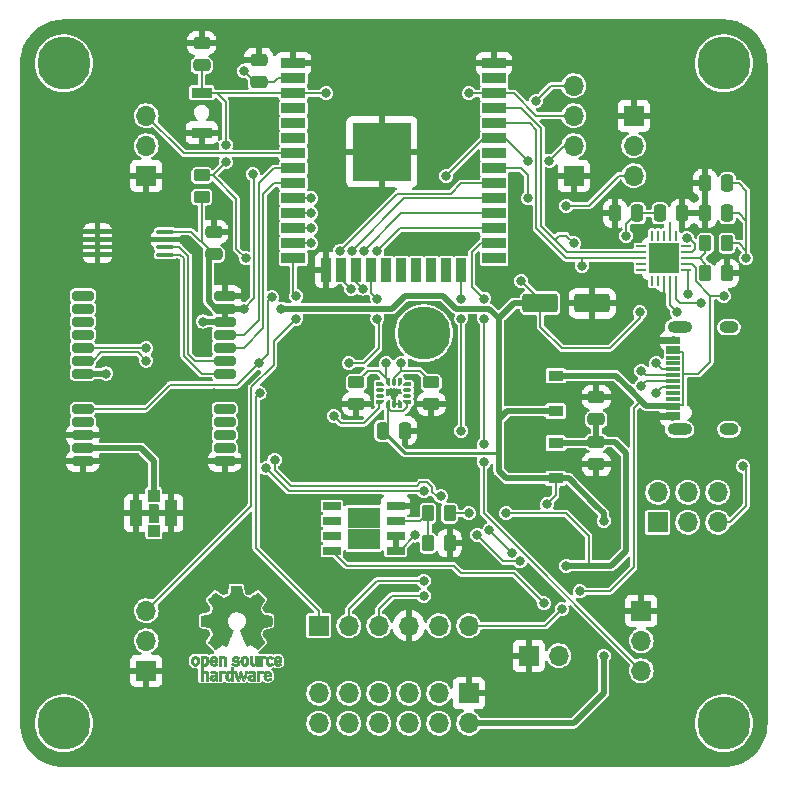
<source format=gbr>
%TF.GenerationSoftware,KiCad,Pcbnew,6.0.4*%
%TF.CreationDate,2022-04-24T20:11:57+02:00*%
%TF.ProjectId,main_pcb,6d61696e-5f70-4636-922e-6b696361645f,rev?*%
%TF.SameCoordinates,Original*%
%TF.FileFunction,Copper,L1,Top*%
%TF.FilePolarity,Positive*%
%FSLAX46Y46*%
G04 Gerber Fmt 4.6, Leading zero omitted, Abs format (unit mm)*
G04 Created by KiCad (PCBNEW 6.0.4) date 2022-04-24 20:11:57*
%MOMM*%
%LPD*%
G01*
G04 APERTURE LIST*
G04 Aperture macros list*
%AMRoundRect*
0 Rectangle with rounded corners*
0 $1 Rounding radius*
0 $2 $3 $4 $5 $6 $7 $8 $9 X,Y pos of 4 corners*
0 Add a 4 corners polygon primitive as box body*
4,1,4,$2,$3,$4,$5,$6,$7,$8,$9,$2,$3,0*
0 Add four circle primitives for the rounded corners*
1,1,$1+$1,$2,$3*
1,1,$1+$1,$4,$5*
1,1,$1+$1,$6,$7*
1,1,$1+$1,$8,$9*
0 Add four rect primitives between the rounded corners*
20,1,$1+$1,$2,$3,$4,$5,0*
20,1,$1+$1,$4,$5,$6,$7,0*
20,1,$1+$1,$6,$7,$8,$9,0*
20,1,$1+$1,$8,$9,$2,$3,0*%
%AMFreePoly0*
4,1,9,3.862500,-0.866500,0.737500,-0.866500,0.737500,-0.450000,-0.737500,-0.450000,-0.737500,0.450000,0.737500,0.450000,0.737500,0.866500,3.862500,0.866500,3.862500,-0.866500,3.862500,-0.866500,$1*%
%AMFreePoly1*
4,1,48,0.036020,0.199191,0.037970,0.199714,0.040958,0.198321,0.057086,0.195477,0.069630,0.184951,0.084467,0.178033,0.290533,-0.028033,0.293203,-0.031847,0.294953,-0.032857,0.296081,-0.035957,0.305473,-0.049370,0.306900,-0.065680,0.312500,-0.081066,0.312500,-0.125000,0.310782,-0.134742,0.311361,-0.138024,0.309695,-0.140910,0.307977,-0.150652,0.295451,-0.165579,0.285709,-0.182453,
0.279350,-0.184767,0.275000,-0.189952,0.255809,-0.193336,0.237500,-0.200000,-0.237500,-0.200000,-0.247242,-0.198282,-0.250524,-0.198861,-0.253410,-0.197195,-0.263152,-0.195477,-0.278079,-0.182951,-0.294953,-0.173209,-0.297267,-0.166850,-0.302452,-0.162500,-0.305836,-0.143309,-0.312500,-0.125000,-0.312500,0.125000,-0.310782,0.134742,-0.311361,0.138024,-0.309695,0.140910,-0.307977,0.150652,
-0.295451,0.165579,-0.285709,0.182453,-0.279350,0.184767,-0.275000,0.189952,-0.255809,0.193336,-0.237500,0.200000,0.031434,0.200000,0.036020,0.199191,0.036020,0.199191,$1*%
%AMFreePoly2*
4,1,48,0.247242,0.198282,0.250524,0.198861,0.253410,0.197195,0.263152,0.195477,0.278079,0.182951,0.294953,0.173209,0.297267,0.166850,0.302452,0.162500,0.305836,0.143309,0.312500,0.125000,0.312500,0.081066,0.311691,0.076480,0.312214,0.074529,0.310820,0.071540,0.307977,0.055414,0.297452,0.042871,0.290533,0.028033,0.084467,-0.178033,0.080653,-0.180703,0.079643,-0.182453,
0.076543,-0.183581,0.063130,-0.192973,0.046819,-0.194400,0.031434,-0.200000,-0.237500,-0.200000,-0.247242,-0.198282,-0.250524,-0.198861,-0.253410,-0.197195,-0.263152,-0.195477,-0.278079,-0.182951,-0.294953,-0.173209,-0.297267,-0.166850,-0.302452,-0.162500,-0.305836,-0.143309,-0.312500,-0.125000,-0.312500,0.125000,-0.310782,0.134742,-0.311361,0.138024,-0.309695,0.140910,-0.307977,0.150652,
-0.295451,0.165579,-0.285709,0.182453,-0.279350,0.184767,-0.275000,0.189952,-0.255809,0.193336,-0.237500,0.200000,0.237500,0.200000,0.247242,0.198282,0.247242,0.198282,$1*%
%AMFreePoly3*
4,1,48,0.134742,0.310782,0.138024,0.311361,0.140910,0.309695,0.150652,0.307977,0.165579,0.295451,0.182453,0.285709,0.184767,0.279350,0.189952,0.275000,0.193336,0.255809,0.200000,0.237500,0.200000,-0.237500,0.198282,-0.247242,0.198861,-0.250524,0.197195,-0.253410,0.195477,-0.263152,0.182951,-0.278079,0.173209,-0.294953,0.166850,-0.297267,0.162500,-0.302452,0.143309,-0.305836,
0.125000,-0.312500,-0.125000,-0.312500,-0.134742,-0.310782,-0.138024,-0.311361,-0.140910,-0.309695,-0.150652,-0.307977,-0.165579,-0.295451,-0.182453,-0.285709,-0.184767,-0.279350,-0.189952,-0.275000,-0.193336,-0.255809,-0.200000,-0.237500,-0.200000,0.031434,-0.199191,0.036020,-0.199714,0.037970,-0.198321,0.040958,-0.195477,0.057086,-0.184951,0.069630,-0.178033,0.084467,0.028033,0.290533,
0.031847,0.293203,0.032857,0.294953,0.035957,0.296081,0.049370,0.305473,0.065680,0.306900,0.081066,0.312500,0.125000,0.312500,0.134742,0.310782,0.134742,0.310782,$1*%
%AMFreePoly4*
4,1,48,-0.076480,0.311691,-0.074530,0.312214,-0.071542,0.310821,-0.055414,0.307977,-0.042870,0.297451,-0.028033,0.290533,0.178033,0.084467,0.180703,0.080653,0.182453,0.079643,0.183581,0.076543,0.192973,0.063130,0.194400,0.046820,0.200000,0.031434,0.200000,-0.237500,0.198282,-0.247242,0.198861,-0.250524,0.197195,-0.253410,0.195477,-0.263152,0.182951,-0.278079,0.173209,-0.294953,
0.166850,-0.297267,0.162500,-0.302452,0.143309,-0.305836,0.125000,-0.312500,-0.125000,-0.312500,-0.134742,-0.310782,-0.138024,-0.311361,-0.140910,-0.309695,-0.150652,-0.307977,-0.165579,-0.295451,-0.182453,-0.285709,-0.184767,-0.279350,-0.189952,-0.275000,-0.193336,-0.255809,-0.200000,-0.237500,-0.200000,0.237500,-0.198282,0.247242,-0.198861,0.250524,-0.197195,0.253410,-0.195477,0.263152,
-0.182951,0.278079,-0.173209,0.294953,-0.166850,0.297267,-0.162500,0.302452,-0.143309,0.305836,-0.125000,0.312500,-0.081066,0.312500,-0.076480,0.311691,-0.076480,0.311691,$1*%
%AMFreePoly5*
4,1,48,0.247242,0.198282,0.250524,0.198861,0.253410,0.197195,0.263152,0.195477,0.278079,0.182951,0.294953,0.173209,0.297267,0.166850,0.302452,0.162500,0.305836,0.143309,0.312500,0.125000,0.312500,-0.125000,0.310782,-0.134742,0.311361,-0.138024,0.309695,-0.140910,0.307977,-0.150652,0.295451,-0.165579,0.285709,-0.182453,0.279350,-0.184767,0.275000,-0.189952,0.255809,-0.193336,
0.237500,-0.200000,-0.031434,-0.200000,-0.036020,-0.199191,-0.037971,-0.199714,-0.040960,-0.198320,-0.057086,-0.195477,-0.069629,-0.184952,-0.084467,-0.178033,-0.290533,0.028033,-0.293203,0.031847,-0.294953,0.032857,-0.296081,0.035957,-0.305473,0.049370,-0.306900,0.065681,-0.312500,0.081066,-0.312500,0.125000,-0.310782,0.134742,-0.311361,0.138024,-0.309695,0.140910,-0.307977,0.150652,
-0.295451,0.165579,-0.285709,0.182453,-0.279350,0.184767,-0.275000,0.189952,-0.255809,0.193336,-0.237500,0.200000,0.237500,0.200000,0.247242,0.198282,0.247242,0.198282,$1*%
%AMFreePoly6*
4,1,48,0.247242,0.198282,0.250524,0.198861,0.253410,0.197195,0.263152,0.195477,0.278079,0.182951,0.294953,0.173209,0.297267,0.166850,0.302452,0.162500,0.305836,0.143309,0.312500,0.125000,0.312500,-0.125000,0.310782,-0.134742,0.311361,-0.138024,0.309695,-0.140910,0.307977,-0.150652,0.295451,-0.165579,0.285709,-0.182453,0.279350,-0.184767,0.275000,-0.189952,0.255809,-0.193336,
0.237500,-0.200000,-0.237500,-0.200000,-0.247242,-0.198282,-0.250524,-0.198861,-0.253410,-0.197195,-0.263152,-0.195477,-0.278079,-0.182951,-0.294953,-0.173209,-0.297267,-0.166850,-0.302452,-0.162500,-0.305836,-0.143309,-0.312500,-0.125000,-0.312500,-0.081066,-0.311691,-0.076480,-0.312214,-0.074530,-0.310821,-0.071542,-0.307977,-0.055414,-0.297451,-0.042870,-0.290533,-0.028033,-0.084467,0.178033,
-0.080653,0.180703,-0.079643,0.182453,-0.076543,0.183581,-0.063130,0.192973,-0.046820,0.194400,-0.031434,0.200000,0.237500,0.200000,0.247242,0.198282,0.247242,0.198282,$1*%
%AMFreePoly7*
4,1,48,0.134742,0.310782,0.138024,0.311361,0.140910,0.309695,0.150652,0.307977,0.165579,0.295451,0.182453,0.285709,0.184767,0.279350,0.189952,0.275000,0.193336,0.255809,0.200000,0.237500,0.200000,-0.031434,0.199191,-0.036020,0.199714,-0.037971,0.198320,-0.040960,0.195477,-0.057086,0.184952,-0.069629,0.178033,-0.084467,-0.028033,-0.290533,-0.031847,-0.293203,-0.032857,-0.294953,
-0.035957,-0.296081,-0.049370,-0.305473,-0.065681,-0.306900,-0.081066,-0.312500,-0.125000,-0.312500,-0.134742,-0.310782,-0.138024,-0.311361,-0.140910,-0.309695,-0.150652,-0.307977,-0.165579,-0.295451,-0.182453,-0.285709,-0.184767,-0.279350,-0.189952,-0.275000,-0.193336,-0.255809,-0.200000,-0.237500,-0.200000,0.237500,-0.198282,0.247242,-0.198861,0.250524,-0.197195,0.253410,-0.195477,0.263152,
-0.182951,0.278079,-0.173209,0.294953,-0.166850,0.297267,-0.162500,0.302452,-0.143309,0.305836,-0.125000,0.312500,0.125000,0.312500,0.134742,0.310782,0.134742,0.310782,$1*%
%AMFreePoly8*
4,1,48,0.134742,0.310782,0.138024,0.311361,0.140910,0.309695,0.150652,0.307977,0.165579,0.295451,0.182453,0.285709,0.184767,0.279350,0.189952,0.275000,0.193336,0.255809,0.200000,0.237500,0.200000,-0.237500,0.198282,-0.247242,0.198861,-0.250524,0.197195,-0.253410,0.195477,-0.263152,0.182951,-0.278079,0.173209,-0.294953,0.166850,-0.297267,0.162500,-0.302452,0.143309,-0.305836,
0.125000,-0.312500,0.081066,-0.312500,0.076480,-0.311691,0.074529,-0.312214,0.071540,-0.310820,0.055414,-0.307977,0.042871,-0.297452,0.028033,-0.290533,-0.178033,-0.084467,-0.180703,-0.080653,-0.182453,-0.079643,-0.183581,-0.076543,-0.192973,-0.063130,-0.194400,-0.046819,-0.200000,-0.031434,-0.200000,0.237500,-0.198282,0.247242,-0.198861,0.250524,-0.197195,0.253410,-0.195477,0.263152,
-0.182951,0.278079,-0.173209,0.294953,-0.166850,0.297267,-0.162500,0.302452,-0.143309,0.305836,-0.125000,0.312500,0.125000,0.312500,0.134742,0.310782,0.134742,0.310782,$1*%
G04 Aperture macros list end*
%TA.AperFunction,EtchedComponent*%
%ADD10C,0.010000*%
%TD*%
%TA.AperFunction,ComponentPad*%
%ADD11R,1.700000X1.700000*%
%TD*%
%TA.AperFunction,ComponentPad*%
%ADD12O,1.700000X1.700000*%
%TD*%
%TA.AperFunction,ComponentPad*%
%ADD13C,4.500000*%
%TD*%
%TA.AperFunction,SMDPad,CuDef*%
%ADD14RoundRect,0.250000X0.250000X0.475000X-0.250000X0.475000X-0.250000X-0.475000X0.250000X-0.475000X0*%
%TD*%
%TA.AperFunction,SMDPad,CuDef*%
%ADD15RoundRect,0.250000X-0.250000X-0.475000X0.250000X-0.475000X0.250000X0.475000X-0.250000X0.475000X0*%
%TD*%
%TA.AperFunction,SMDPad,CuDef*%
%ADD16R,1.500000X0.650000*%
%TD*%
%TA.AperFunction,SMDPad,CuDef*%
%ADD17R,1.350000X1.800000*%
%TD*%
%TA.AperFunction,SMDPad,CuDef*%
%ADD18RoundRect,0.250000X-0.262500X-0.450000X0.262500X-0.450000X0.262500X0.450000X-0.262500X0.450000X0*%
%TD*%
%TA.AperFunction,SMDPad,CuDef*%
%ADD19RoundRect,0.250000X0.262500X0.450000X-0.262500X0.450000X-0.262500X-0.450000X0.262500X-0.450000X0*%
%TD*%
%TA.AperFunction,SMDPad,CuDef*%
%ADD20RoundRect,0.250000X0.475000X-0.250000X0.475000X0.250000X-0.475000X0.250000X-0.475000X-0.250000X0*%
%TD*%
%TA.AperFunction,SMDPad,CuDef*%
%ADD21RoundRect,0.250000X-0.450000X0.262500X-0.450000X-0.262500X0.450000X-0.262500X0.450000X0.262500X0*%
%TD*%
%TA.AperFunction,SMDPad,CuDef*%
%ADD22R,1.300000X0.900000*%
%TD*%
%TA.AperFunction,SMDPad,CuDef*%
%ADD23FreePoly0,180.000000*%
%TD*%
%TA.AperFunction,SMDPad,CuDef*%
%ADD24R,2.000000X0.900000*%
%TD*%
%TA.AperFunction,SMDPad,CuDef*%
%ADD25R,0.900000X2.000000*%
%TD*%
%TA.AperFunction,SMDPad,CuDef*%
%ADD26R,5.000000X5.000000*%
%TD*%
%TA.AperFunction,SMDPad,CuDef*%
%ADD27R,1.700000X0.900000*%
%TD*%
%TA.AperFunction,SMDPad,CuDef*%
%ADD28RoundRect,0.250000X-0.475000X0.250000X-0.475000X-0.250000X0.475000X-0.250000X0.475000X0.250000X0*%
%TD*%
%TA.AperFunction,SMDPad,CuDef*%
%ADD29RoundRect,0.250000X-1.250000X-0.550000X1.250000X-0.550000X1.250000X0.550000X-1.250000X0.550000X0*%
%TD*%
%TA.AperFunction,SMDPad,CuDef*%
%ADD30FreePoly1,0.000000*%
%TD*%
%TA.AperFunction,SMDPad,CuDef*%
%ADD31RoundRect,0.100000X-0.212500X-0.100000X0.212500X-0.100000X0.212500X0.100000X-0.212500X0.100000X0*%
%TD*%
%TA.AperFunction,SMDPad,CuDef*%
%ADD32FreePoly2,0.000000*%
%TD*%
%TA.AperFunction,SMDPad,CuDef*%
%ADD33FreePoly3,0.000000*%
%TD*%
%TA.AperFunction,SMDPad,CuDef*%
%ADD34RoundRect,0.100000X-0.100000X-0.212500X0.100000X-0.212500X0.100000X0.212500X-0.100000X0.212500X0*%
%TD*%
%TA.AperFunction,SMDPad,CuDef*%
%ADD35FreePoly4,0.000000*%
%TD*%
%TA.AperFunction,SMDPad,CuDef*%
%ADD36FreePoly5,0.000000*%
%TD*%
%TA.AperFunction,SMDPad,CuDef*%
%ADD37FreePoly6,0.000000*%
%TD*%
%TA.AperFunction,SMDPad,CuDef*%
%ADD38FreePoly7,0.000000*%
%TD*%
%TA.AperFunction,SMDPad,CuDef*%
%ADD39FreePoly8,0.000000*%
%TD*%
%TA.AperFunction,SMDPad,CuDef*%
%ADD40RoundRect,0.200000X-0.700000X-0.200000X0.700000X-0.200000X0.700000X0.200000X-0.700000X0.200000X0*%
%TD*%
%TA.AperFunction,SMDPad,CuDef*%
%ADD41RoundRect,0.100000X-0.637500X-0.100000X0.637500X-0.100000X0.637500X0.100000X-0.637500X0.100000X0*%
%TD*%
%TA.AperFunction,SMDPad,CuDef*%
%ADD42RoundRect,0.062500X0.062500X-0.362500X0.062500X0.362500X-0.062500X0.362500X-0.062500X-0.362500X0*%
%TD*%
%TA.AperFunction,SMDPad,CuDef*%
%ADD43RoundRect,0.062500X0.362500X-0.062500X0.362500X0.062500X-0.362500X0.062500X-0.362500X-0.062500X0*%
%TD*%
%TA.AperFunction,SMDPad,CuDef*%
%ADD44R,2.600000X2.600000*%
%TD*%
%TA.AperFunction,SMDPad,CuDef*%
%ADD45R,1.150000X0.300000*%
%TD*%
%TA.AperFunction,ComponentPad*%
%ADD46O,1.600000X1.000000*%
%TD*%
%TA.AperFunction,ComponentPad*%
%ADD47O,2.100000X1.000000*%
%TD*%
%TA.AperFunction,SMDPad,CuDef*%
%ADD48R,1.000000X1.000000*%
%TD*%
%TA.AperFunction,SMDPad,CuDef*%
%ADD49R,1.050000X2.200000*%
%TD*%
%TA.AperFunction,ViaPad*%
%ADD50C,0.800000*%
%TD*%
%TA.AperFunction,Conductor*%
%ADD51C,0.200000*%
%TD*%
%TA.AperFunction,Conductor*%
%ADD52C,0.500000*%
%TD*%
%TA.AperFunction,Conductor*%
%ADD53C,0.250000*%
%TD*%
%TA.AperFunction,Conductor*%
%ADD54C,0.400000*%
%TD*%
G04 APERTURE END LIST*
%TO.C,REF\u002A\u002A*%
G36*
X137744881Y-125113486D02*
G01*
X137769888Y-125120982D01*
X137777950Y-125137451D01*
X137778289Y-125144886D01*
X137779736Y-125165594D01*
X137789698Y-125168845D01*
X137816612Y-125154648D01*
X137832598Y-125144948D01*
X137883033Y-125124175D01*
X137943272Y-125113904D01*
X138006434Y-125113114D01*
X138065637Y-125120786D01*
X138114002Y-125135898D01*
X138144646Y-125157432D01*
X138150689Y-125184366D01*
X138147639Y-125191660D01*
X138125406Y-125221937D01*
X138090930Y-125259175D01*
X138084694Y-125265195D01*
X138051833Y-125292875D01*
X138023480Y-125301818D01*
X137983827Y-125295576D01*
X137967942Y-125291429D01*
X137918509Y-125281467D01*
X137883752Y-125285947D01*
X137854400Y-125301746D01*
X137827513Y-125322949D01*
X137807710Y-125349614D01*
X137793948Y-125386827D01*
X137785184Y-125439673D01*
X137780374Y-125513237D01*
X137778474Y-125612605D01*
X137778289Y-125672601D01*
X137778289Y-125930526D01*
X137611184Y-125930526D01*
X137611184Y-125111710D01*
X137694736Y-125111710D01*
X137744881Y-125113486D01*
G37*
D10*
X137744881Y-125113486D02*
X137769888Y-125120982D01*
X137777950Y-125137451D01*
X137778289Y-125144886D01*
X137779736Y-125165594D01*
X137789698Y-125168845D01*
X137816612Y-125154648D01*
X137832598Y-125144948D01*
X137883033Y-125124175D01*
X137943272Y-125113904D01*
X138006434Y-125113114D01*
X138065637Y-125120786D01*
X138114002Y-125135898D01*
X138144646Y-125157432D01*
X138150689Y-125184366D01*
X138147639Y-125191660D01*
X138125406Y-125221937D01*
X138090930Y-125259175D01*
X138084694Y-125265195D01*
X138051833Y-125292875D01*
X138023480Y-125301818D01*
X137983827Y-125295576D01*
X137967942Y-125291429D01*
X137918509Y-125281467D01*
X137883752Y-125285947D01*
X137854400Y-125301746D01*
X137827513Y-125322949D01*
X137807710Y-125349614D01*
X137793948Y-125386827D01*
X137785184Y-125439673D01*
X137780374Y-125513237D01*
X137778474Y-125612605D01*
X137778289Y-125672601D01*
X137778289Y-125930526D01*
X137611184Y-125930526D01*
X137611184Y-125111710D01*
X137694736Y-125111710D01*
X137744881Y-125113486D01*
G36*
X136850922Y-123993190D02*
G01*
X136893756Y-123940848D01*
X136972948Y-123884092D01*
X137066040Y-123853762D01*
X137165055Y-123851021D01*
X137262018Y-123877027D01*
X137278670Y-123884866D01*
X137336305Y-123927086D01*
X137390805Y-123988700D01*
X137431499Y-124056543D01*
X137443074Y-124087734D01*
X137453634Y-124143449D01*
X137459931Y-124210781D01*
X137460696Y-124238585D01*
X137460789Y-124326316D01*
X136955850Y-124326316D01*
X136966613Y-124372270D01*
X136993033Y-124426620D01*
X137039222Y-124473591D01*
X137094172Y-124503848D01*
X137129189Y-124510131D01*
X137176677Y-124502506D01*
X137233335Y-124483383D01*
X137252582Y-124474584D01*
X137323759Y-124439036D01*
X137384502Y-124485367D01*
X137419552Y-124516703D01*
X137438202Y-124542567D01*
X137439147Y-124550158D01*
X137422485Y-124568556D01*
X137385970Y-124596515D01*
X137352828Y-124618327D01*
X137263393Y-124657537D01*
X137163129Y-124675285D01*
X137063754Y-124670670D01*
X136984539Y-124646551D01*
X136902880Y-124594884D01*
X136844849Y-124526856D01*
X136808546Y-124438843D01*
X136792072Y-124327216D01*
X136790611Y-124276138D01*
X136796457Y-124159091D01*
X136797175Y-124155686D01*
X136964489Y-124155686D01*
X136969097Y-124166662D01*
X136988036Y-124172715D01*
X137027098Y-124175310D01*
X137092077Y-124175910D01*
X137117097Y-124175921D01*
X137193221Y-124175014D01*
X137241496Y-124171720D01*
X137267460Y-124165181D01*
X137276648Y-124154537D01*
X137276973Y-124151119D01*
X137266487Y-124123956D01*
X137240242Y-124085903D01*
X137228959Y-124072579D01*
X137187072Y-124034896D01*
X137143409Y-124020080D01*
X137119885Y-124018842D01*
X137056243Y-124034329D01*
X137002873Y-124075930D01*
X136969019Y-124136353D01*
X136968419Y-124138322D01*
X136964489Y-124155686D01*
X136797175Y-124155686D01*
X136815899Y-124066928D01*
X136850922Y-123993190D01*
G37*
X136850922Y-123993190D02*
X136893756Y-123940848D01*
X136972948Y-123884092D01*
X137066040Y-123853762D01*
X137165055Y-123851021D01*
X137262018Y-123877027D01*
X137278670Y-123884866D01*
X137336305Y-123927086D01*
X137390805Y-123988700D01*
X137431499Y-124056543D01*
X137443074Y-124087734D01*
X137453634Y-124143449D01*
X137459931Y-124210781D01*
X137460696Y-124238585D01*
X137460789Y-124326316D01*
X136955850Y-124326316D01*
X136966613Y-124372270D01*
X136993033Y-124426620D01*
X137039222Y-124473591D01*
X137094172Y-124503848D01*
X137129189Y-124510131D01*
X137176677Y-124502506D01*
X137233335Y-124483383D01*
X137252582Y-124474584D01*
X137323759Y-124439036D01*
X137384502Y-124485367D01*
X137419552Y-124516703D01*
X137438202Y-124542567D01*
X137439147Y-124550158D01*
X137422485Y-124568556D01*
X137385970Y-124596515D01*
X137352828Y-124618327D01*
X137263393Y-124657537D01*
X137163129Y-124675285D01*
X137063754Y-124670670D01*
X136984539Y-124646551D01*
X136902880Y-124594884D01*
X136844849Y-124526856D01*
X136808546Y-124438843D01*
X136792072Y-124327216D01*
X136790611Y-124276138D01*
X136796457Y-124159091D01*
X136797175Y-124155686D01*
X136964489Y-124155686D01*
X136969097Y-124166662D01*
X136988036Y-124172715D01*
X137027098Y-124175310D01*
X137092077Y-124175910D01*
X137117097Y-124175921D01*
X137193221Y-124175014D01*
X137241496Y-124171720D01*
X137267460Y-124165181D01*
X137276648Y-124154537D01*
X137276973Y-124151119D01*
X137266487Y-124123956D01*
X137240242Y-124085903D01*
X137228959Y-124072579D01*
X137187072Y-124034896D01*
X137143409Y-124020080D01*
X137119885Y-124018842D01*
X137056243Y-124034329D01*
X137002873Y-124075930D01*
X136969019Y-124136353D01*
X136968419Y-124138322D01*
X136964489Y-124155686D01*
X136797175Y-124155686D01*
X136815899Y-124066928D01*
X136850922Y-123993190D01*
G36*
X142292611Y-123998727D02*
G01*
X142353747Y-123925088D01*
X142430985Y-123874893D01*
X142521830Y-123850822D01*
X142623784Y-123855554D01*
X142666574Y-123865949D01*
X142748609Y-123904013D01*
X142818757Y-123962149D01*
X142867305Y-124031852D01*
X142873975Y-124047502D01*
X142883124Y-124088496D01*
X142889529Y-124149138D01*
X142891710Y-124210430D01*
X142891710Y-124326316D01*
X142649407Y-124326316D01*
X142549471Y-124326693D01*
X142479069Y-124328987D01*
X142434313Y-124334938D01*
X142411315Y-124346285D01*
X142406189Y-124364771D01*
X142415048Y-124392136D01*
X142430917Y-124424155D01*
X142475184Y-124477592D01*
X142536699Y-124504215D01*
X142611885Y-124503347D01*
X142697053Y-124474371D01*
X142770659Y-124438611D01*
X142831734Y-124486904D01*
X142892810Y-124535197D01*
X142835351Y-124588285D01*
X142758641Y-124638445D01*
X142664302Y-124668688D01*
X142562827Y-124677151D01*
X142464711Y-124661974D01*
X142448881Y-124656824D01*
X142362647Y-124611791D01*
X142298501Y-124544652D01*
X142255091Y-124453405D01*
X142231064Y-124336044D01*
X142230784Y-124333529D01*
X142228633Y-124205627D01*
X142237329Y-124159997D01*
X142407105Y-124159997D01*
X142422697Y-124167013D01*
X142465029Y-124172388D01*
X142527434Y-124175457D01*
X142566981Y-124175921D01*
X142640728Y-124175630D01*
X142686840Y-124173783D01*
X142711100Y-124168912D01*
X142719294Y-124159555D01*
X142717206Y-124144245D01*
X142715455Y-124138322D01*
X142685560Y-124082668D01*
X142638542Y-124037815D01*
X142597049Y-124018105D01*
X142541926Y-124019295D01*
X142486068Y-124043875D01*
X142439212Y-124084570D01*
X142411094Y-124134108D01*
X142407105Y-124159997D01*
X142237329Y-124159997D01*
X142250074Y-124093133D01*
X142292611Y-123998727D01*
G37*
X142292611Y-123998727D02*
X142353747Y-123925088D01*
X142430985Y-123874893D01*
X142521830Y-123850822D01*
X142623784Y-123855554D01*
X142666574Y-123865949D01*
X142748609Y-123904013D01*
X142818757Y-123962149D01*
X142867305Y-124031852D01*
X142873975Y-124047502D01*
X142883124Y-124088496D01*
X142889529Y-124149138D01*
X142891710Y-124210430D01*
X142891710Y-124326316D01*
X142649407Y-124326316D01*
X142549471Y-124326693D01*
X142479069Y-124328987D01*
X142434313Y-124334938D01*
X142411315Y-124346285D01*
X142406189Y-124364771D01*
X142415048Y-124392136D01*
X142430917Y-124424155D01*
X142475184Y-124477592D01*
X142536699Y-124504215D01*
X142611885Y-124503347D01*
X142697053Y-124474371D01*
X142770659Y-124438611D01*
X142831734Y-124486904D01*
X142892810Y-124535197D01*
X142835351Y-124588285D01*
X142758641Y-124638445D01*
X142664302Y-124668688D01*
X142562827Y-124677151D01*
X142464711Y-124661974D01*
X142448881Y-124656824D01*
X142362647Y-124611791D01*
X142298501Y-124544652D01*
X142255091Y-124453405D01*
X142231064Y-124336044D01*
X142230784Y-124333529D01*
X142228633Y-124205627D01*
X142237329Y-124159997D01*
X142407105Y-124159997D01*
X142422697Y-124167013D01*
X142465029Y-124172388D01*
X142527434Y-124175457D01*
X142566981Y-124175921D01*
X142640728Y-124175630D01*
X142686840Y-124173783D01*
X142711100Y-124168912D01*
X142719294Y-124159555D01*
X142717206Y-124144245D01*
X142715455Y-124138322D01*
X142685560Y-124082668D01*
X142638542Y-124037815D01*
X142597049Y-124018105D01*
X142541926Y-124019295D01*
X142486068Y-124043875D01*
X142439212Y-124084570D01*
X142411094Y-124134108D01*
X142407105Y-124159997D01*
X142237329Y-124159997D01*
X142250074Y-124093133D01*
X142292611Y-123998727D01*
G36*
X136831424Y-125539847D02*
G01*
X136889581Y-125483767D01*
X136897620Y-125478665D01*
X136932163Y-125462055D01*
X136974918Y-125451996D01*
X137034686Y-125447107D01*
X137105690Y-125445983D01*
X137260263Y-125445921D01*
X137260263Y-125381125D01*
X137253706Y-125330850D01*
X137236975Y-125297169D01*
X137235016Y-125295376D01*
X137197783Y-125280642D01*
X137141580Y-125274931D01*
X137079467Y-125277737D01*
X137024510Y-125288556D01*
X136991899Y-125304782D01*
X136974228Y-125317780D01*
X136955569Y-125320262D01*
X136929819Y-125309613D01*
X136890873Y-125283218D01*
X136832630Y-125238465D01*
X136827284Y-125234273D01*
X136830023Y-125218760D01*
X136852876Y-125192960D01*
X136887609Y-125164289D01*
X136925990Y-125140166D01*
X136938048Y-125134470D01*
X136982034Y-125123103D01*
X137046487Y-125114995D01*
X137118497Y-125111743D01*
X137121864Y-125111736D01*
X137225457Y-125118184D01*
X137304070Y-125139160D01*
X137363916Y-125177180D01*
X137406147Y-125226978D01*
X137419275Y-125248230D01*
X137428968Y-125270492D01*
X137435744Y-125298970D01*
X137440123Y-125338871D01*
X137442624Y-125395401D01*
X137443768Y-125473767D01*
X137444072Y-125579176D01*
X137444078Y-125607142D01*
X137444078Y-125930526D01*
X137363868Y-125930526D01*
X137312706Y-125926943D01*
X137274877Y-125917866D01*
X137265399Y-125912268D01*
X137239488Y-125902606D01*
X137213024Y-125912268D01*
X137169452Y-125924330D01*
X137106160Y-125929185D01*
X137036010Y-125927078D01*
X136971860Y-125918256D01*
X136934407Y-125906937D01*
X136861933Y-125860412D01*
X136816640Y-125795846D01*
X136796278Y-125710000D01*
X136796088Y-125707796D01*
X136797875Y-125669713D01*
X136959473Y-125669713D01*
X136973601Y-125713030D01*
X136996612Y-125737408D01*
X137042804Y-125755845D01*
X137103775Y-125763205D01*
X137165949Y-125759583D01*
X137215751Y-125745074D01*
X137229703Y-125735765D01*
X137254085Y-125692753D01*
X137260263Y-125643857D01*
X137260263Y-125579605D01*
X137167818Y-125579605D01*
X137079995Y-125586366D01*
X137013418Y-125605520D01*
X136972002Y-125635376D01*
X136959473Y-125669713D01*
X136797875Y-125669713D01*
X136800490Y-125614004D01*
X136831424Y-125539847D01*
G37*
X136831424Y-125539847D02*
X136889581Y-125483767D01*
X136897620Y-125478665D01*
X136932163Y-125462055D01*
X136974918Y-125451996D01*
X137034686Y-125447107D01*
X137105690Y-125445983D01*
X137260263Y-125445921D01*
X137260263Y-125381125D01*
X137253706Y-125330850D01*
X137236975Y-125297169D01*
X137235016Y-125295376D01*
X137197783Y-125280642D01*
X137141580Y-125274931D01*
X137079467Y-125277737D01*
X137024510Y-125288556D01*
X136991899Y-125304782D01*
X136974228Y-125317780D01*
X136955569Y-125320262D01*
X136929819Y-125309613D01*
X136890873Y-125283218D01*
X136832630Y-125238465D01*
X136827284Y-125234273D01*
X136830023Y-125218760D01*
X136852876Y-125192960D01*
X136887609Y-125164289D01*
X136925990Y-125140166D01*
X136938048Y-125134470D01*
X136982034Y-125123103D01*
X137046487Y-125114995D01*
X137118497Y-125111743D01*
X137121864Y-125111736D01*
X137225457Y-125118184D01*
X137304070Y-125139160D01*
X137363916Y-125177180D01*
X137406147Y-125226978D01*
X137419275Y-125248230D01*
X137428968Y-125270492D01*
X137435744Y-125298970D01*
X137440123Y-125338871D01*
X137442624Y-125395401D01*
X137443768Y-125473767D01*
X137444072Y-125579176D01*
X137444078Y-125607142D01*
X137444078Y-125930526D01*
X137363868Y-125930526D01*
X137312706Y-125926943D01*
X137274877Y-125917866D01*
X137265399Y-125912268D01*
X137239488Y-125902606D01*
X137213024Y-125912268D01*
X137169452Y-125924330D01*
X137106160Y-125929185D01*
X137036010Y-125927078D01*
X136971860Y-125918256D01*
X136934407Y-125906937D01*
X136861933Y-125860412D01*
X136816640Y-125795846D01*
X136796278Y-125710000D01*
X136796088Y-125707796D01*
X136797875Y-125669713D01*
X136959473Y-125669713D01*
X136973601Y-125713030D01*
X136996612Y-125737408D01*
X137042804Y-125755845D01*
X137103775Y-125763205D01*
X137165949Y-125759583D01*
X137215751Y-125745074D01*
X137229703Y-125735765D01*
X137254085Y-125692753D01*
X137260263Y-125643857D01*
X137260263Y-125579605D01*
X137167818Y-125579605D01*
X137079995Y-125586366D01*
X137013418Y-125605520D01*
X136972002Y-125635376D01*
X136959473Y-125669713D01*
X136797875Y-125669713D01*
X136800490Y-125614004D01*
X136831424Y-125539847D01*
G36*
X138062957Y-123872226D02*
G01*
X138104546Y-123892090D01*
X138144825Y-123920784D01*
X138175510Y-123953809D01*
X138197861Y-123995931D01*
X138213136Y-124051915D01*
X138222592Y-124126528D01*
X138227487Y-124224535D01*
X138229081Y-124350702D01*
X138229106Y-124363914D01*
X138229473Y-124660526D01*
X138045657Y-124660526D01*
X138045657Y-124387081D01*
X138045527Y-124285777D01*
X138044621Y-124212353D01*
X138042173Y-124161271D01*
X138037414Y-124126990D01*
X138029574Y-124103971D01*
X138017885Y-124086673D01*
X138001602Y-124069581D01*
X137944634Y-124032857D01*
X137882445Y-124026042D01*
X137823199Y-124049261D01*
X137802595Y-124066543D01*
X137787470Y-124082791D01*
X137776610Y-124100191D01*
X137769310Y-124124212D01*
X137764863Y-124160322D01*
X137762564Y-124213988D01*
X137761704Y-124290680D01*
X137761578Y-124384043D01*
X137761578Y-124660526D01*
X137577763Y-124660526D01*
X137577763Y-123858421D01*
X137669671Y-123858421D01*
X137724851Y-123860603D01*
X137753320Y-123868351D01*
X137761575Y-123883468D01*
X137761578Y-123883916D01*
X137765408Y-123898720D01*
X137782301Y-123897040D01*
X137815888Y-123880773D01*
X137892063Y-123856840D01*
X137979200Y-123854178D01*
X138062957Y-123872226D01*
G37*
X138062957Y-123872226D02*
X138104546Y-123892090D01*
X138144825Y-123920784D01*
X138175510Y-123953809D01*
X138197861Y-123995931D01*
X138213136Y-124051915D01*
X138222592Y-124126528D01*
X138227487Y-124224535D01*
X138229081Y-124350702D01*
X138229106Y-124363914D01*
X138229473Y-124660526D01*
X138045657Y-124660526D01*
X138045657Y-124387081D01*
X138045527Y-124285777D01*
X138044621Y-124212353D01*
X138042173Y-124161271D01*
X138037414Y-124126990D01*
X138029574Y-124103971D01*
X138017885Y-124086673D01*
X138001602Y-124069581D01*
X137944634Y-124032857D01*
X137882445Y-124026042D01*
X137823199Y-124049261D01*
X137802595Y-124066543D01*
X137787470Y-124082791D01*
X137776610Y-124100191D01*
X137769310Y-124124212D01*
X137764863Y-124160322D01*
X137762564Y-124213988D01*
X137761704Y-124290680D01*
X137761578Y-124384043D01*
X137761578Y-124660526D01*
X137577763Y-124660526D01*
X137577763Y-123858421D01*
X137669671Y-123858421D01*
X137724851Y-123860603D01*
X137753320Y-123868351D01*
X137761575Y-123883468D01*
X137761578Y-123883916D01*
X137765408Y-123898720D01*
X137782301Y-123897040D01*
X137815888Y-123880773D01*
X137892063Y-123856840D01*
X137979200Y-123854178D01*
X138062957Y-123872226D01*
G36*
X136132302Y-123858421D02*
G01*
X136187483Y-123860603D01*
X136215952Y-123868351D01*
X136224206Y-123883468D01*
X136224210Y-123883916D01*
X136228040Y-123898720D01*
X136244933Y-123897039D01*
X136278519Y-123880772D01*
X136356778Y-123855887D01*
X136444827Y-123853271D01*
X136528360Y-123872468D01*
X136563592Y-123889874D01*
X136607040Y-123920206D01*
X136638706Y-123953283D01*
X136660394Y-123994817D01*
X136673903Y-124050522D01*
X136681038Y-124126111D01*
X136683600Y-124227296D01*
X136683750Y-124270797D01*
X136683312Y-124366135D01*
X136681496Y-124434271D01*
X136677545Y-124481418D01*
X136670702Y-124513790D01*
X136660211Y-124537600D01*
X136649296Y-124553843D01*
X136579619Y-124622952D01*
X136497566Y-124664521D01*
X136409050Y-124677023D01*
X136319981Y-124658934D01*
X136291763Y-124646142D01*
X136224210Y-124610931D01*
X136224210Y-125162700D01*
X136273512Y-125137205D01*
X136338473Y-125117480D01*
X136418320Y-125112427D01*
X136498052Y-125121756D01*
X136558265Y-125142714D01*
X136608208Y-125182627D01*
X136650881Y-125239741D01*
X136654090Y-125245605D01*
X136667622Y-125273227D01*
X136677505Y-125301068D01*
X136684309Y-125334794D01*
X136688601Y-125380071D01*
X136690951Y-125442562D01*
X136691928Y-125527935D01*
X136692105Y-125624010D01*
X136692105Y-125930526D01*
X136508289Y-125930526D01*
X136508289Y-125365339D01*
X136456875Y-125322077D01*
X136403466Y-125287472D01*
X136352888Y-125281180D01*
X136302030Y-125297372D01*
X136274925Y-125313227D01*
X136254751Y-125335810D01*
X136240403Y-125369940D01*
X136230776Y-125420434D01*
X136224763Y-125492111D01*
X136221260Y-125589788D01*
X136220026Y-125654802D01*
X136215855Y-125922171D01*
X136128125Y-125927222D01*
X136040394Y-125932273D01*
X136040394Y-124273101D01*
X136224210Y-124273101D01*
X136228896Y-124365600D01*
X136244688Y-124429809D01*
X136274183Y-124469759D01*
X136319980Y-124489480D01*
X136366250Y-124493421D01*
X136418628Y-124488892D01*
X136453390Y-124471069D01*
X136475128Y-124447519D01*
X136492240Y-124422189D01*
X136502427Y-124393969D01*
X136506960Y-124354431D01*
X136507109Y-124295142D01*
X136505584Y-124245498D01*
X136502081Y-124170710D01*
X136496867Y-124121611D01*
X136488087Y-124090467D01*
X136473886Y-124069545D01*
X136460484Y-124057452D01*
X136404487Y-124031081D01*
X136338211Y-124026822D01*
X136300156Y-124035906D01*
X136262477Y-124068196D01*
X136237519Y-124131006D01*
X136225422Y-124223894D01*
X136224210Y-124273101D01*
X136040394Y-124273101D01*
X136040394Y-123858421D01*
X136132302Y-123858421D01*
G37*
X136132302Y-123858421D02*
X136187483Y-123860603D01*
X136215952Y-123868351D01*
X136224206Y-123883468D01*
X136224210Y-123883916D01*
X136228040Y-123898720D01*
X136244933Y-123897039D01*
X136278519Y-123880772D01*
X136356778Y-123855887D01*
X136444827Y-123853271D01*
X136528360Y-123872468D01*
X136563592Y-123889874D01*
X136607040Y-123920206D01*
X136638706Y-123953283D01*
X136660394Y-123994817D01*
X136673903Y-124050522D01*
X136681038Y-124126111D01*
X136683600Y-124227296D01*
X136683750Y-124270797D01*
X136683312Y-124366135D01*
X136681496Y-124434271D01*
X136677545Y-124481418D01*
X136670702Y-124513790D01*
X136660211Y-124537600D01*
X136649296Y-124553843D01*
X136579619Y-124622952D01*
X136497566Y-124664521D01*
X136409050Y-124677023D01*
X136319981Y-124658934D01*
X136291763Y-124646142D01*
X136224210Y-124610931D01*
X136224210Y-125162700D01*
X136273512Y-125137205D01*
X136338473Y-125117480D01*
X136418320Y-125112427D01*
X136498052Y-125121756D01*
X136558265Y-125142714D01*
X136608208Y-125182627D01*
X136650881Y-125239741D01*
X136654090Y-125245605D01*
X136667622Y-125273227D01*
X136677505Y-125301068D01*
X136684309Y-125334794D01*
X136688601Y-125380071D01*
X136690951Y-125442562D01*
X136691928Y-125527935D01*
X136692105Y-125624010D01*
X136692105Y-125930526D01*
X136508289Y-125930526D01*
X136508289Y-125365339D01*
X136456875Y-125322077D01*
X136403466Y-125287472D01*
X136352888Y-125281180D01*
X136302030Y-125297372D01*
X136274925Y-125313227D01*
X136254751Y-125335810D01*
X136240403Y-125369940D01*
X136230776Y-125420434D01*
X136224763Y-125492111D01*
X136221260Y-125589788D01*
X136220026Y-125654802D01*
X136215855Y-125922171D01*
X136128125Y-125927222D01*
X136040394Y-125932273D01*
X136040394Y-124273101D01*
X136224210Y-124273101D01*
X136228896Y-124365600D01*
X136244688Y-124429809D01*
X136274183Y-124469759D01*
X136319980Y-124489480D01*
X136366250Y-124493421D01*
X136418628Y-124488892D01*
X136453390Y-124471069D01*
X136475128Y-124447519D01*
X136492240Y-124422189D01*
X136502427Y-124393969D01*
X136506960Y-124354431D01*
X136507109Y-124295142D01*
X136505584Y-124245498D01*
X136502081Y-124170710D01*
X136496867Y-124121611D01*
X136488087Y-124090467D01*
X136473886Y-124069545D01*
X136460484Y-124057452D01*
X136404487Y-124031081D01*
X136338211Y-124026822D01*
X136300156Y-124035906D01*
X136262477Y-124068196D01*
X136237519Y-124131006D01*
X136225422Y-124223894D01*
X136224210Y-124273101D01*
X136040394Y-124273101D01*
X136040394Y-123858421D01*
X136132302Y-123858421D01*
G36*
X140385131Y-124118533D02*
G01*
X140386710Y-124241089D01*
X140392481Y-124334179D01*
X140403991Y-124401651D01*
X140422790Y-124447355D01*
X140450426Y-124475139D01*
X140488448Y-124488854D01*
X140535526Y-124492358D01*
X140584832Y-124488432D01*
X140622283Y-124474089D01*
X140649428Y-124445478D01*
X140667815Y-124398751D01*
X140678993Y-124330058D01*
X140684511Y-124235550D01*
X140685921Y-124118533D01*
X140685921Y-123858421D01*
X140869736Y-123858421D01*
X140869736Y-124660526D01*
X140777828Y-124660526D01*
X140722422Y-124658281D01*
X140693891Y-124650396D01*
X140685921Y-124635428D01*
X140681120Y-124622097D01*
X140662014Y-124624917D01*
X140623504Y-124643783D01*
X140535239Y-124672887D01*
X140441623Y-124670825D01*
X140351921Y-124639221D01*
X140309204Y-124614257D01*
X140276621Y-124587226D01*
X140252817Y-124553405D01*
X140236439Y-124508068D01*
X140226131Y-124446489D01*
X140220541Y-124363943D01*
X140218312Y-124255705D01*
X140218026Y-124172004D01*
X140218026Y-123858421D01*
X140385131Y-123858421D01*
X140385131Y-124118533D01*
G37*
X140385131Y-124118533D02*
X140386710Y-124241089D01*
X140392481Y-124334179D01*
X140403991Y-124401651D01*
X140422790Y-124447355D01*
X140450426Y-124475139D01*
X140488448Y-124488854D01*
X140535526Y-124492358D01*
X140584832Y-124488432D01*
X140622283Y-124474089D01*
X140649428Y-124445478D01*
X140667815Y-124398751D01*
X140678993Y-124330058D01*
X140684511Y-124235550D01*
X140685921Y-124118533D01*
X140685921Y-123858421D01*
X140869736Y-123858421D01*
X140869736Y-124660526D01*
X140777828Y-124660526D01*
X140722422Y-124658281D01*
X140693891Y-124650396D01*
X140685921Y-124635428D01*
X140681120Y-124622097D01*
X140662014Y-124624917D01*
X140623504Y-124643783D01*
X140535239Y-124672887D01*
X140441623Y-124670825D01*
X140351921Y-124639221D01*
X140309204Y-124614257D01*
X140276621Y-124587226D01*
X140252817Y-124553405D01*
X140236439Y-124508068D01*
X140226131Y-124446489D01*
X140220541Y-124363943D01*
X140218312Y-124255705D01*
X140218026Y-124172004D01*
X140218026Y-123858421D01*
X140385131Y-123858421D01*
X140385131Y-124118533D01*
G36*
X135258964Y-124123468D02*
G01*
X135269045Y-124064930D01*
X135287226Y-124018737D01*
X135314890Y-123977942D01*
X135325146Y-123965828D01*
X135389278Y-123905474D01*
X135458066Y-123870220D01*
X135542189Y-123855450D01*
X135583209Y-123854243D01*
X135691784Y-123867104D01*
X135779205Y-123905754D01*
X135845570Y-123970290D01*
X135890976Y-124060812D01*
X135915518Y-124177418D01*
X135917277Y-124195624D01*
X135918656Y-124323984D01*
X135900784Y-124436496D01*
X135864750Y-124527688D01*
X135845455Y-124557022D01*
X135778245Y-124619106D01*
X135692650Y-124659316D01*
X135596890Y-124676003D01*
X135499187Y-124667517D01*
X135424917Y-124641380D01*
X135361047Y-124597335D01*
X135308846Y-124539587D01*
X135307943Y-124538236D01*
X135286744Y-124502593D01*
X135272967Y-124466752D01*
X135264624Y-124421519D01*
X135259727Y-124357701D01*
X135257569Y-124305368D01*
X135256671Y-124257910D01*
X135423743Y-124257910D01*
X135425376Y-124305154D01*
X135431304Y-124368046D01*
X135441761Y-124408407D01*
X135460619Y-124437122D01*
X135478281Y-124453896D01*
X135540894Y-124489016D01*
X135606408Y-124493710D01*
X135667421Y-124468440D01*
X135697928Y-124440124D01*
X135719911Y-124411589D01*
X135732769Y-124384284D01*
X135738412Y-124348750D01*
X135738751Y-124295524D01*
X135737012Y-124246506D01*
X135733271Y-124176482D01*
X135727341Y-124131064D01*
X135716653Y-124101440D01*
X135698639Y-124078797D01*
X135684363Y-124065855D01*
X135624651Y-124031860D01*
X135560234Y-124030165D01*
X135506219Y-124050301D01*
X135460140Y-124092352D01*
X135432689Y-124161428D01*
X135423743Y-124257910D01*
X135256671Y-124257910D01*
X135255599Y-124201299D01*
X135258964Y-124123468D01*
G37*
X135258964Y-124123468D02*
X135269045Y-124064930D01*
X135287226Y-124018737D01*
X135314890Y-123977942D01*
X135325146Y-123965828D01*
X135389278Y-123905474D01*
X135458066Y-123870220D01*
X135542189Y-123855450D01*
X135583209Y-123854243D01*
X135691784Y-123867104D01*
X135779205Y-123905754D01*
X135845570Y-123970290D01*
X135890976Y-124060812D01*
X135915518Y-124177418D01*
X135917277Y-124195624D01*
X135918656Y-124323984D01*
X135900784Y-124436496D01*
X135864750Y-124527688D01*
X135845455Y-124557022D01*
X135778245Y-124619106D01*
X135692650Y-124659316D01*
X135596890Y-124676003D01*
X135499187Y-124667517D01*
X135424917Y-124641380D01*
X135361047Y-124597335D01*
X135308846Y-124539587D01*
X135307943Y-124538236D01*
X135286744Y-124502593D01*
X135272967Y-124466752D01*
X135264624Y-124421519D01*
X135259727Y-124357701D01*
X135257569Y-124305368D01*
X135256671Y-124257910D01*
X135423743Y-124257910D01*
X135425376Y-124305154D01*
X135431304Y-124368046D01*
X135441761Y-124408407D01*
X135460619Y-124437122D01*
X135478281Y-124453896D01*
X135540894Y-124489016D01*
X135606408Y-124493710D01*
X135667421Y-124468440D01*
X135697928Y-124440124D01*
X135719911Y-124411589D01*
X135732769Y-124384284D01*
X135738412Y-124348750D01*
X135738751Y-124295524D01*
X135737012Y-124246506D01*
X135733271Y-124176482D01*
X135727341Y-124131064D01*
X135716653Y-124101440D01*
X135698639Y-124078797D01*
X135684363Y-124065855D01*
X135624651Y-124031860D01*
X135560234Y-124030165D01*
X135506219Y-124050301D01*
X135460140Y-124092352D01*
X135432689Y-124161428D01*
X135423743Y-124257910D01*
X135256671Y-124257910D01*
X135255599Y-124201299D01*
X135258964Y-124123468D01*
G36*
X138148472Y-125458405D02*
G01*
X138156645Y-125349988D01*
X138173630Y-125268588D01*
X138201887Y-125208412D01*
X138243872Y-125163666D01*
X138284632Y-125137400D01*
X138341581Y-125118935D01*
X138412411Y-125112602D01*
X138484941Y-125117760D01*
X138546986Y-125133769D01*
X138579768Y-125152920D01*
X138613815Y-125183732D01*
X138613815Y-124794210D01*
X138797631Y-124794210D01*
X138797631Y-125930526D01*
X138705723Y-125930526D01*
X138652377Y-125928962D01*
X138624593Y-125922485D01*
X138614590Y-125908418D01*
X138613815Y-125898906D01*
X138612128Y-125879832D01*
X138601490Y-125876174D01*
X138573535Y-125887932D01*
X138551795Y-125898906D01*
X138468332Y-125924911D01*
X138377604Y-125926416D01*
X138303842Y-125907021D01*
X138235154Y-125860165D01*
X138182794Y-125791004D01*
X138154122Y-125709427D01*
X138153392Y-125704866D01*
X138149132Y-125655101D01*
X138147014Y-125583659D01*
X138147184Y-125529626D01*
X138329720Y-125529626D01*
X138333949Y-125601441D01*
X138343568Y-125660634D01*
X138356590Y-125694060D01*
X138405856Y-125739740D01*
X138464350Y-125756115D01*
X138524671Y-125742873D01*
X138576217Y-125703373D01*
X138595738Y-125676807D01*
X138607152Y-125645106D01*
X138612498Y-125598832D01*
X138613815Y-125529328D01*
X138611458Y-125460499D01*
X138605233Y-125400026D01*
X138596408Y-125359556D01*
X138594937Y-125355929D01*
X138559347Y-125312802D01*
X138507400Y-125289124D01*
X138449278Y-125285301D01*
X138395160Y-125301738D01*
X138355226Y-125338840D01*
X138351083Y-125346222D01*
X138338116Y-125391239D01*
X138331052Y-125455967D01*
X138329720Y-125529626D01*
X138147184Y-125529626D01*
X138147271Y-125502230D01*
X138148472Y-125458405D01*
G37*
X138148472Y-125458405D02*
X138156645Y-125349988D01*
X138173630Y-125268588D01*
X138201887Y-125208412D01*
X138243872Y-125163666D01*
X138284632Y-125137400D01*
X138341581Y-125118935D01*
X138412411Y-125112602D01*
X138484941Y-125117760D01*
X138546986Y-125133769D01*
X138579768Y-125152920D01*
X138613815Y-125183732D01*
X138613815Y-124794210D01*
X138797631Y-124794210D01*
X138797631Y-125930526D01*
X138705723Y-125930526D01*
X138652377Y-125928962D01*
X138624593Y-125922485D01*
X138614590Y-125908418D01*
X138613815Y-125898906D01*
X138612128Y-125879832D01*
X138601490Y-125876174D01*
X138573535Y-125887932D01*
X138551795Y-125898906D01*
X138468332Y-125924911D01*
X138377604Y-125926416D01*
X138303842Y-125907021D01*
X138235154Y-125860165D01*
X138182794Y-125791004D01*
X138154122Y-125709427D01*
X138153392Y-125704866D01*
X138149132Y-125655101D01*
X138147014Y-125583659D01*
X138147184Y-125529626D01*
X138329720Y-125529626D01*
X138333949Y-125601441D01*
X138343568Y-125660634D01*
X138356590Y-125694060D01*
X138405856Y-125739740D01*
X138464350Y-125756115D01*
X138524671Y-125742873D01*
X138576217Y-125703373D01*
X138595738Y-125676807D01*
X138607152Y-125645106D01*
X138612498Y-125598832D01*
X138613815Y-125529328D01*
X138611458Y-125460499D01*
X138605233Y-125400026D01*
X138596408Y-125359556D01*
X138594937Y-125355929D01*
X138559347Y-125312802D01*
X138507400Y-125289124D01*
X138449278Y-125285301D01*
X138395160Y-125301738D01*
X138355226Y-125338840D01*
X138351083Y-125346222D01*
X138338116Y-125391239D01*
X138331052Y-125455967D01*
X138329720Y-125529626D01*
X138147184Y-125529626D01*
X138147271Y-125502230D01*
X138148472Y-125458405D01*
G36*
X140043985Y-125554995D02*
G01*
X140085131Y-125503612D01*
X140110052Y-125481397D01*
X140134448Y-125466798D01*
X140166191Y-125457897D01*
X140213152Y-125452775D01*
X140283204Y-125449515D01*
X140310990Y-125448577D01*
X140485394Y-125442879D01*
X140485138Y-125390091D01*
X140478384Y-125334603D01*
X140453964Y-125301052D01*
X140404630Y-125279618D01*
X140403306Y-125279236D01*
X140333360Y-125270808D01*
X140264914Y-125281816D01*
X140214047Y-125308585D01*
X140193637Y-125321803D01*
X140171654Y-125319974D01*
X140137826Y-125300824D01*
X140117961Y-125287308D01*
X140079106Y-125258432D01*
X140055038Y-125236786D01*
X140051176Y-125230589D01*
X140067079Y-125198519D01*
X140114065Y-125160219D01*
X140134473Y-125147297D01*
X140193143Y-125125041D01*
X140272212Y-125112432D01*
X140360041Y-125109600D01*
X140444992Y-125116673D01*
X140515427Y-125133780D01*
X140535787Y-125142844D01*
X140575253Y-125166583D01*
X140605541Y-125193321D01*
X140627952Y-125227699D01*
X140643786Y-125274360D01*
X140654343Y-125337946D01*
X140660924Y-125423099D01*
X140664828Y-125534462D01*
X140666310Y-125608849D01*
X140671765Y-125930526D01*
X140578580Y-125930526D01*
X140522047Y-125928156D01*
X140492922Y-125920055D01*
X140485394Y-125906451D01*
X140481420Y-125891741D01*
X140463652Y-125894554D01*
X140439440Y-125906348D01*
X140378828Y-125924427D01*
X140300929Y-125929299D01*
X140218995Y-125921330D01*
X140146281Y-125900889D01*
X140139759Y-125898051D01*
X140073302Y-125851365D01*
X140029491Y-125786464D01*
X140009332Y-125710600D01*
X140010872Y-125683344D01*
X140175345Y-125683344D01*
X140189837Y-125720024D01*
X140232805Y-125746309D01*
X140302129Y-125760417D01*
X140339177Y-125762290D01*
X140400919Y-125757494D01*
X140441960Y-125738858D01*
X140451973Y-125730000D01*
X140479100Y-125681806D01*
X140485394Y-125638092D01*
X140485394Y-125579605D01*
X140403930Y-125579605D01*
X140309234Y-125584432D01*
X140242813Y-125599613D01*
X140200846Y-125626200D01*
X140191449Y-125638052D01*
X140175345Y-125683344D01*
X140010872Y-125683344D01*
X140013829Y-125631026D01*
X140043985Y-125554995D01*
G37*
X140043985Y-125554995D02*
X140085131Y-125503612D01*
X140110052Y-125481397D01*
X140134448Y-125466798D01*
X140166191Y-125457897D01*
X140213152Y-125452775D01*
X140283204Y-125449515D01*
X140310990Y-125448577D01*
X140485394Y-125442879D01*
X140485138Y-125390091D01*
X140478384Y-125334603D01*
X140453964Y-125301052D01*
X140404630Y-125279618D01*
X140403306Y-125279236D01*
X140333360Y-125270808D01*
X140264914Y-125281816D01*
X140214047Y-125308585D01*
X140193637Y-125321803D01*
X140171654Y-125319974D01*
X140137826Y-125300824D01*
X140117961Y-125287308D01*
X140079106Y-125258432D01*
X140055038Y-125236786D01*
X140051176Y-125230589D01*
X140067079Y-125198519D01*
X140114065Y-125160219D01*
X140134473Y-125147297D01*
X140193143Y-125125041D01*
X140272212Y-125112432D01*
X140360041Y-125109600D01*
X140444992Y-125116673D01*
X140515427Y-125133780D01*
X140535787Y-125142844D01*
X140575253Y-125166583D01*
X140605541Y-125193321D01*
X140627952Y-125227699D01*
X140643786Y-125274360D01*
X140654343Y-125337946D01*
X140660924Y-125423099D01*
X140664828Y-125534462D01*
X140666310Y-125608849D01*
X140671765Y-125930526D01*
X140578580Y-125930526D01*
X140522047Y-125928156D01*
X140492922Y-125920055D01*
X140485394Y-125906451D01*
X140481420Y-125891741D01*
X140463652Y-125894554D01*
X140439440Y-125906348D01*
X140378828Y-125924427D01*
X140300929Y-125929299D01*
X140218995Y-125921330D01*
X140146281Y-125900889D01*
X140139759Y-125898051D01*
X140073302Y-125851365D01*
X140029491Y-125786464D01*
X140009332Y-125710600D01*
X140010872Y-125683344D01*
X140175345Y-125683344D01*
X140189837Y-125720024D01*
X140232805Y-125746309D01*
X140302129Y-125760417D01*
X140339177Y-125762290D01*
X140400919Y-125757494D01*
X140441960Y-125738858D01*
X140451973Y-125730000D01*
X140479100Y-125681806D01*
X140485394Y-125638092D01*
X140485394Y-125579605D01*
X140403930Y-125579605D01*
X140309234Y-125584432D01*
X140242813Y-125599613D01*
X140200846Y-125626200D01*
X140191449Y-125638052D01*
X140175345Y-125683344D01*
X140010872Y-125683344D01*
X140013829Y-125631026D01*
X140043985Y-125554995D01*
G36*
X141456388Y-123857645D02*
G01*
X141513865Y-123875206D01*
X141550872Y-123897395D01*
X141562927Y-123914942D01*
X141559609Y-123935742D01*
X141538079Y-123968419D01*
X141519874Y-123991562D01*
X141482344Y-124033402D01*
X141454148Y-124051005D01*
X141430111Y-124049856D01*
X141358808Y-124031710D01*
X141306442Y-124032534D01*
X141263918Y-124053098D01*
X141249642Y-124065134D01*
X141203947Y-124107483D01*
X141203947Y-124660526D01*
X141020131Y-124660526D01*
X141020131Y-123858421D01*
X141112039Y-123858421D01*
X141167219Y-123860603D01*
X141195688Y-123868351D01*
X141203943Y-123883468D01*
X141203947Y-123883916D01*
X141207845Y-123899749D01*
X141225474Y-123897684D01*
X141249901Y-123886261D01*
X141300350Y-123865005D01*
X141341316Y-123852216D01*
X141394028Y-123848938D01*
X141456388Y-123857645D01*
G37*
X141456388Y-123857645D02*
X141513865Y-123875206D01*
X141550872Y-123897395D01*
X141562927Y-123914942D01*
X141559609Y-123935742D01*
X141538079Y-123968419D01*
X141519874Y-123991562D01*
X141482344Y-124033402D01*
X141454148Y-124051005D01*
X141430111Y-124049856D01*
X141358808Y-124031710D01*
X141306442Y-124032534D01*
X141263918Y-124053098D01*
X141249642Y-124065134D01*
X141203947Y-124107483D01*
X141203947Y-124660526D01*
X141020131Y-124660526D01*
X141020131Y-123858421D01*
X141112039Y-123858421D01*
X141167219Y-123860603D01*
X141195688Y-123868351D01*
X141203943Y-123883468D01*
X141203947Y-123883916D01*
X141207845Y-123899749D01*
X141225474Y-123897684D01*
X141249901Y-123886261D01*
X141300350Y-123865005D01*
X141341316Y-123852216D01*
X141394028Y-123848938D01*
X141456388Y-123857645D01*
G36*
X139565964Y-118318576D02*
G01*
X139641513Y-118719322D01*
X140199041Y-118949154D01*
X140533465Y-118721748D01*
X140627122Y-118658431D01*
X140711782Y-118601896D01*
X140783495Y-118554727D01*
X140838311Y-118519502D01*
X140872280Y-118498805D01*
X140881530Y-118494342D01*
X140898195Y-118505820D01*
X140933806Y-118537551D01*
X140984371Y-118585483D01*
X141045900Y-118645562D01*
X141114399Y-118713733D01*
X141185879Y-118785945D01*
X141256347Y-118858142D01*
X141321811Y-118926273D01*
X141378280Y-118986283D01*
X141421763Y-119034119D01*
X141448268Y-119065727D01*
X141454605Y-119076305D01*
X141445486Y-119095806D01*
X141419920Y-119138531D01*
X141380597Y-119200298D01*
X141330203Y-119276931D01*
X141271427Y-119364248D01*
X141237368Y-119414052D01*
X141175289Y-119504993D01*
X141120126Y-119587059D01*
X141074554Y-119656163D01*
X141041250Y-119708222D01*
X141022890Y-119739150D01*
X141020131Y-119745650D01*
X141026385Y-119764121D01*
X141043434Y-119807172D01*
X141068703Y-119868749D01*
X141099622Y-119942799D01*
X141133618Y-120023270D01*
X141168118Y-120104107D01*
X141200551Y-120179258D01*
X141228343Y-120242671D01*
X141248923Y-120288293D01*
X141259719Y-120310069D01*
X141260356Y-120310926D01*
X141277307Y-120315084D01*
X141322451Y-120324361D01*
X141391110Y-120337844D01*
X141478602Y-120354621D01*
X141580250Y-120373781D01*
X141639556Y-120384830D01*
X141748172Y-120405510D01*
X141846277Y-120425189D01*
X141928909Y-120442789D01*
X141991104Y-120457233D01*
X142027899Y-120467446D01*
X142035296Y-120470686D01*
X142042540Y-120492617D01*
X142048385Y-120542147D01*
X142052835Y-120613485D01*
X142055893Y-120700839D01*
X142057565Y-120798417D01*
X142057853Y-120900426D01*
X142056761Y-121001075D01*
X142054294Y-121094572D01*
X142050456Y-121175125D01*
X142045250Y-121236942D01*
X142038681Y-121274230D01*
X142034741Y-121281993D01*
X142011188Y-121291298D01*
X141961282Y-121304600D01*
X141891623Y-121320337D01*
X141808813Y-121336946D01*
X141779905Y-121342319D01*
X141640531Y-121367848D01*
X141530436Y-121388408D01*
X141445982Y-121404815D01*
X141383530Y-121417887D01*
X141339444Y-121428441D01*
X141310085Y-121437294D01*
X141291815Y-121445263D01*
X141280998Y-121453165D01*
X141279485Y-121454727D01*
X141264377Y-121479886D01*
X141241329Y-121528850D01*
X141212644Y-121595621D01*
X141180622Y-121674205D01*
X141147565Y-121758607D01*
X141115773Y-121842830D01*
X141087549Y-121920879D01*
X141065193Y-121986759D01*
X141051007Y-122034473D01*
X141047293Y-122058027D01*
X141047602Y-122058852D01*
X141060189Y-122078104D01*
X141088744Y-122120463D01*
X141130267Y-122181521D01*
X141181756Y-122256868D01*
X141240211Y-122342096D01*
X141256858Y-122366315D01*
X141316215Y-122454123D01*
X141368447Y-122534238D01*
X141410708Y-122602062D01*
X141440153Y-122652993D01*
X141453937Y-122682431D01*
X141454605Y-122686048D01*
X141443024Y-122705057D01*
X141411024Y-122742714D01*
X141362718Y-122794973D01*
X141302220Y-122857786D01*
X141233644Y-122927106D01*
X141161104Y-122998885D01*
X141088712Y-123069077D01*
X141020584Y-123133635D01*
X140960832Y-123188510D01*
X140913571Y-123229656D01*
X140882913Y-123253026D01*
X140874432Y-123256842D01*
X140854691Y-123247855D01*
X140814274Y-123223616D01*
X140759763Y-123188209D01*
X140717823Y-123159711D01*
X140641829Y-123107418D01*
X140551834Y-123045845D01*
X140461564Y-122984370D01*
X140413032Y-122951469D01*
X140248762Y-122840359D01*
X140110869Y-122914916D01*
X140048049Y-122947578D01*
X139994629Y-122972966D01*
X139958484Y-122987446D01*
X139949284Y-122989460D01*
X139938221Y-122974584D01*
X139916394Y-122932547D01*
X139885434Y-122867227D01*
X139846970Y-122782500D01*
X139802632Y-122682245D01*
X139754047Y-122570339D01*
X139702846Y-122450659D01*
X139650659Y-122327084D01*
X139599113Y-122203491D01*
X139549840Y-122083757D01*
X139504467Y-121971759D01*
X139464625Y-121871377D01*
X139431942Y-121786486D01*
X139408049Y-121720965D01*
X139394574Y-121678690D01*
X139392406Y-121664172D01*
X139409583Y-121645653D01*
X139447190Y-121615590D01*
X139497366Y-121580232D01*
X139501578Y-121577434D01*
X139631264Y-121473625D01*
X139735834Y-121352515D01*
X139814381Y-121217976D01*
X139865999Y-121073882D01*
X139889782Y-120924105D01*
X139884823Y-120772517D01*
X139850217Y-120622992D01*
X139785057Y-120479400D01*
X139765886Y-120447984D01*
X139666174Y-120321125D01*
X139548377Y-120219255D01*
X139416571Y-120142904D01*
X139274833Y-120092602D01*
X139127242Y-120068879D01*
X138977873Y-120072265D01*
X138830803Y-120103288D01*
X138690111Y-120162480D01*
X138559873Y-120250369D01*
X138519586Y-120286042D01*
X138417055Y-120397706D01*
X138342341Y-120515257D01*
X138291090Y-120647020D01*
X138262546Y-120777507D01*
X138255500Y-120924216D01*
X138278996Y-121071653D01*
X138330649Y-121214834D01*
X138408071Y-121348777D01*
X138508875Y-121468498D01*
X138630676Y-121569014D01*
X138646684Y-121579609D01*
X138697398Y-121614306D01*
X138735950Y-121644370D01*
X138754381Y-121663565D01*
X138754649Y-121664172D01*
X138750692Y-121684936D01*
X138735007Y-121732062D01*
X138709222Y-121801673D01*
X138674969Y-121889893D01*
X138633877Y-121992844D01*
X138587576Y-122106650D01*
X138537696Y-122227435D01*
X138485867Y-122351321D01*
X138433719Y-122474432D01*
X138382882Y-122592891D01*
X138334987Y-122702823D01*
X138291662Y-122800349D01*
X138254538Y-122881593D01*
X138225244Y-122942679D01*
X138205412Y-122979730D01*
X138197426Y-122989460D01*
X138173021Y-122981883D01*
X138127358Y-122961560D01*
X138068310Y-122932125D01*
X138035840Y-122914916D01*
X137897947Y-122840359D01*
X137733677Y-122951469D01*
X137649821Y-123008390D01*
X137558013Y-123071030D01*
X137471980Y-123130011D01*
X137428887Y-123159711D01*
X137368277Y-123200410D01*
X137316955Y-123232663D01*
X137281615Y-123252384D01*
X137270137Y-123256554D01*
X137253430Y-123245307D01*
X137216454Y-123213911D01*
X137162795Y-123165624D01*
X137096038Y-123103708D01*
X137019766Y-123031421D01*
X136971527Y-122985008D01*
X136887133Y-122902087D01*
X136814197Y-122827920D01*
X136755669Y-122765680D01*
X136714497Y-122718541D01*
X136693628Y-122689673D01*
X136691626Y-122683815D01*
X136700917Y-122661532D01*
X136726591Y-122616477D01*
X136765800Y-122553211D01*
X136815697Y-122476295D01*
X136873433Y-122390292D01*
X136889851Y-122366315D01*
X136949677Y-122279170D01*
X137003350Y-122200710D01*
X137047870Y-122135345D01*
X137080235Y-122087484D01*
X137097445Y-122061535D01*
X137099107Y-122058852D01*
X137096621Y-122038172D01*
X137083423Y-121992704D01*
X137061814Y-121928444D01*
X137034096Y-121851387D01*
X137002570Y-121767529D01*
X136969537Y-121682866D01*
X136937299Y-121603392D01*
X136908157Y-121535104D01*
X136884412Y-121483997D01*
X136868365Y-121456067D01*
X136867225Y-121454727D01*
X136857412Y-121446745D01*
X136840839Y-121438851D01*
X136813868Y-121430229D01*
X136772861Y-121420062D01*
X136714180Y-121407531D01*
X136634187Y-121391821D01*
X136529245Y-121372113D01*
X136395715Y-121347592D01*
X136366804Y-121342319D01*
X136281118Y-121325764D01*
X136206418Y-121309569D01*
X136149306Y-121295296D01*
X136116383Y-121284508D01*
X136111969Y-121281993D01*
X136104694Y-121259696D01*
X136098781Y-121209869D01*
X136094234Y-121138304D01*
X136091055Y-121050793D01*
X136089251Y-120953128D01*
X136088823Y-120851101D01*
X136089777Y-120750503D01*
X136092116Y-120657127D01*
X136095844Y-120576765D01*
X136100966Y-120515209D01*
X136107484Y-120478250D01*
X136111414Y-120470686D01*
X136133292Y-120463056D01*
X136183109Y-120450642D01*
X136255903Y-120434522D01*
X136346711Y-120415773D01*
X136450569Y-120395471D01*
X136507154Y-120384830D01*
X136614514Y-120364760D01*
X136710254Y-120346580D01*
X136789694Y-120331199D01*
X136848154Y-120319531D01*
X136880955Y-120312488D01*
X136886354Y-120310926D01*
X136895478Y-120293322D01*
X136914765Y-120250918D01*
X136941645Y-120189772D01*
X136973546Y-120115943D01*
X137007898Y-120035489D01*
X137042129Y-119954468D01*
X137073669Y-119878937D01*
X137099946Y-119814955D01*
X137118389Y-119768580D01*
X137126429Y-119745869D01*
X137126578Y-119744876D01*
X137117465Y-119726961D01*
X137091914Y-119685733D01*
X137052612Y-119625291D01*
X137002243Y-119549731D01*
X136943494Y-119463152D01*
X136909342Y-119413421D01*
X136847110Y-119322236D01*
X136791836Y-119239449D01*
X136746218Y-119169249D01*
X136712952Y-119115824D01*
X136694736Y-119083361D01*
X136692105Y-119076083D01*
X136703414Y-119059145D01*
X136734681Y-119022978D01*
X136781910Y-118971635D01*
X136841108Y-118909167D01*
X136908281Y-118839626D01*
X136979434Y-118767065D01*
X137050574Y-118695535D01*
X137117707Y-118629087D01*
X137176839Y-118571774D01*
X137223975Y-118527647D01*
X137255123Y-118500759D01*
X137265543Y-118494342D01*
X137282509Y-118503365D01*
X137323089Y-118528715D01*
X137383337Y-118567810D01*
X137459307Y-118618071D01*
X137547054Y-118676917D01*
X137613244Y-118721748D01*
X137947668Y-118949154D01*
X138226433Y-118834238D01*
X138505197Y-118719322D01*
X138580746Y-118318576D01*
X138656294Y-117917829D01*
X139490415Y-117917829D01*
X139565964Y-118318576D01*
G37*
X139565964Y-118318576D02*
X139641513Y-118719322D01*
X140199041Y-118949154D01*
X140533465Y-118721748D01*
X140627122Y-118658431D01*
X140711782Y-118601896D01*
X140783495Y-118554727D01*
X140838311Y-118519502D01*
X140872280Y-118498805D01*
X140881530Y-118494342D01*
X140898195Y-118505820D01*
X140933806Y-118537551D01*
X140984371Y-118585483D01*
X141045900Y-118645562D01*
X141114399Y-118713733D01*
X141185879Y-118785945D01*
X141256347Y-118858142D01*
X141321811Y-118926273D01*
X141378280Y-118986283D01*
X141421763Y-119034119D01*
X141448268Y-119065727D01*
X141454605Y-119076305D01*
X141445486Y-119095806D01*
X141419920Y-119138531D01*
X141380597Y-119200298D01*
X141330203Y-119276931D01*
X141271427Y-119364248D01*
X141237368Y-119414052D01*
X141175289Y-119504993D01*
X141120126Y-119587059D01*
X141074554Y-119656163D01*
X141041250Y-119708222D01*
X141022890Y-119739150D01*
X141020131Y-119745650D01*
X141026385Y-119764121D01*
X141043434Y-119807172D01*
X141068703Y-119868749D01*
X141099622Y-119942799D01*
X141133618Y-120023270D01*
X141168118Y-120104107D01*
X141200551Y-120179258D01*
X141228343Y-120242671D01*
X141248923Y-120288293D01*
X141259719Y-120310069D01*
X141260356Y-120310926D01*
X141277307Y-120315084D01*
X141322451Y-120324361D01*
X141391110Y-120337844D01*
X141478602Y-120354621D01*
X141580250Y-120373781D01*
X141639556Y-120384830D01*
X141748172Y-120405510D01*
X141846277Y-120425189D01*
X141928909Y-120442789D01*
X141991104Y-120457233D01*
X142027899Y-120467446D01*
X142035296Y-120470686D01*
X142042540Y-120492617D01*
X142048385Y-120542147D01*
X142052835Y-120613485D01*
X142055893Y-120700839D01*
X142057565Y-120798417D01*
X142057853Y-120900426D01*
X142056761Y-121001075D01*
X142054294Y-121094572D01*
X142050456Y-121175125D01*
X142045250Y-121236942D01*
X142038681Y-121274230D01*
X142034741Y-121281993D01*
X142011188Y-121291298D01*
X141961282Y-121304600D01*
X141891623Y-121320337D01*
X141808813Y-121336946D01*
X141779905Y-121342319D01*
X141640531Y-121367848D01*
X141530436Y-121388408D01*
X141445982Y-121404815D01*
X141383530Y-121417887D01*
X141339444Y-121428441D01*
X141310085Y-121437294D01*
X141291815Y-121445263D01*
X141280998Y-121453165D01*
X141279485Y-121454727D01*
X141264377Y-121479886D01*
X141241329Y-121528850D01*
X141212644Y-121595621D01*
X141180622Y-121674205D01*
X141147565Y-121758607D01*
X141115773Y-121842830D01*
X141087549Y-121920879D01*
X141065193Y-121986759D01*
X141051007Y-122034473D01*
X141047293Y-122058027D01*
X141047602Y-122058852D01*
X141060189Y-122078104D01*
X141088744Y-122120463D01*
X141130267Y-122181521D01*
X141181756Y-122256868D01*
X141240211Y-122342096D01*
X141256858Y-122366315D01*
X141316215Y-122454123D01*
X141368447Y-122534238D01*
X141410708Y-122602062D01*
X141440153Y-122652993D01*
X141453937Y-122682431D01*
X141454605Y-122686048D01*
X141443024Y-122705057D01*
X141411024Y-122742714D01*
X141362718Y-122794973D01*
X141302220Y-122857786D01*
X141233644Y-122927106D01*
X141161104Y-122998885D01*
X141088712Y-123069077D01*
X141020584Y-123133635D01*
X140960832Y-123188510D01*
X140913571Y-123229656D01*
X140882913Y-123253026D01*
X140874432Y-123256842D01*
X140854691Y-123247855D01*
X140814274Y-123223616D01*
X140759763Y-123188209D01*
X140717823Y-123159711D01*
X140641829Y-123107418D01*
X140551834Y-123045845D01*
X140461564Y-122984370D01*
X140413032Y-122951469D01*
X140248762Y-122840359D01*
X140110869Y-122914916D01*
X140048049Y-122947578D01*
X139994629Y-122972966D01*
X139958484Y-122987446D01*
X139949284Y-122989460D01*
X139938221Y-122974584D01*
X139916394Y-122932547D01*
X139885434Y-122867227D01*
X139846970Y-122782500D01*
X139802632Y-122682245D01*
X139754047Y-122570339D01*
X139702846Y-122450659D01*
X139650659Y-122327084D01*
X139599113Y-122203491D01*
X139549840Y-122083757D01*
X139504467Y-121971759D01*
X139464625Y-121871377D01*
X139431942Y-121786486D01*
X139408049Y-121720965D01*
X139394574Y-121678690D01*
X139392406Y-121664172D01*
X139409583Y-121645653D01*
X139447190Y-121615590D01*
X139497366Y-121580232D01*
X139501578Y-121577434D01*
X139631264Y-121473625D01*
X139735834Y-121352515D01*
X139814381Y-121217976D01*
X139865999Y-121073882D01*
X139889782Y-120924105D01*
X139884823Y-120772517D01*
X139850217Y-120622992D01*
X139785057Y-120479400D01*
X139765886Y-120447984D01*
X139666174Y-120321125D01*
X139548377Y-120219255D01*
X139416571Y-120142904D01*
X139274833Y-120092602D01*
X139127242Y-120068879D01*
X138977873Y-120072265D01*
X138830803Y-120103288D01*
X138690111Y-120162480D01*
X138559873Y-120250369D01*
X138519586Y-120286042D01*
X138417055Y-120397706D01*
X138342341Y-120515257D01*
X138291090Y-120647020D01*
X138262546Y-120777507D01*
X138255500Y-120924216D01*
X138278996Y-121071653D01*
X138330649Y-121214834D01*
X138408071Y-121348777D01*
X138508875Y-121468498D01*
X138630676Y-121569014D01*
X138646684Y-121579609D01*
X138697398Y-121614306D01*
X138735950Y-121644370D01*
X138754381Y-121663565D01*
X138754649Y-121664172D01*
X138750692Y-121684936D01*
X138735007Y-121732062D01*
X138709222Y-121801673D01*
X138674969Y-121889893D01*
X138633877Y-121992844D01*
X138587576Y-122106650D01*
X138537696Y-122227435D01*
X138485867Y-122351321D01*
X138433719Y-122474432D01*
X138382882Y-122592891D01*
X138334987Y-122702823D01*
X138291662Y-122800349D01*
X138254538Y-122881593D01*
X138225244Y-122942679D01*
X138205412Y-122979730D01*
X138197426Y-122989460D01*
X138173021Y-122981883D01*
X138127358Y-122961560D01*
X138068310Y-122932125D01*
X138035840Y-122914916D01*
X137897947Y-122840359D01*
X137733677Y-122951469D01*
X137649821Y-123008390D01*
X137558013Y-123071030D01*
X137471980Y-123130011D01*
X137428887Y-123159711D01*
X137368277Y-123200410D01*
X137316955Y-123232663D01*
X137281615Y-123252384D01*
X137270137Y-123256554D01*
X137253430Y-123245307D01*
X137216454Y-123213911D01*
X137162795Y-123165624D01*
X137096038Y-123103708D01*
X137019766Y-123031421D01*
X136971527Y-122985008D01*
X136887133Y-122902087D01*
X136814197Y-122827920D01*
X136755669Y-122765680D01*
X136714497Y-122718541D01*
X136693628Y-122689673D01*
X136691626Y-122683815D01*
X136700917Y-122661532D01*
X136726591Y-122616477D01*
X136765800Y-122553211D01*
X136815697Y-122476295D01*
X136873433Y-122390292D01*
X136889851Y-122366315D01*
X136949677Y-122279170D01*
X137003350Y-122200710D01*
X137047870Y-122135345D01*
X137080235Y-122087484D01*
X137097445Y-122061535D01*
X137099107Y-122058852D01*
X137096621Y-122038172D01*
X137083423Y-121992704D01*
X137061814Y-121928444D01*
X137034096Y-121851387D01*
X137002570Y-121767529D01*
X136969537Y-121682866D01*
X136937299Y-121603392D01*
X136908157Y-121535104D01*
X136884412Y-121483997D01*
X136868365Y-121456067D01*
X136867225Y-121454727D01*
X136857412Y-121446745D01*
X136840839Y-121438851D01*
X136813868Y-121430229D01*
X136772861Y-121420062D01*
X136714180Y-121407531D01*
X136634187Y-121391821D01*
X136529245Y-121372113D01*
X136395715Y-121347592D01*
X136366804Y-121342319D01*
X136281118Y-121325764D01*
X136206418Y-121309569D01*
X136149306Y-121295296D01*
X136116383Y-121284508D01*
X136111969Y-121281993D01*
X136104694Y-121259696D01*
X136098781Y-121209869D01*
X136094234Y-121138304D01*
X136091055Y-121050793D01*
X136089251Y-120953128D01*
X136088823Y-120851101D01*
X136089777Y-120750503D01*
X136092116Y-120657127D01*
X136095844Y-120576765D01*
X136100966Y-120515209D01*
X136107484Y-120478250D01*
X136111414Y-120470686D01*
X136133292Y-120463056D01*
X136183109Y-120450642D01*
X136255903Y-120434522D01*
X136346711Y-120415773D01*
X136450569Y-120395471D01*
X136507154Y-120384830D01*
X136614514Y-120364760D01*
X136710254Y-120346580D01*
X136789694Y-120331199D01*
X136848154Y-120319531D01*
X136880955Y-120312488D01*
X136886354Y-120310926D01*
X136895478Y-120293322D01*
X136914765Y-120250918D01*
X136941645Y-120189772D01*
X136973546Y-120115943D01*
X137007898Y-120035489D01*
X137042129Y-119954468D01*
X137073669Y-119878937D01*
X137099946Y-119814955D01*
X137118389Y-119768580D01*
X137126429Y-119745869D01*
X137126578Y-119744876D01*
X137117465Y-119726961D01*
X137091914Y-119685733D01*
X137052612Y-119625291D01*
X137002243Y-119549731D01*
X136943494Y-119463152D01*
X136909342Y-119413421D01*
X136847110Y-119322236D01*
X136791836Y-119239449D01*
X136746218Y-119169249D01*
X136712952Y-119115824D01*
X136694736Y-119083361D01*
X136692105Y-119076083D01*
X136703414Y-119059145D01*
X136734681Y-119022978D01*
X136781910Y-118971635D01*
X136841108Y-118909167D01*
X136908281Y-118839626D01*
X136979434Y-118767065D01*
X137050574Y-118695535D01*
X137117707Y-118629087D01*
X137176839Y-118571774D01*
X137223975Y-118527647D01*
X137255123Y-118500759D01*
X137265543Y-118494342D01*
X137282509Y-118503365D01*
X137323089Y-118528715D01*
X137383337Y-118567810D01*
X137459307Y-118618071D01*
X137547054Y-118676917D01*
X137613244Y-118721748D01*
X137947668Y-118949154D01*
X138226433Y-118834238D01*
X138505197Y-118719322D01*
X138580746Y-118318576D01*
X138656294Y-117917829D01*
X139490415Y-117917829D01*
X139565964Y-118318576D01*
G36*
X141409336Y-125283498D02*
G01*
X141457729Y-125204178D01*
X141526604Y-125150071D01*
X141616565Y-125120343D01*
X141665300Y-125114618D01*
X141766193Y-125116078D01*
X141846068Y-125136845D01*
X141912962Y-125179705D01*
X141945351Y-125211723D01*
X141998445Y-125287413D01*
X142028873Y-125375216D01*
X142039327Y-125483150D01*
X142039380Y-125491875D01*
X142039473Y-125579605D01*
X141534534Y-125579605D01*
X141545298Y-125625559D01*
X141564732Y-125667178D01*
X141598745Y-125710544D01*
X141605860Y-125717467D01*
X141667003Y-125754935D01*
X141736729Y-125761289D01*
X141816987Y-125736638D01*
X141830592Y-125730000D01*
X141872319Y-125709819D01*
X141900268Y-125698321D01*
X141905145Y-125697258D01*
X141922168Y-125707583D01*
X141954633Y-125732845D01*
X141971114Y-125746650D01*
X142005264Y-125778361D01*
X142016478Y-125799299D01*
X142008695Y-125818560D01*
X142004535Y-125823827D01*
X141976357Y-125846878D01*
X141929862Y-125874892D01*
X141897434Y-125891246D01*
X141805385Y-125920059D01*
X141703476Y-125929395D01*
X141606963Y-125918332D01*
X141579934Y-125910412D01*
X141496276Y-125865581D01*
X141434266Y-125796598D01*
X141393545Y-125702794D01*
X141373755Y-125583498D01*
X141371582Y-125521118D01*
X141377926Y-125430298D01*
X141538157Y-125430298D01*
X141553655Y-125437012D01*
X141595312Y-125442280D01*
X141655876Y-125445389D01*
X141696907Y-125445921D01*
X141770711Y-125445408D01*
X141817293Y-125443006D01*
X141842848Y-125437422D01*
X141853569Y-125427361D01*
X141855657Y-125412763D01*
X141841331Y-125367796D01*
X141805262Y-125323353D01*
X141757815Y-125289242D01*
X141710349Y-125275288D01*
X141645879Y-125287666D01*
X141590070Y-125323452D01*
X141551374Y-125375033D01*
X141538157Y-125430298D01*
X141377926Y-125430298D01*
X141380821Y-125388866D01*
X141409336Y-125283498D01*
G37*
X141409336Y-125283498D02*
X141457729Y-125204178D01*
X141526604Y-125150071D01*
X141616565Y-125120343D01*
X141665300Y-125114618D01*
X141766193Y-125116078D01*
X141846068Y-125136845D01*
X141912962Y-125179705D01*
X141945351Y-125211723D01*
X141998445Y-125287413D01*
X142028873Y-125375216D01*
X142039327Y-125483150D01*
X142039380Y-125491875D01*
X142039473Y-125579605D01*
X141534534Y-125579605D01*
X141545298Y-125625559D01*
X141564732Y-125667178D01*
X141598745Y-125710544D01*
X141605860Y-125717467D01*
X141667003Y-125754935D01*
X141736729Y-125761289D01*
X141816987Y-125736638D01*
X141830592Y-125730000D01*
X141872319Y-125709819D01*
X141900268Y-125698321D01*
X141905145Y-125697258D01*
X141922168Y-125707583D01*
X141954633Y-125732845D01*
X141971114Y-125746650D01*
X142005264Y-125778361D01*
X142016478Y-125799299D01*
X142008695Y-125818560D01*
X142004535Y-125823827D01*
X141976357Y-125846878D01*
X141929862Y-125874892D01*
X141897434Y-125891246D01*
X141805385Y-125920059D01*
X141703476Y-125929395D01*
X141606963Y-125918332D01*
X141579934Y-125910412D01*
X141496276Y-125865581D01*
X141434266Y-125796598D01*
X141393545Y-125702794D01*
X141373755Y-125583498D01*
X141371582Y-125521118D01*
X141377926Y-125430298D01*
X141538157Y-125430298D01*
X141553655Y-125437012D01*
X141595312Y-125442280D01*
X141655876Y-125445389D01*
X141696907Y-125445921D01*
X141770711Y-125445408D01*
X141817293Y-125443006D01*
X141842848Y-125437422D01*
X141853569Y-125427361D01*
X141855657Y-125412763D01*
X141841331Y-125367796D01*
X141805262Y-125323353D01*
X141757815Y-125289242D01*
X141710349Y-125275288D01*
X141645879Y-125287666D01*
X141590070Y-125323452D01*
X141551374Y-125375033D01*
X141538157Y-125430298D01*
X141377926Y-125430298D01*
X141380821Y-125388866D01*
X141409336Y-125283498D01*
G36*
X139444265Y-124060271D02*
G01*
X139488972Y-123969941D01*
X139555405Y-123905000D01*
X139643565Y-123865445D01*
X139662495Y-123860858D01*
X139776266Y-123850090D01*
X139876669Y-123868310D01*
X139961192Y-123914340D01*
X140027321Y-123987006D01*
X140058478Y-124046106D01*
X140071855Y-124098305D01*
X140080522Y-124172719D01*
X140084237Y-124258442D01*
X140082754Y-124344569D01*
X140075831Y-124420193D01*
X140067745Y-124460584D01*
X140040465Y-124515840D01*
X139993220Y-124574530D01*
X139936282Y-124625852D01*
X139879924Y-124659005D01*
X139878550Y-124659531D01*
X139808616Y-124674018D01*
X139725737Y-124674377D01*
X139646977Y-124661188D01*
X139616566Y-124650617D01*
X139538239Y-124606201D01*
X139482143Y-124548007D01*
X139445286Y-124470965D01*
X139424680Y-124370001D01*
X139420018Y-124317116D01*
X139420613Y-124250663D01*
X139599736Y-124250663D01*
X139605770Y-124347630D01*
X139623138Y-124421523D01*
X139650740Y-124468736D01*
X139670404Y-124482237D01*
X139720787Y-124491651D01*
X139780673Y-124488864D01*
X139832449Y-124475316D01*
X139846027Y-124467862D01*
X139881849Y-124424451D01*
X139905493Y-124358014D01*
X139915558Y-124277161D01*
X139910642Y-124190502D01*
X139899655Y-124138349D01*
X139868109Y-124077951D01*
X139818311Y-124040197D01*
X139758337Y-124027143D01*
X139696264Y-124040849D01*
X139648582Y-124074372D01*
X139623525Y-124102031D01*
X139608900Y-124129294D01*
X139601929Y-124166190D01*
X139599833Y-124222750D01*
X139599736Y-124250663D01*
X139420613Y-124250663D01*
X139421282Y-124175994D01*
X139444265Y-124060271D01*
G37*
X139444265Y-124060271D02*
X139488972Y-123969941D01*
X139555405Y-123905000D01*
X139643565Y-123865445D01*
X139662495Y-123860858D01*
X139776266Y-123850090D01*
X139876669Y-123868310D01*
X139961192Y-123914340D01*
X140027321Y-123987006D01*
X140058478Y-124046106D01*
X140071855Y-124098305D01*
X140080522Y-124172719D01*
X140084237Y-124258442D01*
X140082754Y-124344569D01*
X140075831Y-124420193D01*
X140067745Y-124460584D01*
X140040465Y-124515840D01*
X139993220Y-124574530D01*
X139936282Y-124625852D01*
X139879924Y-124659005D01*
X139878550Y-124659531D01*
X139808616Y-124674018D01*
X139725737Y-124674377D01*
X139646977Y-124661188D01*
X139616566Y-124650617D01*
X139538239Y-124606201D01*
X139482143Y-124548007D01*
X139445286Y-124470965D01*
X139424680Y-124370001D01*
X139420018Y-124317116D01*
X139420613Y-124250663D01*
X139599736Y-124250663D01*
X139605770Y-124347630D01*
X139623138Y-124421523D01*
X139650740Y-124468736D01*
X139670404Y-124482237D01*
X139720787Y-124491651D01*
X139780673Y-124488864D01*
X139832449Y-124475316D01*
X139846027Y-124467862D01*
X139881849Y-124424451D01*
X139905493Y-124358014D01*
X139915558Y-124277161D01*
X139910642Y-124190502D01*
X139899655Y-124138349D01*
X139868109Y-124077951D01*
X139818311Y-124040197D01*
X139758337Y-124027143D01*
X139696264Y-124040849D01*
X139648582Y-124074372D01*
X139623525Y-124102031D01*
X139608900Y-124129294D01*
X139601929Y-124166190D01*
X139599833Y-124222750D01*
X139599736Y-124250663D01*
X139420613Y-124250663D01*
X139421282Y-124175994D01*
X139444265Y-124060271D01*
G36*
X141238167Y-125111447D02*
G01*
X141302408Y-125124112D01*
X141338980Y-125142864D01*
X141377453Y-125174017D01*
X141322717Y-125243127D01*
X141288969Y-125284979D01*
X141266053Y-125305398D01*
X141243279Y-125308517D01*
X141209956Y-125298472D01*
X141194314Y-125292789D01*
X141130542Y-125284404D01*
X141072140Y-125302378D01*
X141029264Y-125342982D01*
X141022299Y-125355929D01*
X141014713Y-125390224D01*
X141008859Y-125453427D01*
X141005011Y-125541060D01*
X141003443Y-125648640D01*
X141003421Y-125663944D01*
X141003421Y-125930526D01*
X140819605Y-125930526D01*
X140819605Y-125111710D01*
X140911513Y-125111710D01*
X140964507Y-125113094D01*
X140992115Y-125119252D01*
X141002324Y-125133194D01*
X141003421Y-125146344D01*
X141003421Y-125180978D01*
X141047450Y-125146344D01*
X141097937Y-125122716D01*
X141165760Y-125111033D01*
X141238167Y-125111447D01*
G37*
X141238167Y-125111447D02*
X141302408Y-125124112D01*
X141338980Y-125142864D01*
X141377453Y-125174017D01*
X141322717Y-125243127D01*
X141288969Y-125284979D01*
X141266053Y-125305398D01*
X141243279Y-125308517D01*
X141209956Y-125298472D01*
X141194314Y-125292789D01*
X141130542Y-125284404D01*
X141072140Y-125302378D01*
X141029264Y-125342982D01*
X141022299Y-125355929D01*
X141014713Y-125390224D01*
X141008859Y-125453427D01*
X141005011Y-125541060D01*
X141003443Y-125648640D01*
X141003421Y-125663944D01*
X141003421Y-125930526D01*
X140819605Y-125930526D01*
X140819605Y-125111710D01*
X140911513Y-125111710D01*
X140964507Y-125113094D01*
X140992115Y-125119252D01*
X141002324Y-125133194D01*
X141003421Y-125146344D01*
X141003421Y-125180978D01*
X141047450Y-125146344D01*
X141097937Y-125122716D01*
X141165760Y-125111033D01*
X141238167Y-125111447D01*
G36*
X139439130Y-125115104D02*
G01*
X139505220Y-125120066D01*
X139591626Y-125379079D01*
X139678031Y-125638092D01*
X139705124Y-125546184D01*
X139721428Y-125489384D01*
X139742875Y-125412625D01*
X139766035Y-125328251D01*
X139778280Y-125282993D01*
X139824344Y-125111710D01*
X140014387Y-125111710D01*
X139957582Y-125291349D01*
X139929607Y-125379704D01*
X139895813Y-125486281D01*
X139860520Y-125597454D01*
X139829013Y-125696579D01*
X139757250Y-125922171D01*
X139602286Y-125932253D01*
X139560270Y-125793528D01*
X139534359Y-125707351D01*
X139506083Y-125612347D01*
X139481369Y-125528441D01*
X139480394Y-125525102D01*
X139461935Y-125468248D01*
X139445649Y-125429456D01*
X139434242Y-125414787D01*
X139431898Y-125416483D01*
X139423671Y-125439225D01*
X139408038Y-125487940D01*
X139386904Y-125556502D01*
X139362170Y-125638785D01*
X139348787Y-125684046D01*
X139276311Y-125930526D01*
X139122495Y-125930526D01*
X138999531Y-125542006D01*
X138964988Y-125433022D01*
X138933521Y-125334048D01*
X138906616Y-125249736D01*
X138885759Y-125184734D01*
X138872438Y-125143692D01*
X138868388Y-125131701D01*
X138871594Y-125119423D01*
X138896765Y-125114046D01*
X138949146Y-125114584D01*
X138957345Y-125114990D01*
X139054482Y-125120066D01*
X139118100Y-125354013D01*
X139141484Y-125439333D01*
X139162381Y-125514335D01*
X139178951Y-125572507D01*
X139189354Y-125607337D01*
X139191276Y-125613016D01*
X139199241Y-125606486D01*
X139215304Y-125572654D01*
X139237621Y-125516127D01*
X139264345Y-125441510D01*
X139286937Y-125374107D01*
X139373041Y-125110143D01*
X139439130Y-125115104D01*
G37*
X139439130Y-125115104D02*
X139505220Y-125120066D01*
X139591626Y-125379079D01*
X139678031Y-125638092D01*
X139705124Y-125546184D01*
X139721428Y-125489384D01*
X139742875Y-125412625D01*
X139766035Y-125328251D01*
X139778280Y-125282993D01*
X139824344Y-125111710D01*
X140014387Y-125111710D01*
X139957582Y-125291349D01*
X139929607Y-125379704D01*
X139895813Y-125486281D01*
X139860520Y-125597454D01*
X139829013Y-125696579D01*
X139757250Y-125922171D01*
X139602286Y-125932253D01*
X139560270Y-125793528D01*
X139534359Y-125707351D01*
X139506083Y-125612347D01*
X139481369Y-125528441D01*
X139480394Y-125525102D01*
X139461935Y-125468248D01*
X139445649Y-125429456D01*
X139434242Y-125414787D01*
X139431898Y-125416483D01*
X139423671Y-125439225D01*
X139408038Y-125487940D01*
X139386904Y-125556502D01*
X139362170Y-125638785D01*
X139348787Y-125684046D01*
X139276311Y-125930526D01*
X139122495Y-125930526D01*
X138999531Y-125542006D01*
X138964988Y-125433022D01*
X138933521Y-125334048D01*
X138906616Y-125249736D01*
X138885759Y-125184734D01*
X138872438Y-125143692D01*
X138868388Y-125131701D01*
X138871594Y-125119423D01*
X138896765Y-125114046D01*
X138949146Y-125114584D01*
X138957345Y-125114990D01*
X139054482Y-125120066D01*
X139118100Y-125354013D01*
X139141484Y-125439333D01*
X139162381Y-125514335D01*
X139178951Y-125572507D01*
X139189354Y-125607337D01*
X139191276Y-125613016D01*
X139199241Y-125606486D01*
X139215304Y-125572654D01*
X139237621Y-125516127D01*
X139264345Y-125441510D01*
X139286937Y-125374107D01*
X139373041Y-125110143D01*
X139439130Y-125115104D01*
G36*
X139083628Y-123855547D02*
G01*
X139146908Y-123867548D01*
X139212557Y-123892648D01*
X139219572Y-123895848D01*
X139269356Y-123922026D01*
X139303834Y-123946353D01*
X139314978Y-123961937D01*
X139304366Y-123987353D01*
X139278588Y-124024853D01*
X139267146Y-124038852D01*
X139219992Y-124093954D01*
X139159201Y-124058086D01*
X139101347Y-124034192D01*
X139034500Y-124021420D01*
X138970394Y-124020613D01*
X138920764Y-124032615D01*
X138908854Y-124040105D01*
X138886172Y-124074450D01*
X138883416Y-124114013D01*
X138900388Y-124144920D01*
X138910427Y-124150913D01*
X138940510Y-124158357D01*
X138993389Y-124167106D01*
X139058575Y-124175467D01*
X139070600Y-124176778D01*
X139175297Y-124194888D01*
X139251232Y-124225651D01*
X139301592Y-124271907D01*
X139329564Y-124336497D01*
X139338278Y-124415387D01*
X139326240Y-124505065D01*
X139287151Y-124575486D01*
X139220855Y-124626777D01*
X139127194Y-124659067D01*
X139023223Y-124671807D01*
X138938438Y-124671654D01*
X138869665Y-124660083D01*
X138822697Y-124644109D01*
X138763350Y-124616275D01*
X138708506Y-124583973D01*
X138689013Y-124569755D01*
X138638881Y-124528835D01*
X138759803Y-124406477D01*
X138828543Y-124451967D01*
X138897488Y-124486133D01*
X138971111Y-124504004D01*
X139041883Y-124505889D01*
X139102274Y-124492101D01*
X139144757Y-124462949D01*
X139158474Y-124438352D01*
X139156417Y-124398904D01*
X139122330Y-124368737D01*
X139056308Y-124347906D01*
X138983974Y-124338279D01*
X138872652Y-124319910D01*
X138789952Y-124285254D01*
X138734765Y-124233297D01*
X138705988Y-124163023D01*
X138702001Y-124079707D01*
X138721693Y-123992681D01*
X138766589Y-123926902D01*
X138837091Y-123882068D01*
X138933601Y-123857879D01*
X139005100Y-123853137D01*
X139083628Y-123855547D01*
G37*
X139083628Y-123855547D02*
X139146908Y-123867548D01*
X139212557Y-123892648D01*
X139219572Y-123895848D01*
X139269356Y-123922026D01*
X139303834Y-123946353D01*
X139314978Y-123961937D01*
X139304366Y-123987353D01*
X139278588Y-124024853D01*
X139267146Y-124038852D01*
X139219992Y-124093954D01*
X139159201Y-124058086D01*
X139101347Y-124034192D01*
X139034500Y-124021420D01*
X138970394Y-124020613D01*
X138920764Y-124032615D01*
X138908854Y-124040105D01*
X138886172Y-124074450D01*
X138883416Y-124114013D01*
X138900388Y-124144920D01*
X138910427Y-124150913D01*
X138940510Y-124158357D01*
X138993389Y-124167106D01*
X139058575Y-124175467D01*
X139070600Y-124176778D01*
X139175297Y-124194888D01*
X139251232Y-124225651D01*
X139301592Y-124271907D01*
X139329564Y-124336497D01*
X139338278Y-124415387D01*
X139326240Y-124505065D01*
X139287151Y-124575486D01*
X139220855Y-124626777D01*
X139127194Y-124659067D01*
X139023223Y-124671807D01*
X138938438Y-124671654D01*
X138869665Y-124660083D01*
X138822697Y-124644109D01*
X138763350Y-124616275D01*
X138708506Y-124583973D01*
X138689013Y-124569755D01*
X138638881Y-124528835D01*
X138759803Y-124406477D01*
X138828543Y-124451967D01*
X138897488Y-124486133D01*
X138971111Y-124504004D01*
X139041883Y-124505889D01*
X139102274Y-124492101D01*
X139144757Y-124462949D01*
X139158474Y-124438352D01*
X139156417Y-124398904D01*
X139122330Y-124368737D01*
X139056308Y-124347906D01*
X138983974Y-124338279D01*
X138872652Y-124319910D01*
X138789952Y-124285254D01*
X138734765Y-124233297D01*
X138705988Y-124163023D01*
X138702001Y-124079707D01*
X138721693Y-123992681D01*
X138766589Y-123926902D01*
X138837091Y-123882068D01*
X138933601Y-123857879D01*
X139005100Y-123853137D01*
X139083628Y-123855547D01*
G36*
X142011576Y-123865419D02*
G01*
X142108395Y-123906549D01*
X142138890Y-123926571D01*
X142177865Y-123957340D01*
X142202331Y-123981533D01*
X142206578Y-123989413D01*
X142194584Y-124006899D01*
X142163887Y-124036570D01*
X142139312Y-124057279D01*
X142072046Y-124111336D01*
X142018930Y-124066642D01*
X141977884Y-124037789D01*
X141937863Y-124027829D01*
X141892059Y-124030261D01*
X141819324Y-124048345D01*
X141769256Y-124085881D01*
X141738829Y-124146562D01*
X141725017Y-124234081D01*
X141725013Y-124234136D01*
X141726208Y-124331958D01*
X141744772Y-124403730D01*
X141781804Y-124452595D01*
X141807050Y-124469143D01*
X141874097Y-124489749D01*
X141945709Y-124489762D01*
X142008015Y-124469768D01*
X142022763Y-124460000D01*
X142059750Y-124435047D01*
X142088668Y-124430958D01*
X142119856Y-124449530D01*
X142154336Y-124482887D01*
X142208912Y-124539196D01*
X142148318Y-124589142D01*
X142054698Y-124645513D01*
X141949125Y-124673293D01*
X141838798Y-124671282D01*
X141766343Y-124652862D01*
X141681656Y-124607310D01*
X141613927Y-124535650D01*
X141583157Y-124485066D01*
X141558236Y-124412488D01*
X141545766Y-124320569D01*
X141545670Y-124220948D01*
X141557870Y-124125267D01*
X141582290Y-124045169D01*
X141586136Y-124036956D01*
X141643093Y-123956413D01*
X141720209Y-123897771D01*
X141811390Y-123862247D01*
X141910543Y-123851057D01*
X142011576Y-123865419D01*
G37*
X142011576Y-123865419D02*
X142108395Y-123906549D01*
X142138890Y-123926571D01*
X142177865Y-123957340D01*
X142202331Y-123981533D01*
X142206578Y-123989413D01*
X142194584Y-124006899D01*
X142163887Y-124036570D01*
X142139312Y-124057279D01*
X142072046Y-124111336D01*
X142018930Y-124066642D01*
X141977884Y-124037789D01*
X141937863Y-124027829D01*
X141892059Y-124030261D01*
X141819324Y-124048345D01*
X141769256Y-124085881D01*
X141738829Y-124146562D01*
X141725017Y-124234081D01*
X141725013Y-124234136D01*
X141726208Y-124331958D01*
X141744772Y-124403730D01*
X141781804Y-124452595D01*
X141807050Y-124469143D01*
X141874097Y-124489749D01*
X141945709Y-124489762D01*
X142008015Y-124469768D01*
X142022763Y-124460000D01*
X142059750Y-124435047D01*
X142088668Y-124430958D01*
X142119856Y-124449530D01*
X142154336Y-124482887D01*
X142208912Y-124539196D01*
X142148318Y-124589142D01*
X142054698Y-124645513D01*
X141949125Y-124673293D01*
X141838798Y-124671282D01*
X141766343Y-124652862D01*
X141681656Y-124607310D01*
X141613927Y-124535650D01*
X141583157Y-124485066D01*
X141558236Y-124412488D01*
X141545766Y-124320569D01*
X141545670Y-124220948D01*
X141557870Y-124125267D01*
X141582290Y-124045169D01*
X141586136Y-124036956D01*
X141643093Y-123956413D01*
X141720209Y-123897771D01*
X141811390Y-123862247D01*
X141910543Y-123851057D01*
X142011576Y-123865419D01*
%TD*%
D11*
%TO.P,J4,1,Pin_1*%
%TO.N,USB+gps*%
X174752000Y-112522000D03*
D12*
%TO.P,J4,2,Pin_2*%
%TO.N,USB-gps*%
X174752000Y-109982000D03*
%TO.P,J4,3,Pin_3*%
%TO.N,USB+*%
X177292000Y-112522000D03*
%TO.P,J4,4,Pin_4*%
%TO.N,USB-*%
X177292000Y-109982000D03*
%TO.P,J4,5,Pin_5*%
%TO.N,USB+prog*%
X179832000Y-112522000D03*
%TO.P,J4,6,Pin_6*%
%TO.N,USB-prog*%
X179832000Y-109982000D03*
%TD*%
D13*
%TO.P,,1*%
%TO.N,N/C*%
X154940000Y-96520000D03*
%TD*%
D11*
%TO.P,J3,1,Pin_1*%
%TO.N,GND*%
X158750000Y-127000000D03*
D12*
%TO.P,J3,2,Pin_2*%
%TO.N,+3V3*%
X158750000Y-129540000D03*
%TO.P,J3,3,Pin_3*%
%TO.N,xIO5*%
X156210000Y-127000000D03*
%TO.P,J3,4,Pin_4*%
%TO.N,xIO6*%
X156210000Y-129540000D03*
%TO.P,J3,5,Pin_5*%
%TO.N,xIO4*%
X153670000Y-127000000D03*
%TO.P,J3,6,Pin_6*%
%TO.N,xIO1*%
X153670000Y-129540000D03*
%TO.P,J3,7,Pin_7*%
%TO.N,xIO7*%
X151130000Y-127000000D03*
%TO.P,J3,8,Pin_8*%
%TO.N,xIO2*%
X151130000Y-129540000D03*
%TO.P,J3,9,Pin_9*%
%TO.N,xIO8*%
X148590000Y-127000000D03*
%TO.P,J3,10,Pin_10*%
%TO.N,xIO3*%
X148590000Y-129540000D03*
%TO.P,J3,11,Pin_11*%
%TO.N,xIO10*%
X146050000Y-127000000D03*
%TO.P,J3,12,Pin_12*%
%TO.N,xIO9*%
X146050000Y-129540000D03*
%TD*%
D11*
%TO.P,J1,1,Pin_1*%
%TO.N,RESET*%
X146050000Y-121285000D03*
D12*
%TO.P,J1,2,Pin_2*%
%TO.N,TX*%
X148590000Y-121285000D03*
%TO.P,J1,3,Pin_3*%
%TO.N,RX*%
X151130000Y-121285000D03*
%TO.P,J1,4,Pin_4*%
%TO.N,GND*%
X153670000Y-121285000D03*
%TO.P,J1,5,Pin_5*%
%TO.N,+3V3*%
X156210000Y-121285000D03*
%TO.P,J1,6,Pin_6*%
%TO.N,USB5V*%
X158750000Y-121285000D03*
%TD*%
D14*
%TO.P,C9,2*%
%TO.N,GND*%
X171135000Y-86360000D03*
%TO.P,C9,1*%
%TO.N,+3V3*%
X173035000Y-86360000D03*
%TD*%
D15*
%TO.P,C8,1*%
%TO.N,+3V3*%
X174940000Y-86360000D03*
%TO.P,C8,2*%
%TO.N,GND*%
X176840000Y-86360000D03*
%TD*%
%TO.P,C4,2*%
%TO.N,USB5V*%
X180655000Y-83820000D03*
%TO.P,C4,1*%
%TO.N,GND*%
X178755000Y-83820000D03*
%TD*%
%TO.P,C3,1*%
%TO.N,GND*%
X178755000Y-86360000D03*
%TO.P,C3,2*%
%TO.N,USB5V*%
X180655000Y-86360000D03*
%TD*%
D11*
%TO.P,J2,1,Pin_1*%
%TO.N,GND*%
X167640000Y-83185000D03*
D12*
%TO.P,J2,2,Pin_2*%
%TO.N,SDA*%
X167640000Y-80645000D03*
%TO.P,J2,3,Pin_3*%
%TO.N,SCL*%
X167640000Y-78105000D03*
%TO.P,J2,4,Pin_4*%
%TO.N,+3V3*%
X167640000Y-75565000D03*
%TD*%
D16*
%TO.P,U2,1*%
%TO.N,VBAT_LL*%
X152560000Y-114935000D03*
%TO.P,U2,2,-*%
X152560000Y-113665000D03*
%TO.P,U2,3,+*%
%TO.N,Net-(R6-Pad2)*%
X152560000Y-112395000D03*
%TO.P,U2,4,V-*%
%TO.N,GND*%
X152560000Y-111125000D03*
%TO.P,U2,5,+*%
%TO.N,unconnected-(U2-Pad5)*%
X147160000Y-111125000D03*
%TO.P,U2,6,-*%
%TO.N,unconnected-(U2-Pad6)*%
X147160000Y-112395000D03*
%TO.P,U2,7*%
%TO.N,unconnected-(U2-Pad7)*%
X147160000Y-113665000D03*
%TO.P,U2,8,V+*%
%TO.N,v_bat*%
X147160000Y-114935000D03*
D17*
%TO.P,U2,9*%
%TO.N,N/C*%
X149185000Y-113930000D03*
X149185000Y-112130000D03*
X150535000Y-113930000D03*
X150535000Y-112130000D03*
%TD*%
D18*
%TO.P,R7,2*%
%TO.N,GND*%
X157122500Y-114300000D03*
%TO.P,R7,1*%
%TO.N,Net-(R6-Pad2)*%
X155297500Y-114300000D03*
%TD*%
D19*
%TO.P,R6,1*%
%TO.N,v_bat*%
X157122500Y-111760000D03*
%TO.P,R6,2*%
%TO.N,Net-(R6-Pad2)*%
X155297500Y-111760000D03*
%TD*%
D20*
%TO.P,C11,1*%
%TO.N,v_bat*%
X169545000Y-103820000D03*
%TO.P,C11,2*%
%TO.N,GND*%
X169545000Y-101920000D03*
%TD*%
D11*
%TO.P,M1,1,Pin_1*%
%TO.N,GND*%
X131445000Y-83185000D03*
D12*
%TO.P,M1,2,Pin_2*%
%TO.N,unconnected-(M1-Pad2)*%
X131445000Y-80645000D03*
%TO.P,M1,3,Pin_3*%
%TO.N,M1*%
X131445000Y-78105000D03*
%TD*%
D11*
%TO.P,M4,1,Pin_1*%
%TO.N,GND*%
X131445000Y-125095000D03*
D12*
%TO.P,M4,2,Pin_2*%
%TO.N,unconnected-(M4-Pad2)*%
X131445000Y-122555000D03*
%TO.P,M4,3,Pin_3*%
%TO.N,M4*%
X131445000Y-120015000D03*
%TD*%
D21*
%TO.P,R3,1*%
%TO.N,RESET*%
X136144000Y-83161500D03*
%TO.P,R3,2*%
%TO.N,+3V3*%
X136144000Y-84986500D03*
%TD*%
D22*
%TO.P,U1,1,OUT*%
%TO.N,+3V3*%
X166115000Y-103100000D03*
D23*
%TO.P,U1,2,GND*%
%TO.N,GND*%
X166027500Y-101600000D03*
D22*
%TO.P,U1,3,IN*%
%TO.N,USB5V*%
X166115000Y-100100000D03*
%TD*%
D24*
%TO.P,ESP32-WROOM-32U1,1,GND*%
%TO.N,GND*%
X143900000Y-73660000D03*
%TO.P,ESP32-WROOM-32U1,2,VDD*%
%TO.N,+3V3*%
X143900000Y-74930000D03*
%TO.P,ESP32-WROOM-32U1,3,EN*%
%TO.N,RESET*%
X143900000Y-76200000D03*
%TO.P,ESP32-WROOM-32U1,4,SENSOR_VP*%
%TO.N,unconnected-(ESP32-WROOM-32U1-Pad4)*%
X143900000Y-77470000D03*
%TO.P,ESP32-WROOM-32U1,5,SENSOR_VN*%
%TO.N,unconnected-(ESP32-WROOM-32U1-Pad5)*%
X143900000Y-78740000D03*
%TO.P,ESP32-WROOM-32U1,6,IO34*%
%TO.N,xIO6*%
X143900000Y-80010000D03*
%TO.P,ESP32-WROOM-32U1,7,IO35*%
%TO.N,M1*%
X143900000Y-81280000D03*
%TO.P,ESP32-WROOM-32U1,8,IO32*%
%TO.N,GPS_RX*%
X143900000Y-82550000D03*
%TO.P,ESP32-WROOM-32U1,9,IO33*%
%TO.N,GPS_TX*%
X143900000Y-83820000D03*
%TO.P,ESP32-WROOM-32U1,10,IO25*%
%TO.N,xIO3*%
X143900000Y-85090000D03*
%TO.P,ESP32-WROOM-32U1,11,IO26*%
%TO.N,xIO2*%
X143900000Y-86360000D03*
%TO.P,ESP32-WROOM-32U1,12,IO27*%
%TO.N,xIO1*%
X143900000Y-87630000D03*
%TO.P,ESP32-WROOM-32U1,13,IO14*%
%TO.N,xIO6*%
X143900000Y-88900000D03*
%TO.P,ESP32-WROOM-32U1,14,IO12*%
%TO.N,M4*%
X143900000Y-90170000D03*
D25*
%TO.P,ESP32-WROOM-32U1,15,GND*%
%TO.N,GND*%
X146685000Y-91170000D03*
%TO.P,ESP32-WROOM-32U1,16,IO13*%
%TO.N,xIO4*%
X147955000Y-91170000D03*
%TO.P,ESP32-WROOM-32U1,17,SHD/SD2*%
%TO.N,xIO5*%
X149225000Y-91170000D03*
%TO.P,ESP32-WROOM-32U1,18,SWP/SD3*%
%TO.N,MPU_INT_1*%
X150495000Y-91170000D03*
%TO.P,ESP32-WROOM-32U1,19,SCS/CMD*%
%TO.N,unconnected-(ESP32-WROOM-32U1-Pad19)*%
X151765000Y-91170000D03*
%TO.P,ESP32-WROOM-32U1,20,SCK/CLK*%
%TO.N,unconnected-(ESP32-WROOM-32U1-Pad20)*%
X153035000Y-91170000D03*
%TO.P,ESP32-WROOM-32U1,21,SDO/SD0*%
%TO.N,unconnected-(ESP32-WROOM-32U1-Pad21)*%
X154305000Y-91170000D03*
%TO.P,ESP32-WROOM-32U1,22,SDI/SD1*%
%TO.N,unconnected-(ESP32-WROOM-32U1-Pad22)*%
X155575000Y-91170000D03*
%TO.P,ESP32-WROOM-32U1,23,IO15*%
%TO.N,unconnected-(ESP32-WROOM-32U1-Pad23)*%
X156845000Y-91170000D03*
%TO.P,ESP32-WROOM-32U1,24,IO2*%
%TO.N,VBAT_LL*%
X158115000Y-91170000D03*
D24*
%TO.P,ESP32-WROOM-32U1,25,IO0*%
%TO.N,unconnected-(ESP32-WROOM-32U1-Pad25)*%
X160900000Y-90170000D03*
%TO.P,ESP32-WROOM-32U1,26,IO4*%
%TO.N,M2*%
X160900000Y-88900000D03*
%TO.P,ESP32-WROOM-32U1,27,IO16*%
%TO.N,xIO7*%
X160900000Y-87630000D03*
%TO.P,ESP32-WROOM-32U1,28,IO17*%
%TO.N,xIO8*%
X160900000Y-86360000D03*
%TO.P,ESP32-WROOM-32U1,29,IO5*%
%TO.N,xIO10*%
X160900000Y-85090000D03*
%TO.P,ESP32-WROOM-32U1,30,IO18*%
%TO.N,xIO9*%
X160900000Y-83820000D03*
%TO.P,ESP32-WROOM-32U1,31,IO19*%
%TO.N,M3*%
X160900000Y-82550000D03*
%TO.P,ESP32-WROOM-32U1,32,NC*%
%TO.N,unconnected-(ESP32-WROOM-32U1-Pad32)*%
X160900000Y-81280000D03*
%TO.P,ESP32-WROOM-32U1,33,IO21*%
%TO.N,SDA*%
X160900000Y-80010000D03*
%TO.P,ESP32-WROOM-32U1,34,RXD0/IO3*%
%TO.N,RX*%
X160900000Y-78740000D03*
%TO.P,ESP32-WROOM-32U1,35,TXD0/IO1*%
%TO.N,TX*%
X160900000Y-77470000D03*
%TO.P,ESP32-WROOM-32U1,36,IO22*%
%TO.N,SCL*%
X160900000Y-76200000D03*
%TO.P,ESP32-WROOM-32U1,37,IO23*%
%TO.N,unconnected-(ESP32-WROOM-32U1-Pad37)*%
X160900000Y-74930000D03*
%TO.P,ESP32-WROOM-32U1,38,GND*%
%TO.N,GND*%
X160900000Y-73660000D03*
D26*
%TO.P,ESP32-WROOM-32U1,39,GND*%
X151400000Y-81160000D03*
%TD*%
D20*
%TO.P,C5,1*%
%TO.N,+3V3*%
X140970000Y-75245000D03*
%TO.P,C5,2*%
%TO.N,GND*%
X140970000Y-73345000D03*
%TD*%
D27*
%TO.P,SW1,1,1*%
%TO.N,GND*%
X136147000Y-79540000D03*
%TO.P,SW1,2,2*%
%TO.N,RESET*%
X136147000Y-76140000D03*
%TD*%
D13*
%TO.P,REF\u002A\u002A,1*%
%TO.N,N/C*%
X124460000Y-73660000D03*
%TD*%
D18*
%TO.P,R2,1*%
%TO.N,Net-(R1-Pad2)*%
X178792500Y-91440000D03*
%TO.P,R2,2*%
%TO.N,GND*%
X180617500Y-91440000D03*
%TD*%
D28*
%TO.P,C7,1*%
%TO.N,GND*%
X137160000Y-87950000D03*
%TO.P,C7,2*%
%TO.N,+3V3*%
X137160000Y-89850000D03*
%TD*%
D11*
%TO.P,BAT1,1,Pin_1*%
%TO.N,GND*%
X163830000Y-123825000D03*
D12*
%TO.P,BAT1,2,Pin_2*%
%TO.N,v_bat*%
X166370000Y-123825000D03*
%TD*%
D21*
%TO.P,R5,1*%
%TO.N,SCL*%
X155575000Y-100682500D03*
%TO.P,R5,2*%
%TO.N,GND*%
X155575000Y-102507500D03*
%TD*%
D11*
%TO.P,M3,1,Pin_1*%
%TO.N,GND*%
X172720000Y-78105000D03*
D12*
%TO.P,M3,2,Pin_2*%
%TO.N,unconnected-(M3-Pad2)*%
X172720000Y-80645000D03*
%TO.P,M3,3,Pin_3*%
%TO.N,M3*%
X172720000Y-83185000D03*
%TD*%
D29*
%TO.P,C2,1*%
%TO.N,+3V3*%
X164805000Y-93980000D03*
%TO.P,C2,2*%
%TO.N,GND*%
X169205000Y-93980000D03*
%TD*%
D13*
%TO.P,,1*%
%TO.N,N/C*%
X180340000Y-73660000D03*
%TD*%
D30*
%TO.P,U9,1,SDO/SA0*%
%TO.N,unconnected-(U9-Pad1)*%
X151237500Y-100850000D03*
D31*
%TO.P,U9,2,SDX*%
%TO.N,AUX_DA*%
X151237500Y-101350000D03*
%TO.P,U9,3,SCX*%
%TO.N,AUX_CL*%
X151237500Y-101850000D03*
D32*
%TO.P,U9,4,INT1*%
%TO.N,MPU_INT_1*%
X151237500Y-102350000D03*
D33*
%TO.P,U9,5,VDDIO*%
%TO.N,+3V3*%
X151900000Y-102512500D03*
D34*
%TO.P,U9,6,GND*%
%TO.N,GND*%
X152400000Y-102512500D03*
D35*
%TO.P,U9,7,GND*%
X152900000Y-102512500D03*
D36*
%TO.P,U9,8,VDD*%
%TO.N,+3V3*%
X153562500Y-102350000D03*
D31*
%TO.P,U9,9,INT2*%
%TO.N,MPU_INT_2*%
X153562500Y-101850000D03*
%TO.P,U9,10,NC*%
%TO.N,unconnected-(U9-Pad10)*%
X153562500Y-101350000D03*
D37*
%TO.P,U9,11,NC*%
%TO.N,unconnected-(U9-Pad11)*%
X153562500Y-100850000D03*
D38*
%TO.P,U9,12,CS*%
%TO.N,unconnected-(U9-Pad12)*%
X152900000Y-100687500D03*
D34*
%TO.P,U9,13,SCL*%
%TO.N,SCL*%
X152400000Y-100687500D03*
D39*
%TO.P,U9,14,SDA*%
%TO.N,SDA*%
X151900000Y-100687500D03*
%TD*%
D22*
%TO.P,U5,1,OUT*%
%TO.N,+3V3*%
X166115000Y-108815000D03*
D23*
%TO.P,U5,2,GND*%
%TO.N,GND*%
X166027500Y-107315000D03*
D22*
%TO.P,U5,3,IN*%
%TO.N,v_bat*%
X166115000Y-105815000D03*
%TD*%
D40*
%TO.P,GPS1,24,GND*%
%TO.N,GND*%
X138080000Y-93330000D03*
%TO.P,GPS1,23,VCC*%
%TO.N,+3V3*%
X138080000Y-94430000D03*
%TO.P,GPS1,22,V_BCKP*%
X138080000Y-95530000D03*
%TO.P,GPS1,21,RXD/SPI_MOSI*%
%TO.N,GPS_RX*%
X138080000Y-96630000D03*
%TO.P,GPS1,20,TXD/SPI_MISO*%
%TO.N,GPS_TX*%
X138080000Y-97730000D03*
%TO.P,GPS1,19,SCL/SPI_CLK*%
%TO.N,SCL_eeprom*%
X138080000Y-98830000D03*
%TO.P,GPS1,18,SDA/~{SPI_CS}*%
%TO.N,SDA_eeprom*%
X138080000Y-99930000D03*
%TO.P,GPS1,17,RESERVED*%
%TO.N,unconnected-(GPS1-Pad17)*%
X138080000Y-102930000D03*
%TO.P,GPS1,16,RESERVED*%
%TO.N,unconnected-(GPS1-Pad16)*%
X138080000Y-104030000D03*
%TO.P,GPS1,15,RESERVED*%
%TO.N,unconnected-(GPS1-Pad15)*%
X138080000Y-105130000D03*
%TO.P,GPS1,14,LNA_EN*%
%TO.N,unconnected-(GPS1-Pad14)*%
X138080000Y-106230000D03*
%TO.P,GPS1,13,GND*%
%TO.N,GND*%
X138080000Y-107330000D03*
%TO.P,GPS1,12,GND*%
X126080000Y-107330000D03*
%TO.P,GPS1,11,RF_IN*%
%TO.N,/gps_antenna*%
X126080000Y-106230000D03*
%TO.P,GPS1,10,GND*%
%TO.N,GND*%
X126080000Y-105130000D03*
%TO.P,GPS1,9,VCC_RF*%
%TO.N,unconnected-(GPS1-Pad9)*%
X126080000Y-104030000D03*
%TO.P,GPS1,8,~{RESET}*%
%TO.N,RESET*%
X126080000Y-102930000D03*
%TO.P,GPS1,7,VDD_USB*%
%TO.N,unconnected-(GPS1-Pad7)*%
X126080000Y-99930000D03*
%TO.P,GPS1,6,USB_DP*%
%TO.N,USB+gps*%
X126080000Y-98830000D03*
%TO.P,GPS1,5,USB_DM*%
%TO.N,USB-gps*%
X126080000Y-97730000D03*
%TO.P,GPS1,4,EXTINT*%
%TO.N,unconnected-(GPS1-Pad4)*%
X126080000Y-96630000D03*
%TO.P,GPS1,3,TIMEPULSE*%
%TO.N,unconnected-(GPS1-Pad3)*%
X126080000Y-95530000D03*
%TO.P,GPS1,2,D_SEL*%
%TO.N,unconnected-(GPS1-Pad2)*%
X126080000Y-94430000D03*
%TO.P,GPS1,1,~{SAFEBOOT}*%
%TO.N,unconnected-(GPS1-Pad1)*%
X126080000Y-93330000D03*
%TD*%
D28*
%TO.P,C12,1*%
%TO.N,v_bat*%
X169545000Y-105730000D03*
%TO.P,C12,2*%
%TO.N,GND*%
X169545000Y-107630000D03*
%TD*%
D11*
%TO.P,M2,1,Pin_1*%
%TO.N,GND*%
X173355000Y-120015000D03*
D12*
%TO.P,M2,2,Pin_2*%
%TO.N,unconnected-(M2-Pad2)*%
X173355000Y-122555000D03*
%TO.P,M2,3,Pin_3*%
%TO.N,M2*%
X173355000Y-125095000D03*
%TD*%
D41*
%TO.P,EEPROM1,1,A0*%
%TO.N,GND*%
X127312500Y-87925000D03*
%TO.P,EEPROM1,2,A1*%
X127312500Y-88575000D03*
%TO.P,EEPROM1,3,A2*%
X127312500Y-89225000D03*
%TO.P,EEPROM1,4,GND*%
X127312500Y-89875000D03*
%TO.P,EEPROM1,5,SDA*%
%TO.N,SDA_eeprom*%
X133037500Y-89875000D03*
%TO.P,EEPROM1,6,SCL*%
%TO.N,SCL_eeprom*%
X133037500Y-89225000D03*
%TO.P,EEPROM1,7,WP*%
%TO.N,GND*%
X133037500Y-88575000D03*
%TO.P,EEPROM1,8,VCC*%
%TO.N,+3V3*%
X133037500Y-87925000D03*
%TD*%
D19*
%TO.P,R1,1*%
%TO.N,USB5V*%
X180617500Y-88900000D03*
%TO.P,R1,2*%
%TO.N,Net-(R1-Pad2)*%
X178792500Y-88900000D03*
%TD*%
D28*
%TO.P,C6,1*%
%TO.N,GND*%
X136144000Y-71948000D03*
%TO.P,C6,2*%
%TO.N,RESET*%
X136144000Y-73848000D03*
%TD*%
D21*
%TO.P,R4,1*%
%TO.N,SDA*%
X149225000Y-100682500D03*
%TO.P,R4,2*%
%TO.N,GND*%
X149225000Y-102507500D03*
%TD*%
D42*
%TO.P,U6,1,RS485/GPIO.1*%
%TO.N,unconnected-(U6-Pad1)*%
X174260000Y-92095000D03*
%TO.P,U6,2,CLK/GPIO.0*%
%TO.N,unconnected-(U6-Pad2)*%
X174760000Y-92095000D03*
%TO.P,U6,3,GND*%
%TO.N,GND*%
X175260000Y-92095000D03*
%TO.P,U6,4,D+*%
%TO.N,USB+prog*%
X175760000Y-92095000D03*
%TO.P,U6,5,D-*%
%TO.N,USB-prog*%
X176260000Y-92095000D03*
D43*
%TO.P,U6,6,VDD*%
%TO.N,+3V3*%
X177185000Y-91170000D03*
%TO.P,U6,7,VREGIN*%
%TO.N,USB5V*%
X177185000Y-90670000D03*
%TO.P,U6,8,VBUS*%
%TO.N,Net-(R1-Pad2)*%
X177185000Y-90170000D03*
%TO.P,U6,9,~{RST}*%
%TO.N,RESET*%
X177185000Y-89670000D03*
%TO.P,U6,10,NC*%
%TO.N,unconnected-(U6-Pad10)*%
X177185000Y-89170000D03*
D42*
%TO.P,U6,11,~{SUSPEND}*%
%TO.N,unconnected-(U6-Pad11)*%
X176260000Y-88245000D03*
%TO.P,U6,12,GND*%
%TO.N,GND*%
X175760000Y-88245000D03*
%TO.P,U6,13,~{WAKEUP}*%
%TO.N,unconnected-(U6-Pad13)*%
X175260000Y-88245000D03*
%TO.P,U6,14,SUSPEND*%
%TO.N,unconnected-(U6-Pad14)*%
X174760000Y-88245000D03*
%TO.P,U6,15,~{CTS}*%
%TO.N,unconnected-(U6-Pad15)*%
X174260000Y-88245000D03*
D43*
%TO.P,U6,16,~{RTS}*%
%TO.N,unconnected-(U6-Pad16)*%
X173335000Y-89170000D03*
%TO.P,U6,17,RXD*%
%TO.N,TX*%
X173335000Y-89670000D03*
%TO.P,U6,18,TXD*%
%TO.N,RX*%
X173335000Y-90170000D03*
%TO.P,U6,19,~{RXT}/GPIO.3*%
%TO.N,unconnected-(U6-Pad19)*%
X173335000Y-90670000D03*
%TO.P,U6,20,~{TXT}/GPIO.2*%
%TO.N,unconnected-(U6-Pad20)*%
X173335000Y-91170000D03*
D44*
%TO.P,U6,21,GND*%
%TO.N,GND*%
X175260000Y-90170000D03*
%TD*%
D45*
%TO.P,USB-C,A1*%
%TO.N,GND*%
X176035000Y-103680000D03*
%TO.P,USB-C,A4*%
%TO.N,USB5V*%
X176035000Y-102880000D03*
%TO.P,USB-C,A5*%
%TO.N,N/C*%
X176035000Y-101580000D03*
%TO.P,USB-C,A6*%
%TO.N,USB+*%
X176035000Y-100580000D03*
%TO.P,USB-C,A7*%
%TO.N,USB-*%
X176035000Y-100080000D03*
%TO.P,USB-C,A8*%
%TO.N,N/C*%
X176035000Y-99080000D03*
%TO.P,USB-C,A9*%
%TO.N,USB5V*%
X176035000Y-97780000D03*
%TO.P,USB-C,A12*%
%TO.N,GND*%
X176035000Y-96980000D03*
%TO.P,USB-C,B1*%
X176035000Y-97280000D03*
%TO.P,USB-C,B4*%
%TO.N,USB5V*%
X176035000Y-98080000D03*
%TO.P,USB-C,B5*%
%TO.N,N/C*%
X176035000Y-98580000D03*
%TO.P,USB-C,B6*%
%TO.N,USB+*%
X176035000Y-99580000D03*
%TO.P,USB-C,B7*%
%TO.N,USB-*%
X176035000Y-101080000D03*
%TO.P,USB-C,B8*%
%TO.N,N/C*%
X176035000Y-102080000D03*
%TO.P,USB-C,B9*%
%TO.N,USB5V*%
X176035000Y-102580000D03*
%TO.P,USB-C,B12*%
%TO.N,GND*%
X176035000Y-103380000D03*
D46*
%TO.P,USB-C,S1*%
%TO.N,N/C*%
X180780000Y-96010000D03*
X180780000Y-104650000D03*
D47*
X176600000Y-96010000D03*
X176600000Y-104650000D03*
%TD*%
D13*
%TO.P,,1*%
%TO.N,N/C*%
X124460000Y-129540000D03*
%TD*%
D15*
%TO.P,C1,1*%
%TO.N,+3V3*%
X151450000Y-104775000D03*
%TO.P,C1,2*%
%TO.N,GND*%
X153350000Y-104775000D03*
%TD*%
D48*
%TO.P,Antenna,2*%
%TO.N,N/C*%
X132080000Y-113260000D03*
D49*
%TO.N,GND*%
X133555000Y-111760000D03*
X130605000Y-111760000D03*
D48*
%TO.P,Antenna,1*%
%TO.N,/gps_antenna*%
X132080000Y-110260000D03*
%TD*%
D13*
%TO.P,,1*%
%TO.N,N/C*%
X180340000Y-129540000D03*
%TD*%
D50*
%TO.N,GND*%
X175895000Y-73660000D03*
X149225000Y-72390000D03*
X151130000Y-74295000D03*
%TO.N,RESET*%
X146685000Y-76200000D03*
X177207178Y-88434716D03*
%TO.N,USB+prog*%
X181945020Y-107772878D03*
X176400378Y-94744622D03*
%TO.N,USB-prog*%
X178435000Y-93980000D03*
%TO.N,GND*%
X135255000Y-103505000D03*
X137160000Y-101600000D03*
%TO.N,USB-gps*%
X162382878Y-115112122D03*
X142311755Y-107243245D03*
X156387122Y-110312878D03*
X160477878Y-113207122D03*
X131445000Y-97790000D03*
%TO.N,USB+gps*%
X131445000Y-98830000D03*
X154940000Y-109855000D03*
X141605000Y-107950000D03*
X159456755Y-113593234D03*
X163089633Y-115818876D03*
%TO.N,GND*%
X164465000Y-117475000D03*
X158750000Y-114300000D03*
X161925000Y-118745000D03*
X166370000Y-114935000D03*
%TO.N,v_bat*%
X167005000Y-116205000D03*
%TO.N,GND*%
X169672000Y-86360000D03*
X161290000Y-131064000D03*
X140208000Y-116840000D03*
X147320000Y-117475000D03*
X147574000Y-105410000D03*
X141986000Y-105410000D03*
X133350000Y-85090000D03*
X133350000Y-123825000D03*
X170815000Y-76200000D03*
X175260000Y-118110000D03*
X161290000Y-127000000D03*
X157480000Y-124460000D03*
X127830888Y-107333784D03*
X127830888Y-105128777D03*
X130175000Y-109220000D03*
X133985000Y-109220000D03*
%TO.N,+3V3*%
X170180000Y-123825000D03*
X170180000Y-112395000D03*
%TO.N,xIO9*%
X147860994Y-89535000D03*
%TO.N,xIO10*%
X148860497Y-89535000D03*
%TO.N,xIO8*%
X149860000Y-89535000D03*
%TO.N,xIO7*%
X151001000Y-89535000D03*
%TO.N,xIO4*%
X148787301Y-92769502D03*
%TO.N,xIO5*%
X149795500Y-92737142D03*
%TO.N,xIO3*%
X145415000Y-85090000D03*
%TO.N,xIO2*%
X145415000Y-86360000D03*
%TO.N,xIO1*%
X145415000Y-87630000D03*
%TO.N,xIO6*%
X145415000Y-88900000D03*
%TO.N,GND*%
X155575000Y-105410000D03*
%TO.N,MPU_INT_1*%
X151001000Y-93580500D03*
X151001000Y-95279500D03*
X148590000Y-99060000D03*
%TO.N,GND*%
X149860000Y-85090000D03*
X154305000Y-88900000D03*
X171196000Y-103378000D03*
X174752000Y-106172000D03*
%TO.N,USB5V*%
X168148000Y-118364000D03*
X166624000Y-119888000D03*
%TO.N,+3V3*%
X165354000Y-110998000D03*
%TO.N,GND*%
X162560000Y-109855000D03*
X167386000Y-110490000D03*
X164338000Y-90170000D03*
X166624000Y-98806000D03*
X169164000Y-98806000D03*
%TO.N,RX*%
X168339500Y-90805000D03*
X154940000Y-118745000D03*
%TO.N,TX*%
X154940000Y-117475000D03*
X167640000Y-88900000D03*
%TO.N,GND*%
X177800000Y-85090000D03*
X179705000Y-90170000D03*
X177800000Y-87630000D03*
%TO.N,+3V3*%
X172085000Y-88265000D03*
%TO.N,USB5V*%
X182245000Y-90170000D03*
X180340000Y-93345000D03*
%TO.N,v_bat*%
X165100000Y-119380000D03*
%TO.N,+3V3*%
X164465000Y-76835000D03*
X163195000Y-92075000D03*
%TO.N,M3*%
X163765500Y-85090000D03*
X167005000Y-85725000D03*
%TO.N,SDA*%
X165564020Y-81915000D03*
X163765500Y-81915000D03*
%TO.N,VBAT_LL*%
X158115000Y-95279500D03*
X158115000Y-93580500D03*
X158115000Y-104775000D03*
X154211531Y-113641313D03*
%TO.N,v_bat*%
X158750000Y-111760000D03*
X161925000Y-111760000D03*
%TO.N,GND*%
X137795000Y-85725000D03*
X142240000Y-90805000D03*
X139065000Y-83820000D03*
%TO.N,RESET*%
X139870980Y-90170000D03*
X141034500Y-101600000D03*
X142069019Y-93480856D03*
X140970000Y-99060000D03*
%TO.N,GND*%
X172085000Y-93345000D03*
X173355000Y-93345000D03*
X174625000Y-90805000D03*
X175895000Y-90805000D03*
X175895000Y-89535000D03*
X174625000Y-89535000D03*
X140716000Y-78994000D03*
%TO.N,RESET*%
X138176000Y-82042000D03*
X138176000Y-80580500D03*
%TO.N,M2*%
X160020000Y-95279500D03*
X160020000Y-107442000D03*
X160020000Y-105918000D03*
X160020000Y-93580500D03*
%TO.N,+3V3*%
X173228000Y-94742000D03*
X177292000Y-93218000D03*
%TO.N,M4*%
X144145000Y-93345000D03*
X144145000Y-95279500D03*
%TO.N,MPU_INT_1*%
X147320000Y-103505000D03*
%TO.N,+3V3*%
X128035000Y-99930000D03*
X136245000Y-95530000D03*
X140476000Y-83044000D03*
X139700000Y-94430000D03*
X139700000Y-74295000D03*
X142875000Y-94430000D03*
%TO.N,GND*%
X163195000Y-101600000D03*
X164465000Y-107315000D03*
X152400000Y-101600000D03*
X163195000Y-107315000D03*
X174625000Y-103505000D03*
X138430000Y-91440000D03*
X174625000Y-97155000D03*
X164465000Y-101600000D03*
%TO.N,SCL*%
X158750000Y-76200000D03*
X153035000Y-99060000D03*
%TO.N,SDA*%
X151765000Y-99060000D03*
X156845000Y-83185000D03*
%TO.N,USB+*%
X174625000Y-99060000D03*
X173355000Y-100965000D03*
%TO.N,USB-*%
X173355000Y-99695000D03*
X174625000Y-101600000D03*
%TD*%
D51*
%TO.N,USB+gps*%
X131445000Y-98830000D02*
X130744520Y-98129520D01*
X130744520Y-98129520D02*
X127635000Y-98129520D01*
X127635000Y-98129520D02*
X126934520Y-98830000D01*
X126934520Y-98830000D02*
X126080000Y-98830000D01*
%TO.N,RESET*%
X146685000Y-76200000D02*
X143900000Y-76200000D01*
X177185000Y-89670000D02*
X177665000Y-89670000D01*
X177665000Y-89670000D02*
X177909520Y-89425480D01*
X177386689Y-88434716D02*
X177207178Y-88434716D01*
X177909520Y-89425480D02*
X177909520Y-88957547D01*
X177909520Y-88957547D02*
X177386689Y-88434716D01*
X140970000Y-99060000D02*
X139129511Y-100900489D01*
X139129511Y-100900489D02*
X133414511Y-100900489D01*
X133414511Y-100900489D02*
X131385000Y-102930000D01*
X131385000Y-102930000D02*
X126080000Y-102930000D01*
%TO.N,USB+prog*%
X180848000Y-112522000D02*
X179832000Y-112522000D01*
X181945020Y-107772878D02*
X182245000Y-108072858D01*
X182245000Y-108072858D02*
X182245000Y-111125000D01*
X182245000Y-111125000D02*
X180848000Y-112522000D01*
%TO.N,USB-prog*%
X178435000Y-93980000D02*
X176625000Y-93980000D01*
X176625000Y-93980000D02*
X176260000Y-93615000D01*
X176260000Y-93615000D02*
X176260000Y-92095000D01*
%TO.N,USB+prog*%
X175760000Y-94104244D02*
X176400378Y-94744622D01*
X175760000Y-93410006D02*
X175760000Y-94104244D01*
%TO.N,USB-gps*%
X156387122Y-110312878D02*
X156032878Y-110312878D01*
X156032878Y-110312878D02*
X155639511Y-109919511D01*
X155639511Y-109919511D02*
X155639511Y-109565252D01*
X142304511Y-108084505D02*
X142304511Y-107250489D01*
X155639511Y-109565252D02*
X155229748Y-109155489D01*
X155229748Y-109155489D02*
X154650252Y-109155489D01*
X142304511Y-107250489D02*
X142311755Y-107243245D01*
X154650252Y-109155489D02*
X154350261Y-109455480D01*
X154350261Y-109455480D02*
X143675486Y-109455480D01*
X143675486Y-109455480D02*
X142304511Y-108084505D01*
X131385000Y-97730000D02*
X126080000Y-97730000D01*
X131445000Y-97790000D02*
X131385000Y-97730000D01*
%TO.N,USB+gps*%
X143510000Y-109855000D02*
X141605000Y-107950000D01*
X154940000Y-109855000D02*
X143510000Y-109855000D01*
X159456755Y-113593234D02*
X161682397Y-115818876D01*
X161682397Y-115818876D02*
X163089633Y-115818876D01*
%TO.N,v_bat*%
X165100000Y-119380000D02*
X162560000Y-116840000D01*
X158115000Y-116840000D02*
X157480000Y-116205000D01*
X157480000Y-116205000D02*
X148430000Y-116205000D01*
X162560000Y-116840000D02*
X158115000Y-116840000D01*
X148430000Y-116205000D02*
X147160000Y-114935000D01*
%TO.N,USB-gps*%
X160477878Y-113207122D02*
X162382878Y-115112122D01*
%TO.N,USB5V*%
X168148000Y-118364000D02*
X170703138Y-118364000D01*
X170703138Y-118364000D02*
X172720000Y-116347138D01*
X172720000Y-116347138D02*
X172720000Y-102870000D01*
X172720000Y-102870000D02*
X173355000Y-102235000D01*
D52*
X172466000Y-101346000D02*
X173355000Y-102235000D01*
X173355000Y-102235000D02*
X173775489Y-102655489D01*
D51*
%TO.N,v_bat*%
X161925000Y-111760000D02*
X167005000Y-111760000D01*
D52*
X167005000Y-116205000D02*
X168910000Y-116205000D01*
X168910000Y-116205000D02*
X170815000Y-116205000D01*
D51*
X167005000Y-111760000D02*
X168910000Y-113665000D01*
X168910000Y-113665000D02*
X168910000Y-116205000D01*
D52*
X170815000Y-116205000D02*
X172085000Y-114935000D01*
X172085000Y-114935000D02*
X172085000Y-106680000D01*
X172085000Y-106680000D02*
X171135000Y-105730000D01*
X171135000Y-105730000D02*
X169545000Y-105730000D01*
%TO.N,+3V3*%
X170180000Y-123825000D02*
X170180000Y-127000000D01*
X167640000Y-129540000D02*
X158750000Y-129540000D01*
X170180000Y-127000000D02*
X167640000Y-129540000D01*
X142875000Y-94430000D02*
X152267500Y-94430000D01*
X156580000Y-93345000D02*
X157665000Y-94430000D01*
X152267500Y-94430000D02*
X153352500Y-93345000D01*
X153352500Y-93345000D02*
X156580000Y-93345000D01*
X157665000Y-94430000D02*
X160470000Y-94430000D01*
X160470000Y-94430000D02*
X161290000Y-95250000D01*
%TO.N,/gps_antenna*%
X130995000Y-106230000D02*
X126080000Y-106230000D01*
X132080000Y-107315000D02*
X130995000Y-106230000D01*
X132080000Y-110260000D02*
X132080000Y-107315000D01*
%TO.N,+3V3*%
X170180000Y-111760000D02*
X170180000Y-112395000D01*
X166115000Y-108815000D02*
X167235000Y-108815000D01*
X169545000Y-111125000D02*
X170180000Y-111760000D01*
X167235000Y-108815000D02*
X169545000Y-111125000D01*
D51*
%TO.N,M4*%
X144145000Y-95279500D02*
X142240011Y-97184489D01*
X142240011Y-99204869D02*
X140335000Y-101109880D01*
X142240011Y-97184489D02*
X142240011Y-99204869D01*
X140335000Y-101109880D02*
X140335000Y-111125000D01*
X140335000Y-111125000D02*
X131445000Y-120015000D01*
X144145000Y-93345000D02*
X143900000Y-93100000D01*
X143900000Y-93100000D02*
X143900000Y-90170000D01*
%TO.N,RX*%
X152273000Y-118745000D02*
X151130000Y-119888000D01*
X154940000Y-118745000D02*
X152273000Y-118745000D01*
X151130000Y-119888000D02*
X151130000Y-121285000D01*
%TO.N,TX*%
X154940000Y-117475000D02*
X151003000Y-117475000D01*
X151003000Y-117475000D02*
X148590000Y-119888000D01*
X148590000Y-119888000D02*
X148590000Y-121285000D01*
%TO.N,xIO9*%
X152705514Y-84690480D02*
X147860994Y-89535000D01*
X158115000Y-83820000D02*
X157244520Y-84690480D01*
X157244520Y-84690480D02*
X152705514Y-84690480D01*
X160900000Y-83820000D02*
X158115000Y-83820000D01*
%TO.N,xIO10*%
X153305497Y-85090000D02*
X148860497Y-89535000D01*
X160900000Y-85090000D02*
X153305497Y-85090000D01*
%TO.N,xIO8*%
X153035000Y-86360000D02*
X149860000Y-89535000D01*
X160900000Y-86360000D02*
X153035000Y-86360000D01*
%TO.N,xIO7*%
X152906000Y-87630000D02*
X151001000Y-89535000D01*
X160900000Y-87630000D02*
X152906000Y-87630000D01*
%TO.N,xIO4*%
X147955000Y-91937201D02*
X148787301Y-92769502D01*
X147955000Y-91170000D02*
X147955000Y-91937201D01*
%TO.N,xIO5*%
X149225000Y-92166642D02*
X149795500Y-92737142D01*
X149225000Y-91170000D02*
X149225000Y-92166642D01*
%TO.N,xIO3*%
X143900000Y-85090000D02*
X145415000Y-85090000D01*
%TO.N,xIO2*%
X143900000Y-86360000D02*
X145415000Y-86360000D01*
%TO.N,xIO1*%
X143900000Y-87630000D02*
X145415000Y-87630000D01*
%TO.N,xIO6*%
X143900000Y-88900000D02*
X145415000Y-88900000D01*
%TO.N,RESET*%
X141034500Y-101600000D02*
X140734520Y-101899980D01*
X140734520Y-101899980D02*
X140734520Y-114699520D01*
X140734520Y-114699520D02*
X146050000Y-120015000D01*
X146050000Y-120015000D02*
X146050000Y-121285000D01*
X140970000Y-99060000D02*
X141769039Y-98260961D01*
X141769039Y-98260961D02*
X141769039Y-93780836D01*
X141769039Y-93780836D02*
X142069019Y-93480856D01*
%TO.N,GND*%
X152400000Y-102512500D02*
X152400000Y-101600000D01*
%TO.N,MPU_INT_1*%
X151001000Y-93580500D02*
X150495000Y-93074500D01*
X150495000Y-93074500D02*
X150495000Y-91170000D01*
X151130000Y-97790000D02*
X151130000Y-95408500D01*
X151130000Y-95408500D02*
X151001000Y-95279500D01*
X148590000Y-99060000D02*
X149860000Y-99060000D01*
X149860000Y-99060000D02*
X151130000Y-97790000D01*
%TO.N,+3V3*%
X165735000Y-75565000D02*
X167640000Y-75565000D01*
X164465000Y-76835000D02*
X165735000Y-75565000D01*
%TO.N,SDA*%
X161860500Y-80010000D02*
X160900000Y-80010000D01*
X163765500Y-81915000D02*
X161860500Y-80010000D01*
X167640000Y-80645000D02*
X166834020Y-80645000D01*
X166834020Y-80645000D02*
X165564020Y-81915000D01*
%TO.N,+3V3*%
X172085000Y-88265000D02*
X172085000Y-87310000D01*
X173035000Y-86360000D02*
X174940000Y-86360000D01*
X172085000Y-87310000D02*
X173035000Y-86360000D01*
%TO.N,USB5V*%
X158750000Y-121285000D02*
X165227000Y-121285000D01*
X165227000Y-121285000D02*
X166624000Y-119888000D01*
D52*
X171220000Y-100100000D02*
X172466000Y-101346000D01*
D51*
%TO.N,+3V3*%
X165354000Y-110998000D02*
X166115000Y-110237000D01*
X166115000Y-110237000D02*
X166115000Y-108815000D01*
%TO.N,RX*%
X168339500Y-90805000D02*
X168339500Y-90234500D01*
X168339500Y-90234500D02*
X168275000Y-90170000D01*
X173335000Y-90170000D02*
X168275000Y-90170000D01*
X168275000Y-90170000D02*
X167005000Y-90170000D01*
%TO.N,TX*%
X166017503Y-88617497D02*
X164864520Y-87464514D01*
X167640000Y-88900000D02*
X167005000Y-88265000D01*
X167005000Y-88265000D02*
X166370000Y-88265000D01*
X167070006Y-89670000D02*
X166017503Y-88617497D01*
X166370000Y-88265000D02*
X166017503Y-88617497D01*
%TO.N,USB5V*%
X180655000Y-83820000D02*
X181610000Y-83820000D01*
X181610000Y-83820000D02*
X182245000Y-84455000D01*
X182245000Y-84455000D02*
X182245000Y-90170000D01*
X180655000Y-86360000D02*
X181610000Y-86360000D01*
X181610000Y-86360000D02*
X182245000Y-86995000D01*
X182245000Y-86995000D02*
X182245000Y-90170000D01*
%TO.N,M3*%
X172720000Y-83185000D02*
X171450000Y-83185000D01*
X168910000Y-85725000D02*
X167005000Y-85725000D01*
X171450000Y-83185000D02*
X168910000Y-85725000D01*
%TO.N,USB5V*%
X176909511Y-102529511D02*
X176909511Y-99950489D01*
X176909511Y-99950489D02*
X176909511Y-98130489D01*
X179207862Y-93345000D02*
X179207862Y-98922138D01*
X179207862Y-98922138D02*
X178179511Y-99950489D01*
X178179511Y-99950489D02*
X176909511Y-99950489D01*
X182245000Y-90170000D02*
X182245000Y-89535000D01*
X177665000Y-90670000D02*
X177980480Y-90985480D01*
X177980480Y-92117618D02*
X179207862Y-93345000D01*
X177980480Y-90985480D02*
X177980480Y-92117618D01*
X179207862Y-93345000D02*
X180340000Y-93345000D01*
X177185000Y-90670000D02*
X177665000Y-90670000D01*
X182245000Y-89535000D02*
X181610000Y-88900000D01*
X181610000Y-88900000D02*
X180617500Y-88900000D01*
%TO.N,Net-(R1-Pad2)*%
X178792500Y-88900000D02*
X178792500Y-89723486D01*
X178792500Y-89723486D02*
X178345986Y-90170000D01*
X178792500Y-91440000D02*
X178792500Y-90616514D01*
X178792500Y-90616514D02*
X178345986Y-90170000D01*
X178345986Y-90170000D02*
X177621973Y-90170000D01*
%TO.N,+3V3*%
X177185000Y-91170000D02*
X177292000Y-91277000D01*
X177292000Y-91277000D02*
X177292000Y-93218000D01*
X163195000Y-92075000D02*
X164805000Y-93685000D01*
X164805000Y-93685000D02*
X164805000Y-93980000D01*
%TO.N,M3*%
X163765500Y-83120500D02*
X163195000Y-82550000D01*
X163765500Y-85090000D02*
X163765500Y-83120500D01*
X163195000Y-82550000D02*
X160900000Y-82550000D01*
%TO.N,SCL*%
X167640000Y-78105000D02*
X164465000Y-78105000D01*
X164465000Y-78105000D02*
X162560000Y-76200000D01*
X162560000Y-76200000D02*
X160900000Y-76200000D01*
%TO.N,RX*%
X167005000Y-90170000D02*
X164465000Y-87630000D01*
X164465000Y-87630000D02*
X164465000Y-79305006D01*
X164465000Y-79305006D02*
X163899994Y-78740000D01*
X163899994Y-78740000D02*
X160900000Y-78740000D01*
%TO.N,TX*%
X173335000Y-89670000D02*
X167070006Y-89670000D01*
X164864520Y-87464514D02*
X164864520Y-79139520D01*
X163195000Y-77470000D02*
X160900000Y-77470000D01*
X164864520Y-79139520D02*
X163195000Y-77470000D01*
%TO.N,VBAT_LL*%
X158115000Y-95279500D02*
X158115000Y-104775000D01*
X158115000Y-93580500D02*
X158115000Y-91170000D01*
X152560000Y-114935000D02*
X152917844Y-114935000D01*
X152917844Y-114935000D02*
X154211531Y-113641313D01*
D52*
X152560000Y-113665000D02*
X152560000Y-114935000D01*
D51*
%TO.N,Net-(R6-Pad2)*%
X155297500Y-114300000D02*
X155297500Y-111760000D01*
X155297500Y-111760000D02*
X154662500Y-112395000D01*
X154662500Y-112395000D02*
X153195000Y-112395000D01*
%TO.N,v_bat*%
X157122500Y-111760000D02*
X158750000Y-111760000D01*
%TO.N,RESET*%
X139870980Y-90170000D02*
X139065000Y-89364020D01*
X139065000Y-89364020D02*
X139065000Y-85170000D01*
X139065000Y-85170000D02*
X137056500Y-83161500D01*
%TO.N,+3V3*%
X140476000Y-83044000D02*
X140570480Y-83138480D01*
X140570480Y-83138480D02*
X140570480Y-93559520D01*
X140570480Y-93559520D02*
X139700000Y-94430000D01*
%TO.N,GND*%
X175260000Y-93345000D02*
X174625000Y-93980000D01*
%TO.N,RESET*%
X138176000Y-80580500D02*
X138176000Y-76962000D01*
X138176000Y-76962000D02*
X137414000Y-76200000D01*
X137414000Y-76200000D02*
X137160000Y-76200000D01*
X143900000Y-76200000D02*
X137922000Y-76200000D01*
X137922000Y-76200000D02*
X136207000Y-76200000D01*
X136207000Y-76200000D02*
X136147000Y-76140000D01*
%TO.N,+3V3*%
X136144000Y-84986500D02*
X136135480Y-84995020D01*
X136135480Y-84995020D02*
X136135480Y-88825480D01*
X136135480Y-88825480D02*
X137160000Y-89850000D01*
%TO.N,RESET*%
X136144000Y-73848000D02*
X136147000Y-73851000D01*
X136147000Y-73851000D02*
X136147000Y-76140000D01*
X137056500Y-83161500D02*
X138176000Y-82042000D01*
X136144000Y-83161500D02*
X137056500Y-83161500D01*
%TO.N,M2*%
X159004000Y-92564500D02*
X159004000Y-89662000D01*
X160020000Y-105918000D02*
X160020000Y-95279500D01*
X160020000Y-111760000D02*
X160020000Y-107442000D01*
X173355000Y-125095000D02*
X160020000Y-111760000D01*
X160020000Y-93580500D02*
X159004000Y-92564500D01*
X159004000Y-89662000D02*
X159766000Y-88900000D01*
X159766000Y-88900000D02*
X160900000Y-88900000D01*
%TO.N,+3V3*%
X170688000Y-97790000D02*
X166624000Y-97790000D01*
X173228000Y-94742000D02*
X173228000Y-95250000D01*
X173228000Y-95250000D02*
X170688000Y-97790000D01*
X166624000Y-97790000D02*
X164805000Y-95971000D01*
X164805000Y-95971000D02*
X164805000Y-93980000D01*
%TO.N,MPU_INT_1*%
X147955000Y-104140000D02*
X147320000Y-103505000D01*
X151130000Y-102457500D02*
X151130000Y-102870000D01*
X149225000Y-104140000D02*
X147955000Y-104140000D01*
X151237500Y-102350000D02*
X151130000Y-102457500D01*
X151130000Y-102870000D02*
X149860000Y-104140000D01*
X149860000Y-104140000D02*
X149225000Y-104140000D01*
D52*
%TO.N,+3V3*%
X161290000Y-108180000D02*
X161290000Y-106680000D01*
X161290000Y-106680000D02*
X161290000Y-103822500D01*
D53*
X151450000Y-104775000D02*
X153355000Y-106680000D01*
X153355000Y-106680000D02*
X161290000Y-106680000D01*
D51*
X151900000Y-102890006D02*
X151900000Y-102512500D01*
D52*
X162560000Y-93980000D02*
X164805000Y-93980000D01*
X166115000Y-108815000D02*
X161925000Y-108815000D01*
X138080000Y-95530000D02*
X138080000Y-94430000D01*
X161290000Y-103822500D02*
X162012500Y-103100000D01*
D51*
X142560000Y-74930000D02*
X142245000Y-75245000D01*
X152134514Y-103124520D02*
X151900000Y-102890006D01*
X142245000Y-75245000D02*
X140970000Y-75245000D01*
X135235000Y-87925000D02*
X133037500Y-87925000D01*
D52*
X136730480Y-93799039D02*
X137361441Y-94430000D01*
D51*
X153562500Y-102350000D02*
X153562500Y-102742151D01*
X140650000Y-75245000D02*
X140970000Y-75245000D01*
D52*
X161925000Y-108815000D02*
X161290000Y-108180000D01*
D51*
X139700000Y-74295000D02*
X140650000Y-75245000D01*
D52*
X137361441Y-94430000D02*
X138080000Y-94430000D01*
D51*
X153562500Y-102742151D02*
X153180131Y-103124520D01*
D52*
X138080000Y-94430000D02*
X139700000Y-94430000D01*
D51*
X151900000Y-104325000D02*
X151900000Y-102512500D01*
D52*
X162012500Y-103100000D02*
X166115000Y-103100000D01*
X128035000Y-99930000D02*
X126080000Y-99930000D01*
X136245000Y-95530000D02*
X138080000Y-95530000D01*
X136730480Y-90279520D02*
X136730480Y-93799039D01*
D51*
X151450000Y-104775000D02*
X151900000Y-104325000D01*
D52*
X137160000Y-89850000D02*
X136730480Y-90279520D01*
D51*
X153180131Y-103124520D02*
X152134514Y-103124520D01*
X137160000Y-89850000D02*
X135235000Y-87925000D01*
D52*
X161290000Y-95250000D02*
X162560000Y-93980000D01*
X161290000Y-103822500D02*
X161290000Y-95250000D01*
D51*
X143900000Y-74930000D02*
X142560000Y-74930000D01*
%TO.N,GND*%
X175260000Y-92095000D02*
X175260000Y-93345000D01*
X175835500Y-97080500D02*
X176035000Y-97280000D01*
D54*
X175761000Y-97155000D02*
X175835500Y-97080500D01*
X175860000Y-103505000D02*
X174625000Y-103505000D01*
X174625000Y-97155000D02*
X175761000Y-97155000D01*
D51*
X152900000Y-102512500D02*
X152400000Y-102512500D01*
X175760000Y-88245000D02*
X175760000Y-87130000D01*
X176035000Y-103680000D02*
X175860000Y-103505000D01*
%TO.N,GPS_TX*%
X142240000Y-83820000D02*
X143900000Y-83820000D01*
X138080000Y-97730000D02*
X139700000Y-97730000D01*
X139700000Y-97730000D02*
X141369519Y-96060481D01*
X141369519Y-84690481D02*
X142240000Y-83820000D01*
X141369519Y-96060481D02*
X141369519Y-84690481D01*
D52*
%TO.N,v_bat*%
X169460000Y-105815000D02*
X169545000Y-105730000D01*
X166115000Y-105815000D02*
X167870000Y-105815000D01*
X167870000Y-105815000D02*
X169460000Y-105815000D01*
X169545000Y-103820000D02*
X169545000Y-105730000D01*
D51*
%TO.N,M1*%
X131445000Y-78105000D02*
X134620000Y-81280000D01*
X134620000Y-81280000D02*
X143900000Y-81280000D01*
%TO.N,SCL*%
X155575000Y-100682500D02*
X154587500Y-99695000D01*
X153035000Y-99660349D02*
X153000349Y-99695000D01*
X153035000Y-99060000D02*
X153035000Y-99660349D01*
X154587500Y-99695000D02*
X153000349Y-99695000D01*
X152400000Y-100295349D02*
X152400000Y-100687500D01*
X158750000Y-76200000D02*
X160900000Y-76200000D01*
X153000349Y-99695000D02*
X152400000Y-100295349D01*
%TO.N,SDA*%
X151130000Y-99695000D02*
X151765000Y-100330000D01*
X151765000Y-99060000D02*
X151765000Y-100330000D01*
X160020000Y-80010000D02*
X160900000Y-80010000D01*
X151765000Y-100330000D02*
X151900000Y-100465000D01*
X151900000Y-100465000D02*
X151900000Y-100687500D01*
X149225000Y-100682500D02*
X150212500Y-99695000D01*
X156845000Y-83185000D02*
X160020000Y-80010000D01*
X151765000Y-99060000D02*
X151700489Y-99124511D01*
X150212500Y-99695000D02*
X151130000Y-99695000D01*
%TO.N,GPS_RX*%
X139700000Y-96630000D02*
X140970000Y-95360000D01*
X138080000Y-96630000D02*
X139700000Y-96630000D01*
X140970000Y-83820000D02*
X142240000Y-82550000D01*
X140970000Y-95360000D02*
X140970000Y-83820000D01*
X142240000Y-82550000D02*
X143900000Y-82550000D01*
%TO.N,SDA_eeprom*%
X134620000Y-90170000D02*
X134325000Y-89875000D01*
X138080000Y-99930000D02*
X136125000Y-99930000D01*
X134620000Y-98425000D02*
X134620000Y-90170000D01*
X134325000Y-89875000D02*
X133037500Y-89875000D01*
X136125000Y-99930000D02*
X134620000Y-98425000D01*
%TO.N,SCL_eeprom*%
X135019519Y-98259513D02*
X135590006Y-98830000D01*
X135590006Y-98830000D02*
X138080000Y-98830000D01*
X133037500Y-89225000D02*
X134240006Y-89225000D01*
X134240006Y-89225000D02*
X135019519Y-90004513D01*
X135019519Y-90004513D02*
X135019519Y-98259513D01*
%TO.N,Net-(R1-Pad2)*%
X177621973Y-90170000D02*
X177185000Y-90170000D01*
%TO.N,USB+*%
X176035000Y-99580000D02*
X175145000Y-99580000D01*
X173740000Y-100580000D02*
X173355000Y-100965000D01*
X176035000Y-100580000D02*
X173740000Y-100580000D01*
X175145000Y-99580000D02*
X174625000Y-99060000D01*
%TO.N,USB+prog*%
X175760000Y-93410006D02*
X175760000Y-92095000D01*
%TO.N,USB-*%
X175145000Y-101080000D02*
X174625000Y-101600000D01*
X173740000Y-100080000D02*
X173355000Y-99695000D01*
X176035000Y-100080000D02*
X173740000Y-100080000D01*
X176035000Y-101080000D02*
X175145000Y-101080000D01*
%TO.N,USB5V*%
X176859022Y-102580000D02*
X176909511Y-102529511D01*
D52*
X166115000Y-100100000D02*
X171220000Y-100100000D01*
X175010489Y-102679511D02*
X176035000Y-102679511D01*
D51*
X176035000Y-97780000D02*
X175735000Y-98080000D01*
D52*
X174986467Y-102655489D02*
X175010489Y-102679511D01*
X173775489Y-102655489D02*
X174986467Y-102655489D01*
D51*
X176909511Y-98130489D02*
X176859022Y-98080000D01*
X176859022Y-98080000D02*
X176035000Y-98080000D01*
X176035000Y-102580000D02*
X176859022Y-102580000D01*
%TD*%
%TA.AperFunction,Conductor*%
%TO.N,GND*%
G36*
X180324083Y-69950943D02*
G01*
X180324923Y-69950773D01*
X180340000Y-69955672D01*
X180352987Y-69951452D01*
X180353800Y-69951716D01*
X180353826Y-69951179D01*
X180353827Y-69951179D01*
X180383953Y-69952659D01*
X180697417Y-69968058D01*
X180709713Y-69969269D01*
X181057564Y-70020869D01*
X181069686Y-70023279D01*
X181169304Y-70048232D01*
X181410805Y-70108726D01*
X181422637Y-70112315D01*
X181753736Y-70230784D01*
X181765160Y-70235516D01*
X181940299Y-70318350D01*
X182083056Y-70385869D01*
X182093957Y-70391696D01*
X182395582Y-70572483D01*
X182405863Y-70579353D01*
X182688310Y-70788831D01*
X182697868Y-70796675D01*
X182958426Y-71032830D01*
X182967170Y-71041574D01*
X183203325Y-71302132D01*
X183211169Y-71311690D01*
X183420647Y-71594137D01*
X183427517Y-71604418D01*
X183608304Y-71906043D01*
X183614133Y-71916948D01*
X183764484Y-72234840D01*
X183769216Y-72246264D01*
X183887685Y-72577363D01*
X183891274Y-72589195D01*
X183976720Y-72930311D01*
X183979131Y-72942436D01*
X184027760Y-73270258D01*
X184030730Y-73290282D01*
X184031942Y-73302583D01*
X184042261Y-73512631D01*
X184048821Y-73646174D01*
X184047341Y-73646247D01*
X184047942Y-73648878D01*
X184044328Y-73660000D01*
X184049022Y-73674445D01*
X184048598Y-73689271D01*
X184049500Y-73695548D01*
X184049500Y-129524083D01*
X184049057Y-129524083D01*
X184049227Y-129524923D01*
X184044328Y-129540000D01*
X184048548Y-129552987D01*
X184048284Y-129553800D01*
X184048821Y-129553826D01*
X184048821Y-129553827D01*
X184033434Y-129867048D01*
X184031942Y-129897412D01*
X184030731Y-129909713D01*
X184000751Y-130111818D01*
X183979132Y-130257561D01*
X183976720Y-130269689D01*
X183891274Y-130610805D01*
X183887685Y-130622637D01*
X183769216Y-130953736D01*
X183764484Y-130965160D01*
X183614133Y-131283052D01*
X183608304Y-131293957D01*
X183427517Y-131595582D01*
X183420647Y-131605863D01*
X183211169Y-131888310D01*
X183203325Y-131897868D01*
X182967170Y-132158426D01*
X182958426Y-132167170D01*
X182697868Y-132403325D01*
X182688310Y-132411169D01*
X182405863Y-132620647D01*
X182395582Y-132627517D01*
X182093957Y-132808304D01*
X182083056Y-132814131D01*
X181968472Y-132868325D01*
X181765160Y-132964484D01*
X181753736Y-132969216D01*
X181422637Y-133087685D01*
X181410805Y-133091274D01*
X181169304Y-133151768D01*
X181069686Y-133176721D01*
X181057564Y-133179131D01*
X180709713Y-133230731D01*
X180697417Y-133231942D01*
X180410503Y-133246037D01*
X180353827Y-133248821D01*
X180353826Y-133248821D01*
X180353753Y-133247341D01*
X180351122Y-133247942D01*
X180340000Y-133244328D01*
X180325555Y-133249022D01*
X180310729Y-133248598D01*
X180304452Y-133249500D01*
X124475917Y-133249500D01*
X124475917Y-133249057D01*
X124475077Y-133249227D01*
X124460000Y-133244328D01*
X124447013Y-133248548D01*
X124446200Y-133248284D01*
X124446174Y-133248821D01*
X124446173Y-133248821D01*
X124389497Y-133246037D01*
X124102583Y-133231942D01*
X124090287Y-133230731D01*
X123742436Y-133179131D01*
X123730314Y-133176721D01*
X123630696Y-133151768D01*
X123389195Y-133091274D01*
X123377363Y-133087685D01*
X123046264Y-132969216D01*
X123034840Y-132964484D01*
X122831528Y-132868325D01*
X122716944Y-132814131D01*
X122706043Y-132808304D01*
X122404418Y-132627517D01*
X122394137Y-132620647D01*
X122111690Y-132411169D01*
X122102132Y-132403325D01*
X121841574Y-132167170D01*
X121832830Y-132158426D01*
X121596675Y-131897868D01*
X121588831Y-131888310D01*
X121379353Y-131605863D01*
X121372483Y-131595582D01*
X121191696Y-131293957D01*
X121185867Y-131283052D01*
X121035516Y-130965160D01*
X121030784Y-130953736D01*
X120912315Y-130622637D01*
X120908726Y-130610805D01*
X120823280Y-130269689D01*
X120820868Y-130257561D01*
X120799249Y-130111818D01*
X120769269Y-129909713D01*
X120768058Y-129897412D01*
X120766567Y-129867048D01*
X120751179Y-129553827D01*
X120751179Y-129553826D01*
X120752659Y-129553753D01*
X120752058Y-129551122D01*
X120755672Y-129540000D01*
X122004655Y-129540000D01*
X122024016Y-129847736D01*
X122081794Y-130150619D01*
X122177078Y-130443873D01*
X122178765Y-130447459D01*
X122178767Y-130447463D01*
X122306677Y-130719285D01*
X122306681Y-130719292D01*
X122308365Y-130722871D01*
X122310489Y-130726217D01*
X122310489Y-130726218D01*
X122471458Y-130979867D01*
X122471463Y-130979874D01*
X122473584Y-130983216D01*
X122670131Y-131220799D01*
X122894904Y-131431876D01*
X123144360Y-131613116D01*
X123414565Y-131761663D01*
X123701257Y-131875172D01*
X123705091Y-131876156D01*
X123705099Y-131876159D01*
X123889607Y-131923532D01*
X123999914Y-131951854D01*
X124003842Y-131952350D01*
X124003846Y-131952351D01*
X124124780Y-131967628D01*
X124305828Y-131990500D01*
X124614172Y-131990500D01*
X124795220Y-131967628D01*
X124916154Y-131952351D01*
X124916158Y-131952350D01*
X124920086Y-131951854D01*
X125030393Y-131923532D01*
X125214901Y-131876159D01*
X125214909Y-131876156D01*
X125218743Y-131875172D01*
X125505435Y-131761663D01*
X125775640Y-131613116D01*
X126025096Y-131431876D01*
X126249869Y-131220799D01*
X126446416Y-130983216D01*
X126448537Y-130979874D01*
X126448542Y-130979867D01*
X126609511Y-130726218D01*
X126609511Y-130726217D01*
X126611635Y-130722871D01*
X126613319Y-130719292D01*
X126613323Y-130719285D01*
X126741233Y-130447463D01*
X126741235Y-130447459D01*
X126742922Y-130443873D01*
X126838206Y-130150619D01*
X126895984Y-129847736D01*
X126915345Y-129540000D01*
X126914418Y-129525262D01*
X144994520Y-129525262D01*
X145011759Y-129730553D01*
X145013458Y-129736478D01*
X145066336Y-129920885D01*
X145068544Y-129928586D01*
X145071359Y-129934063D01*
X145071360Y-129934066D01*
X145133133Y-130054263D01*
X145162712Y-130111818D01*
X145290677Y-130273270D01*
X145447564Y-130406791D01*
X145627398Y-130507297D01*
X145722238Y-130538112D01*
X145817471Y-130569056D01*
X145817475Y-130569057D01*
X145823329Y-130570959D01*
X146027894Y-130595351D01*
X146034029Y-130594879D01*
X146034031Y-130594879D01*
X146090039Y-130590569D01*
X146233300Y-130579546D01*
X146239230Y-130577890D01*
X146239232Y-130577890D01*
X146425797Y-130525800D01*
X146425796Y-130525800D01*
X146431725Y-130524145D01*
X146437214Y-130521372D01*
X146437220Y-130521370D01*
X146569952Y-130454322D01*
X146615610Y-130431258D01*
X146777951Y-130304424D01*
X146816884Y-130259320D01*
X146908540Y-130153134D01*
X146908540Y-130153133D01*
X146912564Y-130148472D01*
X146933387Y-130111818D01*
X146994117Y-130004913D01*
X147014323Y-129969344D01*
X147079351Y-129773863D01*
X147105171Y-129569474D01*
X147105583Y-129540000D01*
X147104138Y-129525262D01*
X147534520Y-129525262D01*
X147551759Y-129730553D01*
X147553458Y-129736478D01*
X147606336Y-129920885D01*
X147608544Y-129928586D01*
X147611359Y-129934063D01*
X147611360Y-129934066D01*
X147673133Y-130054263D01*
X147702712Y-130111818D01*
X147830677Y-130273270D01*
X147987564Y-130406791D01*
X148167398Y-130507297D01*
X148262238Y-130538112D01*
X148357471Y-130569056D01*
X148357475Y-130569057D01*
X148363329Y-130570959D01*
X148567894Y-130595351D01*
X148574029Y-130594879D01*
X148574031Y-130594879D01*
X148630039Y-130590569D01*
X148773300Y-130579546D01*
X148779230Y-130577890D01*
X148779232Y-130577890D01*
X148965797Y-130525800D01*
X148965796Y-130525800D01*
X148971725Y-130524145D01*
X148977214Y-130521372D01*
X148977220Y-130521370D01*
X149109952Y-130454322D01*
X149155610Y-130431258D01*
X149317951Y-130304424D01*
X149356884Y-130259320D01*
X149448540Y-130153134D01*
X149448540Y-130153133D01*
X149452564Y-130148472D01*
X149473387Y-130111818D01*
X149534117Y-130004913D01*
X149554323Y-129969344D01*
X149619351Y-129773863D01*
X149645171Y-129569474D01*
X149645583Y-129540000D01*
X149644138Y-129525262D01*
X150074520Y-129525262D01*
X150091759Y-129730553D01*
X150093458Y-129736478D01*
X150146336Y-129920885D01*
X150148544Y-129928586D01*
X150151359Y-129934063D01*
X150151360Y-129934066D01*
X150213133Y-130054263D01*
X150242712Y-130111818D01*
X150370677Y-130273270D01*
X150527564Y-130406791D01*
X150707398Y-130507297D01*
X150802238Y-130538112D01*
X150897471Y-130569056D01*
X150897475Y-130569057D01*
X150903329Y-130570959D01*
X151107894Y-130595351D01*
X151114029Y-130594879D01*
X151114031Y-130594879D01*
X151170039Y-130590569D01*
X151313300Y-130579546D01*
X151319230Y-130577890D01*
X151319232Y-130577890D01*
X151505797Y-130525800D01*
X151505796Y-130525800D01*
X151511725Y-130524145D01*
X151517214Y-130521372D01*
X151517220Y-130521370D01*
X151649952Y-130454322D01*
X151695610Y-130431258D01*
X151857951Y-130304424D01*
X151896884Y-130259320D01*
X151988540Y-130153134D01*
X151988540Y-130153133D01*
X151992564Y-130148472D01*
X152013387Y-130111818D01*
X152074117Y-130004913D01*
X152094323Y-129969344D01*
X152159351Y-129773863D01*
X152185171Y-129569474D01*
X152185583Y-129540000D01*
X152184138Y-129525262D01*
X152614520Y-129525262D01*
X152631759Y-129730553D01*
X152633458Y-129736478D01*
X152686336Y-129920885D01*
X152688544Y-129928586D01*
X152691359Y-129934063D01*
X152691360Y-129934066D01*
X152753133Y-130054263D01*
X152782712Y-130111818D01*
X152910677Y-130273270D01*
X153067564Y-130406791D01*
X153247398Y-130507297D01*
X153342238Y-130538112D01*
X153437471Y-130569056D01*
X153437475Y-130569057D01*
X153443329Y-130570959D01*
X153647894Y-130595351D01*
X153654029Y-130594879D01*
X153654031Y-130594879D01*
X153710039Y-130590569D01*
X153853300Y-130579546D01*
X153859230Y-130577890D01*
X153859232Y-130577890D01*
X154045797Y-130525800D01*
X154045796Y-130525800D01*
X154051725Y-130524145D01*
X154057214Y-130521372D01*
X154057220Y-130521370D01*
X154189952Y-130454322D01*
X154235610Y-130431258D01*
X154397951Y-130304424D01*
X154436884Y-130259320D01*
X154528540Y-130153134D01*
X154528540Y-130153133D01*
X154532564Y-130148472D01*
X154553387Y-130111818D01*
X154614117Y-130004913D01*
X154634323Y-129969344D01*
X154699351Y-129773863D01*
X154725171Y-129569474D01*
X154725583Y-129540000D01*
X154724138Y-129525262D01*
X155154520Y-129525262D01*
X155171759Y-129730553D01*
X155173458Y-129736478D01*
X155226336Y-129920885D01*
X155228544Y-129928586D01*
X155231359Y-129934063D01*
X155231360Y-129934066D01*
X155293133Y-130054263D01*
X155322712Y-130111818D01*
X155450677Y-130273270D01*
X155607564Y-130406791D01*
X155787398Y-130507297D01*
X155882238Y-130538112D01*
X155977471Y-130569056D01*
X155977475Y-130569057D01*
X155983329Y-130570959D01*
X156187894Y-130595351D01*
X156194029Y-130594879D01*
X156194031Y-130594879D01*
X156250039Y-130590569D01*
X156393300Y-130579546D01*
X156399230Y-130577890D01*
X156399232Y-130577890D01*
X156585797Y-130525800D01*
X156585796Y-130525800D01*
X156591725Y-130524145D01*
X156597214Y-130521372D01*
X156597220Y-130521370D01*
X156729952Y-130454322D01*
X156775610Y-130431258D01*
X156937951Y-130304424D01*
X156976884Y-130259320D01*
X157068540Y-130153134D01*
X157068540Y-130153133D01*
X157072564Y-130148472D01*
X157093387Y-130111818D01*
X157154117Y-130004913D01*
X157174323Y-129969344D01*
X157239351Y-129773863D01*
X157265171Y-129569474D01*
X157265583Y-129540000D01*
X157245480Y-129334970D01*
X157185935Y-129137749D01*
X157089218Y-128955849D01*
X157015859Y-128865902D01*
X156962906Y-128800975D01*
X156962903Y-128800972D01*
X156959011Y-128796200D01*
X156941786Y-128781950D01*
X156805025Y-128668811D01*
X156805021Y-128668809D01*
X156800275Y-128664882D01*
X156619055Y-128566897D01*
X156422254Y-128505977D01*
X156416129Y-128505333D01*
X156416128Y-128505333D01*
X156223498Y-128485087D01*
X156223496Y-128485087D01*
X156217369Y-128484443D01*
X156130529Y-128492346D01*
X156018342Y-128502555D01*
X156018339Y-128502556D01*
X156012203Y-128503114D01*
X155814572Y-128561280D01*
X155632002Y-128656726D01*
X155627201Y-128660586D01*
X155627198Y-128660588D01*
X155616971Y-128668811D01*
X155471447Y-128785815D01*
X155339024Y-128943630D01*
X155336056Y-128949028D01*
X155336053Y-128949033D01*
X155242743Y-129118765D01*
X155239776Y-129124162D01*
X155177484Y-129320532D01*
X155176798Y-129326649D01*
X155176797Y-129326653D01*
X155156854Y-129504452D01*
X155154520Y-129525262D01*
X154724138Y-129525262D01*
X154705480Y-129334970D01*
X154645935Y-129137749D01*
X154549218Y-128955849D01*
X154475859Y-128865902D01*
X154422906Y-128800975D01*
X154422903Y-128800972D01*
X154419011Y-128796200D01*
X154401786Y-128781950D01*
X154265025Y-128668811D01*
X154265021Y-128668809D01*
X154260275Y-128664882D01*
X154079055Y-128566897D01*
X153882254Y-128505977D01*
X153876129Y-128505333D01*
X153876128Y-128505333D01*
X153683498Y-128485087D01*
X153683496Y-128485087D01*
X153677369Y-128484443D01*
X153590529Y-128492346D01*
X153478342Y-128502555D01*
X153478339Y-128502556D01*
X153472203Y-128503114D01*
X153274572Y-128561280D01*
X153092002Y-128656726D01*
X153087201Y-128660586D01*
X153087198Y-128660588D01*
X153076971Y-128668811D01*
X152931447Y-128785815D01*
X152799024Y-128943630D01*
X152796056Y-128949028D01*
X152796053Y-128949033D01*
X152702743Y-129118765D01*
X152699776Y-129124162D01*
X152637484Y-129320532D01*
X152636798Y-129326649D01*
X152636797Y-129326653D01*
X152616854Y-129504452D01*
X152614520Y-129525262D01*
X152184138Y-129525262D01*
X152165480Y-129334970D01*
X152105935Y-129137749D01*
X152009218Y-128955849D01*
X151935859Y-128865902D01*
X151882906Y-128800975D01*
X151882903Y-128800972D01*
X151879011Y-128796200D01*
X151861786Y-128781950D01*
X151725025Y-128668811D01*
X151725021Y-128668809D01*
X151720275Y-128664882D01*
X151539055Y-128566897D01*
X151342254Y-128505977D01*
X151336129Y-128505333D01*
X151336128Y-128505333D01*
X151143498Y-128485087D01*
X151143496Y-128485087D01*
X151137369Y-128484443D01*
X151050529Y-128492346D01*
X150938342Y-128502555D01*
X150938339Y-128502556D01*
X150932203Y-128503114D01*
X150734572Y-128561280D01*
X150552002Y-128656726D01*
X150547201Y-128660586D01*
X150547198Y-128660588D01*
X150536971Y-128668811D01*
X150391447Y-128785815D01*
X150259024Y-128943630D01*
X150256056Y-128949028D01*
X150256053Y-128949033D01*
X150162743Y-129118765D01*
X150159776Y-129124162D01*
X150097484Y-129320532D01*
X150096798Y-129326649D01*
X150096797Y-129326653D01*
X150076854Y-129504452D01*
X150074520Y-129525262D01*
X149644138Y-129525262D01*
X149625480Y-129334970D01*
X149565935Y-129137749D01*
X149469218Y-128955849D01*
X149395859Y-128865902D01*
X149342906Y-128800975D01*
X149342903Y-128800972D01*
X149339011Y-128796200D01*
X149321786Y-128781950D01*
X149185025Y-128668811D01*
X149185021Y-128668809D01*
X149180275Y-128664882D01*
X148999055Y-128566897D01*
X148802254Y-128505977D01*
X148796129Y-128505333D01*
X148796128Y-128505333D01*
X148603498Y-128485087D01*
X148603496Y-128485087D01*
X148597369Y-128484443D01*
X148510529Y-128492346D01*
X148398342Y-128502555D01*
X148398339Y-128502556D01*
X148392203Y-128503114D01*
X148194572Y-128561280D01*
X148012002Y-128656726D01*
X148007201Y-128660586D01*
X148007198Y-128660588D01*
X147996971Y-128668811D01*
X147851447Y-128785815D01*
X147719024Y-128943630D01*
X147716056Y-128949028D01*
X147716053Y-128949033D01*
X147622743Y-129118765D01*
X147619776Y-129124162D01*
X147557484Y-129320532D01*
X147556798Y-129326649D01*
X147556797Y-129326653D01*
X147536854Y-129504452D01*
X147534520Y-129525262D01*
X147104138Y-129525262D01*
X147085480Y-129334970D01*
X147025935Y-129137749D01*
X146929218Y-128955849D01*
X146855859Y-128865902D01*
X146802906Y-128800975D01*
X146802903Y-128800972D01*
X146799011Y-128796200D01*
X146781786Y-128781950D01*
X146645025Y-128668811D01*
X146645021Y-128668809D01*
X146640275Y-128664882D01*
X146459055Y-128566897D01*
X146262254Y-128505977D01*
X146256129Y-128505333D01*
X146256128Y-128505333D01*
X146063498Y-128485087D01*
X146063496Y-128485087D01*
X146057369Y-128484443D01*
X145970529Y-128492346D01*
X145858342Y-128502555D01*
X145858339Y-128502556D01*
X145852203Y-128503114D01*
X145654572Y-128561280D01*
X145472002Y-128656726D01*
X145467201Y-128660586D01*
X145467198Y-128660588D01*
X145456971Y-128668811D01*
X145311447Y-128785815D01*
X145179024Y-128943630D01*
X145176056Y-128949028D01*
X145176053Y-128949033D01*
X145082743Y-129118765D01*
X145079776Y-129124162D01*
X145017484Y-129320532D01*
X145016798Y-129326649D01*
X145016797Y-129326653D01*
X144996854Y-129504452D01*
X144994520Y-129525262D01*
X126914418Y-129525262D01*
X126895984Y-129232264D01*
X126838206Y-128929381D01*
X126742922Y-128636127D01*
X126723881Y-128595662D01*
X126613323Y-128360715D01*
X126613319Y-128360708D01*
X126611635Y-128357129D01*
X126572071Y-128294786D01*
X126448542Y-128100133D01*
X126448537Y-128100126D01*
X126446416Y-128096784D01*
X126249869Y-127859201D01*
X126025096Y-127648124D01*
X125775640Y-127466884D01*
X125622441Y-127382662D01*
X125508897Y-127320240D01*
X125508894Y-127320238D01*
X125505435Y-127318337D01*
X125292418Y-127233998D01*
X125222426Y-127206286D01*
X125222423Y-127206285D01*
X125218743Y-127204828D01*
X125214909Y-127203844D01*
X125214901Y-127203841D01*
X124983800Y-127144505D01*
X124920086Y-127128146D01*
X124916158Y-127127650D01*
X124916154Y-127127649D01*
X124795220Y-127112372D01*
X124614172Y-127089500D01*
X124305828Y-127089500D01*
X124124780Y-127112372D01*
X124003846Y-127127649D01*
X124003842Y-127127650D01*
X123999914Y-127128146D01*
X123936200Y-127144505D01*
X123705099Y-127203841D01*
X123705091Y-127203844D01*
X123701257Y-127204828D01*
X123697577Y-127206285D01*
X123697574Y-127206286D01*
X123627582Y-127233998D01*
X123414565Y-127318337D01*
X123411106Y-127320238D01*
X123411103Y-127320240D01*
X123297559Y-127382662D01*
X123144360Y-127466884D01*
X122894904Y-127648124D01*
X122670131Y-127859201D01*
X122473584Y-128096784D01*
X122471463Y-128100126D01*
X122471458Y-128100133D01*
X122347929Y-128294786D01*
X122308365Y-128357129D01*
X122306681Y-128360708D01*
X122306677Y-128360715D01*
X122196119Y-128595662D01*
X122177078Y-128636127D01*
X122081794Y-128929381D01*
X122024016Y-129232264D01*
X122004655Y-129540000D01*
X120755672Y-129540000D01*
X120750978Y-129525555D01*
X120751402Y-129510729D01*
X120750500Y-129504452D01*
X120750500Y-126985262D01*
X144994520Y-126985262D01*
X144995036Y-126991406D01*
X145010902Y-127180342D01*
X145011759Y-127190553D01*
X145013458Y-127196478D01*
X145055402Y-127342753D01*
X145068544Y-127388586D01*
X145071359Y-127394063D01*
X145071360Y-127394066D01*
X145137650Y-127523052D01*
X145162712Y-127571818D01*
X145290677Y-127733270D01*
X145447564Y-127866791D01*
X145627398Y-127967297D01*
X145722238Y-127998113D01*
X145817471Y-128029056D01*
X145817475Y-128029057D01*
X145823329Y-128030959D01*
X146027894Y-128055351D01*
X146034029Y-128054879D01*
X146034031Y-128054879D01*
X146090039Y-128050569D01*
X146233300Y-128039546D01*
X146239230Y-128037890D01*
X146239232Y-128037890D01*
X146425797Y-127985800D01*
X146425796Y-127985800D01*
X146431725Y-127984145D01*
X146437214Y-127981372D01*
X146437220Y-127981370D01*
X146610116Y-127894033D01*
X146615610Y-127891258D01*
X146777951Y-127764424D01*
X146912564Y-127608472D01*
X146933387Y-127571818D01*
X146992997Y-127466884D01*
X147014323Y-127429344D01*
X147079351Y-127233863D01*
X147105171Y-127029474D01*
X147105390Y-127013806D01*
X147105534Y-127003522D01*
X147105534Y-127003518D01*
X147105583Y-127000000D01*
X147104138Y-126985262D01*
X147534520Y-126985262D01*
X147535036Y-126991406D01*
X147550902Y-127180342D01*
X147551759Y-127190553D01*
X147553458Y-127196478D01*
X147595402Y-127342753D01*
X147608544Y-127388586D01*
X147611359Y-127394063D01*
X147611360Y-127394066D01*
X147677650Y-127523052D01*
X147702712Y-127571818D01*
X147830677Y-127733270D01*
X147987564Y-127866791D01*
X148167398Y-127967297D01*
X148262238Y-127998113D01*
X148357471Y-128029056D01*
X148357475Y-128029057D01*
X148363329Y-128030959D01*
X148567894Y-128055351D01*
X148574029Y-128054879D01*
X148574031Y-128054879D01*
X148630039Y-128050569D01*
X148773300Y-128039546D01*
X148779230Y-128037890D01*
X148779232Y-128037890D01*
X148965797Y-127985800D01*
X148965796Y-127985800D01*
X148971725Y-127984145D01*
X148977214Y-127981372D01*
X148977220Y-127981370D01*
X149150116Y-127894033D01*
X149155610Y-127891258D01*
X149317951Y-127764424D01*
X149452564Y-127608472D01*
X149473387Y-127571818D01*
X149532997Y-127466884D01*
X149554323Y-127429344D01*
X149619351Y-127233863D01*
X149645171Y-127029474D01*
X149645390Y-127013806D01*
X149645534Y-127003522D01*
X149645534Y-127003518D01*
X149645583Y-127000000D01*
X149644138Y-126985262D01*
X150074520Y-126985262D01*
X150075036Y-126991406D01*
X150090902Y-127180342D01*
X150091759Y-127190553D01*
X150093458Y-127196478D01*
X150135402Y-127342753D01*
X150148544Y-127388586D01*
X150151359Y-127394063D01*
X150151360Y-127394066D01*
X150217650Y-127523052D01*
X150242712Y-127571818D01*
X150370677Y-127733270D01*
X150527564Y-127866791D01*
X150707398Y-127967297D01*
X150802238Y-127998113D01*
X150897471Y-128029056D01*
X150897475Y-128029057D01*
X150903329Y-128030959D01*
X151107894Y-128055351D01*
X151114029Y-128054879D01*
X151114031Y-128054879D01*
X151170039Y-128050569D01*
X151313300Y-128039546D01*
X151319230Y-128037890D01*
X151319232Y-128037890D01*
X151505797Y-127985800D01*
X151505796Y-127985800D01*
X151511725Y-127984145D01*
X151517214Y-127981372D01*
X151517220Y-127981370D01*
X151690116Y-127894033D01*
X151695610Y-127891258D01*
X151857951Y-127764424D01*
X151992564Y-127608472D01*
X152013387Y-127571818D01*
X152072997Y-127466884D01*
X152094323Y-127429344D01*
X152159351Y-127233863D01*
X152185171Y-127029474D01*
X152185390Y-127013806D01*
X152185534Y-127003522D01*
X152185534Y-127003518D01*
X152185583Y-127000000D01*
X152184138Y-126985262D01*
X152614520Y-126985262D01*
X152615036Y-126991406D01*
X152630902Y-127180342D01*
X152631759Y-127190553D01*
X152633458Y-127196478D01*
X152675402Y-127342753D01*
X152688544Y-127388586D01*
X152691359Y-127394063D01*
X152691360Y-127394066D01*
X152757650Y-127523052D01*
X152782712Y-127571818D01*
X152910677Y-127733270D01*
X153067564Y-127866791D01*
X153247398Y-127967297D01*
X153342238Y-127998113D01*
X153437471Y-128029056D01*
X153437475Y-128029057D01*
X153443329Y-128030959D01*
X153647894Y-128055351D01*
X153654029Y-128054879D01*
X153654031Y-128054879D01*
X153710039Y-128050569D01*
X153853300Y-128039546D01*
X153859230Y-128037890D01*
X153859232Y-128037890D01*
X154045797Y-127985800D01*
X154045796Y-127985800D01*
X154051725Y-127984145D01*
X154057214Y-127981372D01*
X154057220Y-127981370D01*
X154230116Y-127894033D01*
X154235610Y-127891258D01*
X154397951Y-127764424D01*
X154532564Y-127608472D01*
X154553387Y-127571818D01*
X154612997Y-127466884D01*
X154634323Y-127429344D01*
X154699351Y-127233863D01*
X154725171Y-127029474D01*
X154725390Y-127013806D01*
X154725534Y-127003522D01*
X154725534Y-127003518D01*
X154725583Y-127000000D01*
X154724138Y-126985262D01*
X155154520Y-126985262D01*
X155155036Y-126991406D01*
X155170902Y-127180342D01*
X155171759Y-127190553D01*
X155173458Y-127196478D01*
X155215402Y-127342753D01*
X155228544Y-127388586D01*
X155231359Y-127394063D01*
X155231360Y-127394066D01*
X155297650Y-127523052D01*
X155322712Y-127571818D01*
X155450677Y-127733270D01*
X155607564Y-127866791D01*
X155787398Y-127967297D01*
X155882238Y-127998113D01*
X155977471Y-128029056D01*
X155977475Y-128029057D01*
X155983329Y-128030959D01*
X156187894Y-128055351D01*
X156194029Y-128054879D01*
X156194031Y-128054879D01*
X156250039Y-128050569D01*
X156393300Y-128039546D01*
X156399230Y-128037890D01*
X156399232Y-128037890D01*
X156585797Y-127985800D01*
X156585796Y-127985800D01*
X156591725Y-127984145D01*
X156597214Y-127981372D01*
X156597220Y-127981370D01*
X156770116Y-127894033D01*
X156775610Y-127891258D01*
X156937951Y-127764424D01*
X157072564Y-127608472D01*
X157093387Y-127571818D01*
X157156445Y-127460815D01*
X157207484Y-127411464D01*
X157277102Y-127397542D01*
X157343196Y-127423468D01*
X157384781Y-127481011D01*
X157392001Y-127523052D01*
X157392001Y-127894669D01*
X157392371Y-127901490D01*
X157397895Y-127952352D01*
X157401521Y-127967604D01*
X157446676Y-128088054D01*
X157455214Y-128103649D01*
X157531715Y-128205724D01*
X157544276Y-128218285D01*
X157646351Y-128294786D01*
X157661946Y-128303324D01*
X157782394Y-128348478D01*
X157797649Y-128352105D01*
X157848514Y-128357631D01*
X157855328Y-128358000D01*
X158230432Y-128358000D01*
X158298553Y-128378002D01*
X158345046Y-128431658D01*
X158355150Y-128501932D01*
X158325656Y-128566512D01*
X158288812Y-128595659D01*
X158172002Y-128656726D01*
X158167201Y-128660586D01*
X158167198Y-128660588D01*
X158156971Y-128668811D01*
X158011447Y-128785815D01*
X157879024Y-128943630D01*
X157876056Y-128949028D01*
X157876053Y-128949033D01*
X157782743Y-129118765D01*
X157779776Y-129124162D01*
X157717484Y-129320532D01*
X157716798Y-129326649D01*
X157716797Y-129326653D01*
X157696854Y-129504452D01*
X157694520Y-129525262D01*
X157711759Y-129730553D01*
X157713458Y-129736478D01*
X157766336Y-129920885D01*
X157768544Y-129928586D01*
X157771359Y-129934063D01*
X157771360Y-129934066D01*
X157833133Y-130054263D01*
X157862712Y-130111818D01*
X157990677Y-130273270D01*
X158147564Y-130406791D01*
X158327398Y-130507297D01*
X158422238Y-130538112D01*
X158517471Y-130569056D01*
X158517475Y-130569057D01*
X158523329Y-130570959D01*
X158727894Y-130595351D01*
X158734029Y-130594879D01*
X158734031Y-130594879D01*
X158790039Y-130590569D01*
X158933300Y-130579546D01*
X158939230Y-130577890D01*
X158939232Y-130577890D01*
X159125797Y-130525800D01*
X159125796Y-130525800D01*
X159131725Y-130524145D01*
X159137214Y-130521372D01*
X159137220Y-130521370D01*
X159269952Y-130454322D01*
X159315610Y-130431258D01*
X159477951Y-130304424D01*
X159516884Y-130259320D01*
X159608540Y-130153134D01*
X159608540Y-130153133D01*
X159612564Y-130148472D01*
X159666083Y-130054262D01*
X159717121Y-130004913D01*
X159775638Y-129990500D01*
X167605780Y-129990500D01*
X167620589Y-129991373D01*
X167654310Y-129995364D01*
X167663574Y-129993672D01*
X167663575Y-129993672D01*
X167712001Y-129984828D01*
X167715904Y-129984178D01*
X167764645Y-129976850D01*
X167764646Y-129976850D01*
X167773962Y-129975449D01*
X167780475Y-129972321D01*
X167787573Y-129971025D01*
X167839647Y-129943975D01*
X167843137Y-129942232D01*
X167896079Y-129916809D01*
X167901365Y-129911923D01*
X167901413Y-129911890D01*
X167907788Y-129908579D01*
X167912828Y-129904275D01*
X167950055Y-129867048D01*
X167953621Y-129863618D01*
X167988641Y-129831246D01*
X167995556Y-129824854D01*
X167999249Y-129818495D01*
X168004766Y-129812337D01*
X168277103Y-129540000D01*
X177884655Y-129540000D01*
X177904016Y-129847736D01*
X177961794Y-130150619D01*
X178057078Y-130443873D01*
X178058765Y-130447459D01*
X178058767Y-130447463D01*
X178186677Y-130719285D01*
X178186681Y-130719292D01*
X178188365Y-130722871D01*
X178190489Y-130726217D01*
X178190489Y-130726218D01*
X178351458Y-130979867D01*
X178351463Y-130979874D01*
X178353584Y-130983216D01*
X178550131Y-131220799D01*
X178774904Y-131431876D01*
X179024360Y-131613116D01*
X179294565Y-131761663D01*
X179581257Y-131875172D01*
X179585091Y-131876156D01*
X179585099Y-131876159D01*
X179769607Y-131923532D01*
X179879914Y-131951854D01*
X179883842Y-131952350D01*
X179883846Y-131952351D01*
X180004780Y-131967628D01*
X180185828Y-131990500D01*
X180494172Y-131990500D01*
X180675220Y-131967628D01*
X180796154Y-131952351D01*
X180796158Y-131952350D01*
X180800086Y-131951854D01*
X180910393Y-131923532D01*
X181094901Y-131876159D01*
X181094909Y-131876156D01*
X181098743Y-131875172D01*
X181385435Y-131761663D01*
X181655640Y-131613116D01*
X181905096Y-131431876D01*
X182129869Y-131220799D01*
X182326416Y-130983216D01*
X182328537Y-130979874D01*
X182328542Y-130979867D01*
X182489511Y-130726218D01*
X182489511Y-130726217D01*
X182491635Y-130722871D01*
X182493319Y-130719292D01*
X182493323Y-130719285D01*
X182621233Y-130447463D01*
X182621235Y-130447459D01*
X182622922Y-130443873D01*
X182718206Y-130150619D01*
X182775984Y-129847736D01*
X182795345Y-129540000D01*
X182775984Y-129232264D01*
X182718206Y-128929381D01*
X182622922Y-128636127D01*
X182603881Y-128595662D01*
X182493323Y-128360715D01*
X182493319Y-128360708D01*
X182491635Y-128357129D01*
X182452071Y-128294786D01*
X182328542Y-128100133D01*
X182328537Y-128100126D01*
X182326416Y-128096784D01*
X182129869Y-127859201D01*
X181905096Y-127648124D01*
X181655640Y-127466884D01*
X181502441Y-127382662D01*
X181388897Y-127320240D01*
X181388894Y-127320238D01*
X181385435Y-127318337D01*
X181172418Y-127233998D01*
X181102426Y-127206286D01*
X181102423Y-127206285D01*
X181098743Y-127204828D01*
X181094909Y-127203844D01*
X181094901Y-127203841D01*
X180863800Y-127144505D01*
X180800086Y-127128146D01*
X180796158Y-127127650D01*
X180796154Y-127127649D01*
X180675220Y-127112372D01*
X180494172Y-127089500D01*
X180185828Y-127089500D01*
X180004780Y-127112372D01*
X179883846Y-127127649D01*
X179883842Y-127127650D01*
X179879914Y-127128146D01*
X179816200Y-127144505D01*
X179585099Y-127203841D01*
X179585091Y-127203844D01*
X179581257Y-127204828D01*
X179577577Y-127206285D01*
X179577574Y-127206286D01*
X179507582Y-127233998D01*
X179294565Y-127318337D01*
X179291106Y-127320238D01*
X179291103Y-127320240D01*
X179177559Y-127382662D01*
X179024360Y-127466884D01*
X178774904Y-127648124D01*
X178550131Y-127859201D01*
X178353584Y-128096784D01*
X178351463Y-128100126D01*
X178351458Y-128100133D01*
X178227929Y-128294786D01*
X178188365Y-128357129D01*
X178186681Y-128360708D01*
X178186677Y-128360715D01*
X178076119Y-128595662D01*
X178057078Y-128636127D01*
X177961794Y-128929381D01*
X177904016Y-129232264D01*
X177884655Y-129540000D01*
X168277103Y-129540000D01*
X170474350Y-127342753D01*
X170485439Y-127332899D01*
X170504709Y-127317707D01*
X170504711Y-127317705D01*
X170512110Y-127311872D01*
X170545462Y-127263615D01*
X170547757Y-127260403D01*
X170552487Y-127254000D01*
X170563038Y-127239715D01*
X170577040Y-127220758D01*
X170577041Y-127220757D01*
X170582634Y-127213184D01*
X170585027Y-127206368D01*
X170589131Y-127200431D01*
X170595485Y-127180342D01*
X170606818Y-127144505D01*
X170608071Y-127140750D01*
X170624396Y-127094263D01*
X170624396Y-127094261D01*
X170627519Y-127085369D01*
X170627801Y-127078181D01*
X170627812Y-127078122D01*
X170629980Y-127071270D01*
X170630500Y-127064663D01*
X170630500Y-127011984D01*
X170630597Y-127007037D01*
X170630735Y-127003522D01*
X170632838Y-126950006D01*
X170630954Y-126942900D01*
X170630500Y-126934656D01*
X170630500Y-124267099D01*
X170650502Y-124198978D01*
X170656537Y-124190395D01*
X170687501Y-124150041D01*
X170704536Y-124127841D01*
X170765044Y-123981762D01*
X170767219Y-123965245D01*
X170783275Y-123843280D01*
X170785682Y-123825000D01*
X170772429Y-123724331D01*
X170766122Y-123676426D01*
X170765044Y-123668238D01*
X170761276Y-123659140D01*
X170756318Y-123647171D01*
X170704536Y-123522159D01*
X170630145Y-123425211D01*
X170613305Y-123403264D01*
X170608282Y-123396718D01*
X170595043Y-123386559D01*
X170558729Y-123358695D01*
X170482841Y-123300464D01*
X170336762Y-123239956D01*
X170282916Y-123232867D01*
X170188188Y-123220396D01*
X170180000Y-123219318D01*
X170171812Y-123220396D01*
X170077085Y-123232867D01*
X170023238Y-123239956D01*
X169877159Y-123300464D01*
X169801271Y-123358695D01*
X169764958Y-123386559D01*
X169751718Y-123396718D01*
X169746695Y-123403264D01*
X169729855Y-123425211D01*
X169655464Y-123522159D01*
X169603682Y-123647171D01*
X169598725Y-123659140D01*
X169594956Y-123668238D01*
X169593878Y-123676426D01*
X169587571Y-123724331D01*
X169574318Y-123825000D01*
X169576725Y-123843280D01*
X169592782Y-123965245D01*
X169594956Y-123981762D01*
X169655464Y-124127841D01*
X169672499Y-124150041D01*
X169703463Y-124190395D01*
X169729063Y-124256616D01*
X169729500Y-124267099D01*
X169729500Y-126761207D01*
X169709498Y-126829328D01*
X169692595Y-126850302D01*
X167490302Y-129052595D01*
X167427990Y-129086621D01*
X167401207Y-129089500D01*
X159775990Y-129089500D01*
X159707869Y-129069498D01*
X159664738Y-129022653D01*
X159632111Y-128961290D01*
X159629218Y-128955849D01*
X159555859Y-128865902D01*
X159502906Y-128800975D01*
X159502903Y-128800972D01*
X159499011Y-128796200D01*
X159481786Y-128781950D01*
X159345025Y-128668811D01*
X159345021Y-128668809D01*
X159340275Y-128664882D01*
X159212255Y-128595662D01*
X159210726Y-128594835D01*
X159160317Y-128544840D01*
X159144940Y-128475529D01*
X159169476Y-128408907D01*
X159226136Y-128366126D01*
X159270655Y-128357999D01*
X159644669Y-128357999D01*
X159651490Y-128357629D01*
X159702352Y-128352105D01*
X159717604Y-128348479D01*
X159838054Y-128303324D01*
X159853649Y-128294786D01*
X159955724Y-128218285D01*
X159968285Y-128205724D01*
X160044786Y-128103649D01*
X160053324Y-128088054D01*
X160098478Y-127967606D01*
X160102105Y-127952351D01*
X160107631Y-127901486D01*
X160108000Y-127894672D01*
X160108000Y-127272115D01*
X160103525Y-127256876D01*
X160102135Y-127255671D01*
X160094452Y-127254000D01*
X158622000Y-127254000D01*
X158553879Y-127233998D01*
X158507386Y-127180342D01*
X158496000Y-127128000D01*
X158496000Y-126727885D01*
X159004000Y-126727885D01*
X159008475Y-126743124D01*
X159009865Y-126744329D01*
X159017548Y-126746000D01*
X160089884Y-126746000D01*
X160105123Y-126741525D01*
X160106328Y-126740135D01*
X160107999Y-126732452D01*
X160107999Y-126105331D01*
X160107629Y-126098510D01*
X160102105Y-126047648D01*
X160098479Y-126032396D01*
X160053324Y-125911946D01*
X160044786Y-125896351D01*
X159968285Y-125794276D01*
X159955724Y-125781715D01*
X159853649Y-125705214D01*
X159838054Y-125696676D01*
X159717606Y-125651522D01*
X159702351Y-125647895D01*
X159651486Y-125642369D01*
X159644672Y-125642000D01*
X159022115Y-125642000D01*
X159006876Y-125646475D01*
X159005671Y-125647865D01*
X159004000Y-125655548D01*
X159004000Y-126727885D01*
X158496000Y-126727885D01*
X158496000Y-125660116D01*
X158491525Y-125644877D01*
X158490135Y-125643672D01*
X158482452Y-125642001D01*
X157855331Y-125642001D01*
X157848510Y-125642371D01*
X157797648Y-125647895D01*
X157782396Y-125651521D01*
X157661946Y-125696676D01*
X157646351Y-125705214D01*
X157544276Y-125781715D01*
X157531715Y-125794276D01*
X157455214Y-125896351D01*
X157446676Y-125911946D01*
X157401522Y-126032394D01*
X157397895Y-126047649D01*
X157392369Y-126098514D01*
X157392000Y-126105328D01*
X157392000Y-126479942D01*
X157371998Y-126548063D01*
X157318342Y-126594556D01*
X157248068Y-126604660D01*
X157183488Y-126575166D01*
X157154748Y-126539095D01*
X157123297Y-126479942D01*
X157089218Y-126415849D01*
X156995324Y-126300724D01*
X156962906Y-126260975D01*
X156962903Y-126260972D01*
X156959011Y-126256200D01*
X156831062Y-126150351D01*
X156805025Y-126128811D01*
X156805021Y-126128809D01*
X156800275Y-126124882D01*
X156652893Y-126045193D01*
X156624474Y-126029827D01*
X156619055Y-126026897D01*
X156422254Y-125965977D01*
X156416129Y-125965333D01*
X156416128Y-125965333D01*
X156223498Y-125945087D01*
X156223496Y-125945087D01*
X156217369Y-125944443D01*
X156130529Y-125952346D01*
X156018342Y-125962555D01*
X156018339Y-125962556D01*
X156012203Y-125963114D01*
X155814572Y-126021280D01*
X155809107Y-126024137D01*
X155754852Y-126052501D01*
X155632002Y-126116726D01*
X155627201Y-126120586D01*
X155627198Y-126120588D01*
X155549506Y-126183054D01*
X155471447Y-126245815D01*
X155339024Y-126403630D01*
X155336056Y-126409028D01*
X155336053Y-126409033D01*
X155244722Y-126575166D01*
X155239776Y-126584162D01*
X155177484Y-126780532D01*
X155176798Y-126786649D01*
X155176797Y-126786653D01*
X155157419Y-126959418D01*
X155154520Y-126985262D01*
X154724138Y-126985262D01*
X154705480Y-126794970D01*
X154645935Y-126597749D01*
X154549218Y-126415849D01*
X154455324Y-126300724D01*
X154422906Y-126260975D01*
X154422903Y-126260972D01*
X154419011Y-126256200D01*
X154291062Y-126150351D01*
X154265025Y-126128811D01*
X154265021Y-126128809D01*
X154260275Y-126124882D01*
X154112893Y-126045193D01*
X154084474Y-126029827D01*
X154079055Y-126026897D01*
X153882254Y-125965977D01*
X153876129Y-125965333D01*
X153876128Y-125965333D01*
X153683498Y-125945087D01*
X153683496Y-125945087D01*
X153677369Y-125944443D01*
X153590529Y-125952346D01*
X153478342Y-125962555D01*
X153478339Y-125962556D01*
X153472203Y-125963114D01*
X153274572Y-126021280D01*
X153269107Y-126024137D01*
X153214852Y-126052501D01*
X153092002Y-126116726D01*
X153087201Y-126120586D01*
X153087198Y-126120588D01*
X153009506Y-126183054D01*
X152931447Y-126245815D01*
X152799024Y-126403630D01*
X152796056Y-126409028D01*
X152796053Y-126409033D01*
X152704722Y-126575166D01*
X152699776Y-126584162D01*
X152637484Y-126780532D01*
X152636798Y-126786649D01*
X152636797Y-126786653D01*
X152617419Y-126959418D01*
X152614520Y-126985262D01*
X152184138Y-126985262D01*
X152165480Y-126794970D01*
X152105935Y-126597749D01*
X152009218Y-126415849D01*
X151915324Y-126300724D01*
X151882906Y-126260975D01*
X151882903Y-126260972D01*
X151879011Y-126256200D01*
X151751062Y-126150351D01*
X151725025Y-126128811D01*
X151725021Y-126128809D01*
X151720275Y-126124882D01*
X151572893Y-126045193D01*
X151544474Y-126029827D01*
X151539055Y-126026897D01*
X151342254Y-125965977D01*
X151336129Y-125965333D01*
X151336128Y-125965333D01*
X151143498Y-125945087D01*
X151143496Y-125945087D01*
X151137369Y-125944443D01*
X151050529Y-125952346D01*
X150938342Y-125962555D01*
X150938339Y-125962556D01*
X150932203Y-125963114D01*
X150734572Y-126021280D01*
X150729107Y-126024137D01*
X150674852Y-126052501D01*
X150552002Y-126116726D01*
X150547201Y-126120586D01*
X150547198Y-126120588D01*
X150469506Y-126183054D01*
X150391447Y-126245815D01*
X150259024Y-126403630D01*
X150256056Y-126409028D01*
X150256053Y-126409033D01*
X150164722Y-126575166D01*
X150159776Y-126584162D01*
X150097484Y-126780532D01*
X150096798Y-126786649D01*
X150096797Y-126786653D01*
X150077419Y-126959418D01*
X150074520Y-126985262D01*
X149644138Y-126985262D01*
X149625480Y-126794970D01*
X149565935Y-126597749D01*
X149469218Y-126415849D01*
X149375324Y-126300724D01*
X149342906Y-126260975D01*
X149342903Y-126260972D01*
X149339011Y-126256200D01*
X149211062Y-126150351D01*
X149185025Y-126128811D01*
X149185021Y-126128809D01*
X149180275Y-126124882D01*
X149032893Y-126045193D01*
X149004474Y-126029827D01*
X148999055Y-126026897D01*
X148802254Y-125965977D01*
X148796129Y-125965333D01*
X148796128Y-125965333D01*
X148603498Y-125945087D01*
X148603496Y-125945087D01*
X148597369Y-125944443D01*
X148510529Y-125952346D01*
X148398342Y-125962555D01*
X148398339Y-125962556D01*
X148392203Y-125963114D01*
X148194572Y-126021280D01*
X148189107Y-126024137D01*
X148134852Y-126052501D01*
X148012002Y-126116726D01*
X148007201Y-126120586D01*
X148007198Y-126120588D01*
X147929506Y-126183054D01*
X147851447Y-126245815D01*
X147719024Y-126403630D01*
X147716056Y-126409028D01*
X147716053Y-126409033D01*
X147624722Y-126575166D01*
X147619776Y-126584162D01*
X147557484Y-126780532D01*
X147556798Y-126786649D01*
X147556797Y-126786653D01*
X147537419Y-126959418D01*
X147534520Y-126985262D01*
X147104138Y-126985262D01*
X147085480Y-126794970D01*
X147025935Y-126597749D01*
X146929218Y-126415849D01*
X146835324Y-126300724D01*
X146802906Y-126260975D01*
X146802903Y-126260972D01*
X146799011Y-126256200D01*
X146671062Y-126150351D01*
X146645025Y-126128811D01*
X146645021Y-126128809D01*
X146640275Y-126124882D01*
X146492893Y-126045193D01*
X146464474Y-126029827D01*
X146459055Y-126026897D01*
X146262254Y-125965977D01*
X146256129Y-125965333D01*
X146256128Y-125965333D01*
X146063498Y-125945087D01*
X146063496Y-125945087D01*
X146057369Y-125944443D01*
X145970529Y-125952346D01*
X145858342Y-125962555D01*
X145858339Y-125962556D01*
X145852203Y-125963114D01*
X145654572Y-126021280D01*
X145649107Y-126024137D01*
X145594852Y-126052501D01*
X145472002Y-126116726D01*
X145467201Y-126120586D01*
X145467198Y-126120588D01*
X145389506Y-126183054D01*
X145311447Y-126245815D01*
X145179024Y-126403630D01*
X145176056Y-126409028D01*
X145176053Y-126409033D01*
X145084722Y-126575166D01*
X145079776Y-126584162D01*
X145017484Y-126780532D01*
X145016798Y-126786649D01*
X145016797Y-126786653D01*
X144997419Y-126959418D01*
X144994520Y-126985262D01*
X120750500Y-126985262D01*
X120750500Y-125989669D01*
X130087001Y-125989669D01*
X130087371Y-125996490D01*
X130092895Y-126047352D01*
X130096521Y-126062604D01*
X130141676Y-126183054D01*
X130150214Y-126198649D01*
X130226715Y-126300724D01*
X130239276Y-126313285D01*
X130341351Y-126389786D01*
X130356946Y-126398324D01*
X130477394Y-126443478D01*
X130492649Y-126447105D01*
X130543514Y-126452631D01*
X130550328Y-126453000D01*
X131172885Y-126453000D01*
X131188124Y-126448525D01*
X131189329Y-126447135D01*
X131191000Y-126439452D01*
X131191000Y-126434884D01*
X131699000Y-126434884D01*
X131703475Y-126450123D01*
X131704865Y-126451328D01*
X131712548Y-126452999D01*
X132339669Y-126452999D01*
X132346490Y-126452629D01*
X132397352Y-126447105D01*
X132412604Y-126443479D01*
X132533054Y-126398324D01*
X132548649Y-126389786D01*
X132650724Y-126313285D01*
X132663285Y-126300724D01*
X132739786Y-126198649D01*
X132748324Y-126183054D01*
X132793478Y-126062606D01*
X132797105Y-126047351D01*
X132802631Y-125996486D01*
X132803000Y-125989672D01*
X132803000Y-125367115D01*
X132798525Y-125351876D01*
X132797135Y-125350671D01*
X132789452Y-125349000D01*
X131717115Y-125349000D01*
X131701876Y-125353475D01*
X131700671Y-125354865D01*
X131699000Y-125362548D01*
X131699000Y-126434884D01*
X131191000Y-126434884D01*
X131191000Y-125367115D01*
X131186525Y-125351876D01*
X131185135Y-125350671D01*
X131177452Y-125349000D01*
X130105116Y-125349000D01*
X130089877Y-125353475D01*
X130088672Y-125354865D01*
X130087001Y-125362548D01*
X130087001Y-125989669D01*
X120750500Y-125989669D01*
X120750500Y-124822885D01*
X130087000Y-124822885D01*
X130091475Y-124838124D01*
X130092865Y-124839329D01*
X130100548Y-124841000D01*
X132784884Y-124841000D01*
X132800123Y-124836525D01*
X132801328Y-124835135D01*
X132802999Y-124827452D01*
X132802999Y-124306462D01*
X135048149Y-124306462D01*
X135051932Y-124306306D01*
X135052092Y-124310188D01*
X135052176Y-124312991D01*
X135052544Y-124332418D01*
X135050744Y-124332452D01*
X135050381Y-124334783D01*
X135053102Y-124334671D01*
X135053590Y-124346505D01*
X135051699Y-124346583D01*
X135052415Y-124350193D01*
X135053043Y-124350145D01*
X135053444Y-124355373D01*
X135053445Y-124355377D01*
X135053588Y-124357243D01*
X135053588Y-124357245D01*
X135054381Y-124367585D01*
X135054643Y-124372030D01*
X135055064Y-124382247D01*
X135055065Y-124382252D01*
X135055258Y-124386944D01*
X135055356Y-124389314D01*
X135054407Y-124389353D01*
X135053915Y-124393054D01*
X135056322Y-124392869D01*
X135058196Y-124417300D01*
X135058315Y-124424491D01*
X135058608Y-124428707D01*
X135058297Y-124435830D01*
X135059590Y-124442840D01*
X135059671Y-124444008D01*
X135060714Y-124452017D01*
X135060958Y-124453295D01*
X135061499Y-124460343D01*
X135063595Y-124467100D01*
X135064343Y-124471015D01*
X135066105Y-124478167D01*
X135069605Y-124497140D01*
X135070439Y-124502249D01*
X135072772Y-124518689D01*
X135074325Y-124522730D01*
X135075078Y-124526811D01*
X135077875Y-124533305D01*
X135077875Y-124533306D01*
X135081687Y-124542158D01*
X135083557Y-124546748D01*
X135089522Y-124562265D01*
X135091533Y-124567496D01*
X135093889Y-124574180D01*
X135098186Y-124587571D01*
X135101193Y-124592627D01*
X135103240Y-124597952D01*
X135107179Y-124603819D01*
X135111134Y-124609710D01*
X135114820Y-124615539D01*
X135121814Y-124627299D01*
X135122226Y-124628043D01*
X135124117Y-124633017D01*
X135130555Y-124642648D01*
X135135830Y-124651268D01*
X135140740Y-124660069D01*
X135142391Y-124661895D01*
X135143165Y-124663197D01*
X135146929Y-124667151D01*
X135146940Y-124667164D01*
X135150871Y-124673045D01*
X135156007Y-124677900D01*
X135156011Y-124677905D01*
X135158267Y-124680037D01*
X135165179Y-124687105D01*
X135177594Y-124700839D01*
X135174927Y-124703250D01*
X135175420Y-124703649D01*
X135177788Y-124701482D01*
X135204783Y-124730983D01*
X135209452Y-124736086D01*
X135209967Y-124736653D01*
X135219754Y-124747481D01*
X135219761Y-124747487D01*
X135224136Y-124752327D01*
X135224629Y-124752673D01*
X135225160Y-124753253D01*
X135230678Y-124757058D01*
X135230679Y-124757059D01*
X135242585Y-124765269D01*
X135243396Y-124765833D01*
X135273521Y-124786957D01*
X135271016Y-124790530D01*
X135274008Y-124792110D01*
X135275383Y-124789939D01*
X135309613Y-124811610D01*
X135313743Y-124814339D01*
X135327327Y-124823707D01*
X135331092Y-124825208D01*
X135334672Y-124827475D01*
X135341400Y-124829843D01*
X135341401Y-124829843D01*
X135350139Y-124832918D01*
X135354985Y-124834736D01*
X135384492Y-124846503D01*
X135392341Y-124849633D01*
X135391595Y-124851505D01*
X135393183Y-124852254D01*
X135394069Y-124849513D01*
X135432143Y-124861821D01*
X135435216Y-124862858D01*
X135447970Y-124867347D01*
X135447972Y-124867347D01*
X135452824Y-124869055D01*
X135455451Y-124869356D01*
X135458142Y-124870226D01*
X135476109Y-124871787D01*
X135476618Y-124871831D01*
X135480058Y-124872177D01*
X135522361Y-124877025D01*
X135522008Y-124880103D01*
X135524779Y-124880595D01*
X135525174Y-124876048D01*
X135535948Y-124876984D01*
X135535514Y-124881982D01*
X135538920Y-124881883D01*
X135539090Y-124878709D01*
X135544394Y-124878993D01*
X135580624Y-124880933D01*
X135584773Y-124881225D01*
X135595142Y-124882126D01*
X135595151Y-124882126D01*
X135595938Y-124882194D01*
X135595941Y-124882195D01*
X135597647Y-124882343D01*
X135597650Y-124882343D01*
X135602190Y-124882737D01*
X135605571Y-124882269D01*
X135609164Y-124882461D01*
X135613882Y-124881639D01*
X135614712Y-124881495D01*
X135614716Y-124881494D01*
X135616177Y-124881239D01*
X135616178Y-124881239D01*
X135626315Y-124879473D01*
X135630653Y-124878795D01*
X135652556Y-124875761D01*
X135671520Y-124873134D01*
X135671880Y-124875730D01*
X135675433Y-124875459D01*
X135674664Y-124871047D01*
X135686040Y-124869065D01*
X135686888Y-124873930D01*
X135708979Y-124867141D01*
X135710217Y-124867154D01*
X135778124Y-124887870D01*
X135824051Y-124942011D01*
X135834894Y-124993147D01*
X135834894Y-125891465D01*
X135830404Y-125891465D01*
X135831154Y-125897183D01*
X135832564Y-125897103D01*
X135834692Y-125934637D01*
X135834894Y-125941769D01*
X135834894Y-125955442D01*
X135836149Y-125960943D01*
X135836253Y-125962173D01*
X135836402Y-125964798D01*
X135837871Y-125990709D01*
X135844738Y-126003125D01*
X135845740Y-126006598D01*
X135847305Y-126009849D01*
X135850460Y-126023682D01*
X135859302Y-126034777D01*
X135859304Y-126034782D01*
X135862320Y-126038566D01*
X135874040Y-126056107D01*
X135883247Y-126072755D01*
X135894820Y-126080966D01*
X135897222Y-126083653D01*
X135900045Y-126085906D01*
X135908890Y-126097006D01*
X135926024Y-126105270D01*
X135944196Y-126115996D01*
X135947562Y-126118384D01*
X135959714Y-126127006D01*
X135973702Y-126129386D01*
X135977038Y-126130768D01*
X135980556Y-126131574D01*
X135993336Y-126137738D01*
X136021005Y-126137762D01*
X136021781Y-126137763D01*
X136023175Y-126137802D01*
X136028893Y-126138775D01*
X136042446Y-126137995D01*
X136049782Y-126137787D01*
X136087093Y-126137820D01*
X136087092Y-126138928D01*
X136093003Y-126139296D01*
X136092761Y-126135098D01*
X136100335Y-126134662D01*
X136163067Y-126131051D01*
X136163068Y-126131050D01*
X136163071Y-126131050D01*
X136215346Y-126128041D01*
X136224661Y-126127850D01*
X136232693Y-126127982D01*
X136259342Y-126128421D01*
X136279247Y-126119242D01*
X136296966Y-126112634D01*
X136318028Y-126106538D01*
X136319253Y-126110769D01*
X136362726Y-126101027D01*
X136407065Y-126112715D01*
X136416549Y-126120300D01*
X136430378Y-126123480D01*
X136434389Y-126125419D01*
X136444104Y-126128831D01*
X136448451Y-126129827D01*
X136461231Y-126135991D01*
X136475419Y-126136004D01*
X136475421Y-126136004D01*
X136484876Y-126136012D01*
X136484874Y-126138169D01*
X136484938Y-126138183D01*
X136484938Y-126136026D01*
X136501249Y-126136026D01*
X136554667Y-126136073D01*
X136554988Y-126136073D01*
X136555086Y-126136026D01*
X136685065Y-126136026D01*
X136724616Y-126136061D01*
X136724618Y-126136061D01*
X136738804Y-126136073D01*
X136751593Y-126129931D01*
X136755948Y-126128942D01*
X136765662Y-126125549D01*
X136769679Y-126123616D01*
X136783514Y-126120460D01*
X136792535Y-126113271D01*
X136860523Y-126102092D01*
X136887889Y-126108631D01*
X136908723Y-126116152D01*
X136912595Y-126115755D01*
X136914067Y-126116130D01*
X136920730Y-126118659D01*
X136927392Y-126119575D01*
X136927808Y-126119691D01*
X136928294Y-126119769D01*
X136934588Y-126121671D01*
X136941648Y-126122160D01*
X136941651Y-126122161D01*
X136946576Y-126122502D01*
X136955026Y-126123375D01*
X136978735Y-126126635D01*
X136987869Y-126127891D01*
X136988327Y-126127954D01*
X136995616Y-126129404D01*
X136999605Y-126129979D01*
X137006500Y-126131784D01*
X137013625Y-126131998D01*
X137014922Y-126132185D01*
X137022517Y-126132819D01*
X137023958Y-126132854D01*
X137030966Y-126133818D01*
X137038011Y-126133199D01*
X137041790Y-126133292D01*
X137049407Y-126133073D01*
X137080125Y-126133996D01*
X137087535Y-126134662D01*
X137091551Y-126134809D01*
X137098595Y-126135869D01*
X137105692Y-126135324D01*
X137107000Y-126135372D01*
X137114638Y-126135194D01*
X137116080Y-126135075D01*
X137123149Y-126135288D01*
X137130083Y-126133924D01*
X137133864Y-126133613D01*
X137141407Y-126132585D01*
X137179606Y-126129655D01*
X137183691Y-126129408D01*
X137196165Y-126128858D01*
X137196879Y-126128827D01*
X137196881Y-126128827D01*
X137201774Y-126128611D01*
X137205055Y-126127703D01*
X137208271Y-126127456D01*
X137212787Y-126126055D01*
X137215680Y-126125597D01*
X137216174Y-126128716D01*
X137260791Y-126129315D01*
X137261162Y-126127306D01*
X137262343Y-126127141D01*
X137268239Y-126128232D01*
X137275056Y-126130310D01*
X137281201Y-126130740D01*
X137281476Y-126130783D01*
X137287287Y-126132177D01*
X137294356Y-126132256D01*
X137294361Y-126132257D01*
X137300785Y-126132329D01*
X137308155Y-126132628D01*
X137330410Y-126134186D01*
X137333914Y-126134508D01*
X137340517Y-126136026D01*
X137352284Y-126136026D01*
X137361084Y-126136334D01*
X137361541Y-126136366D01*
X137365566Y-126136648D01*
X137365568Y-126136648D01*
X137372624Y-126137142D01*
X137379303Y-126136103D01*
X137382951Y-126136026D01*
X137437038Y-126136026D01*
X137476588Y-126136061D01*
X137476590Y-126136061D01*
X137490777Y-126136073D01*
X137501758Y-126130800D01*
X137553455Y-126130844D01*
X137564126Y-126135991D01*
X137578314Y-126136004D01*
X137578316Y-126136004D01*
X137587771Y-126136012D01*
X137587769Y-126138169D01*
X137587833Y-126138183D01*
X137587833Y-126136026D01*
X137604144Y-126136026D01*
X137657562Y-126136073D01*
X137657883Y-126136073D01*
X137657981Y-126136026D01*
X137771249Y-126136026D01*
X137810800Y-126136061D01*
X137810802Y-126136061D01*
X137824988Y-126136073D01*
X137837777Y-126129931D01*
X137842132Y-126128942D01*
X137851846Y-126125549D01*
X137855863Y-126123616D01*
X137869698Y-126120460D01*
X137880796Y-126111616D01*
X137885145Y-126109523D01*
X137892941Y-126104633D01*
X137896718Y-126101628D01*
X137909506Y-126095488D01*
X137918366Y-126084409D01*
X137921856Y-126081633D01*
X137929144Y-126074358D01*
X137931928Y-126070871D01*
X137943022Y-126062030D01*
X137947698Y-126052336D01*
X138003615Y-126013129D01*
X138074554Y-126010268D01*
X138124984Y-126036005D01*
X138128032Y-126038565D01*
X138128034Y-126038566D01*
X138138898Y-126047689D01*
X138148926Y-126050250D01*
X138150578Y-126051231D01*
X138155955Y-126054899D01*
X138156921Y-126055558D01*
X138159855Y-126057802D01*
X138166859Y-126067227D01*
X138189976Y-126079354D01*
X138191438Y-126080121D01*
X138198411Y-126084309D01*
X138201335Y-126085855D01*
X138207177Y-126089841D01*
X138213758Y-126092427D01*
X138215422Y-126093307D01*
X138221055Y-126095882D01*
X138222690Y-126096516D01*
X138229001Y-126099827D01*
X138235896Y-126101640D01*
X138239216Y-126102928D01*
X138246739Y-126105386D01*
X138259112Y-126110247D01*
X138259113Y-126110247D01*
X138272322Y-126115437D01*
X138281126Y-126114783D01*
X138287904Y-126116819D01*
X138289024Y-126117685D01*
X138327315Y-126125824D01*
X138333085Y-126127195D01*
X138347753Y-126131052D01*
X138352672Y-126131214D01*
X138357665Y-126132275D01*
X138364784Y-126132157D01*
X138364785Y-126132157D01*
X138372704Y-126132026D01*
X138378927Y-126132077D01*
X138417706Y-126133351D01*
X138417651Y-126135032D01*
X138422657Y-126135505D01*
X138422585Y-126131198D01*
X138431235Y-126131054D01*
X138431306Y-126135306D01*
X138437279Y-126134464D01*
X138437197Y-126133384D01*
X138465682Y-126131214D01*
X138474215Y-126130564D01*
X138481697Y-126130217D01*
X138482251Y-126130208D01*
X138494906Y-126129998D01*
X138500669Y-126128582D01*
X138501066Y-126128519D01*
X138507168Y-126128054D01*
X138513972Y-126125934D01*
X138520976Y-126124594D01*
X138521232Y-126125933D01*
X138585986Y-126125215D01*
X138603201Y-126130162D01*
X138603207Y-126130163D01*
X138612888Y-126132945D01*
X138617038Y-126132238D01*
X138617797Y-126132327D01*
X138623014Y-126133689D01*
X138625772Y-126133770D01*
X138628286Y-126134356D01*
X138633504Y-126134381D01*
X138633506Y-126134381D01*
X138647604Y-126134448D01*
X138650699Y-126134501D01*
X138679399Y-126135343D01*
X138679337Y-126137469D01*
X138682372Y-126137068D01*
X138682372Y-126136026D01*
X138700855Y-126136026D01*
X138704548Y-126136080D01*
X138722860Y-126136617D01*
X138722821Y-126137960D01*
X138725853Y-126138583D01*
X138725853Y-126136026D01*
X138790591Y-126136026D01*
X138830142Y-126136061D01*
X138830144Y-126136061D01*
X138844330Y-126136073D01*
X138857119Y-126129931D01*
X138861474Y-126128942D01*
X138871184Y-126125551D01*
X138875205Y-126123616D01*
X138889040Y-126120460D01*
X138900140Y-126111615D01*
X138905458Y-126109055D01*
X138975514Y-126097536D01*
X139014938Y-126109149D01*
X139019674Y-126111439D01*
X139030755Y-126120300D01*
X139039435Y-126122296D01*
X139046827Y-126127261D01*
X139060872Y-126129282D01*
X139060873Y-126129282D01*
X139069646Y-126130544D01*
X139079577Y-126131973D01*
X139089877Y-126133895D01*
X139092199Y-126134429D01*
X139092200Y-126134429D01*
X139099144Y-126136026D01*
X139106269Y-126136026D01*
X139111379Y-126136606D01*
X139115114Y-126137086D01*
X139116257Y-126137250D01*
X139139628Y-126140613D01*
X139152978Y-126136401D01*
X139162181Y-126136026D01*
X139231882Y-126136026D01*
X139239762Y-126136273D01*
X139249523Y-126136885D01*
X139263128Y-126140898D01*
X139277126Y-126138615D01*
X139277129Y-126138615D01*
X139291235Y-126136314D01*
X139293325Y-126136026D01*
X139299480Y-126136026D01*
X139306373Y-126134454D01*
X139306379Y-126134453D01*
X139311903Y-126133193D01*
X139319634Y-126131683D01*
X139341654Y-126128091D01*
X139341658Y-126128089D01*
X139342112Y-126128015D01*
X139342125Y-126128014D01*
X139346091Y-126127367D01*
X139346093Y-126127366D01*
X139355663Y-126125805D01*
X139361170Y-126121954D01*
X139367720Y-126120460D01*
X139375298Y-126114421D01*
X139376157Y-126114072D01*
X139378485Y-126111881D01*
X139378816Y-126111618D01*
X139384279Y-126108988D01*
X139454334Y-126097462D01*
X139498216Y-126114284D01*
X139498280Y-126114127D01*
X139499456Y-126114604D01*
X139499834Y-126114904D01*
X139511074Y-126119213D01*
X139523060Y-126127583D01*
X139523672Y-126127682D01*
X139524179Y-126128032D01*
X139569615Y-126135147D01*
X139570074Y-126135221D01*
X139592326Y-126138835D01*
X139592327Y-126138835D01*
X139591961Y-126141089D01*
X139592566Y-126141047D01*
X139592919Y-126138796D01*
X139616806Y-126142537D01*
X139630393Y-126138435D01*
X139635852Y-126138058D01*
X139653568Y-126134851D01*
X139731544Y-126129778D01*
X139731850Y-126129781D01*
X139739442Y-126132203D01*
X139762357Y-126128981D01*
X139773689Y-126127388D01*
X139783048Y-126126427D01*
X139786660Y-126126192D01*
X139786661Y-126126192D01*
X139793712Y-126125733D01*
X139800485Y-126123718D01*
X139800718Y-126123676D01*
X139805369Y-126122933D01*
X139818234Y-126121124D01*
X139832286Y-126119148D01*
X139844089Y-126111276D01*
X139845705Y-126110660D01*
X139847201Y-126109816D01*
X139860798Y-126105770D01*
X139877113Y-126090939D01*
X139891947Y-126079354D01*
X139896324Y-126076435D01*
X139964093Y-126055273D01*
X140028145Y-126072899D01*
X140028600Y-126072067D01*
X140031870Y-126073854D01*
X140036352Y-126077167D01*
X140038669Y-126078175D01*
X140040589Y-126079524D01*
X140045582Y-126081565D01*
X140045583Y-126081566D01*
X140050078Y-126083404D01*
X140061036Y-126088617D01*
X140061929Y-126088981D01*
X140068188Y-126092401D01*
X140075048Y-126094330D01*
X140076906Y-126095087D01*
X140078530Y-126095586D01*
X140079371Y-126095887D01*
X140085531Y-126098567D01*
X140088363Y-126099100D01*
X140089193Y-126099397D01*
X140092242Y-126100644D01*
X140092245Y-126100644D01*
X140105375Y-126106013D01*
X140108807Y-126105805D01*
X140113839Y-126108233D01*
X140114620Y-126105454D01*
X140155456Y-126116934D01*
X140161338Y-126118744D01*
X140169097Y-126121341D01*
X140169101Y-126121342D01*
X140175860Y-126123604D01*
X140180942Y-126124098D01*
X140185686Y-126125432D01*
X140192751Y-126125784D01*
X140192753Y-126125784D01*
X140199432Y-126126116D01*
X140201096Y-126126199D01*
X140207023Y-126126635D01*
X140267304Y-126132498D01*
X140269946Y-126132755D01*
X140278263Y-126133844D01*
X140290451Y-126135856D01*
X140296953Y-126135449D01*
X140297328Y-126135477D01*
X140297757Y-126135460D01*
X140304096Y-126136077D01*
X140316469Y-126134493D01*
X140324589Y-126133721D01*
X140337874Y-126132890D01*
X140345004Y-126132444D01*
X140345321Y-126137517D01*
X140345478Y-126137496D01*
X140345159Y-126132506D01*
X140396360Y-126129232D01*
X140414779Y-126128080D01*
X140414891Y-126128047D01*
X140415189Y-126128028D01*
X140421402Y-126126175D01*
X140476746Y-126128857D01*
X140489300Y-126132349D01*
X140489621Y-126132364D01*
X140490109Y-126132498D01*
X140505397Y-126133139D01*
X140511236Y-126133384D01*
X140511878Y-126133412D01*
X140552086Y-126135304D01*
X140552010Y-126136925D01*
X140555229Y-126136492D01*
X140555229Y-126136026D01*
X140571646Y-126136026D01*
X140576923Y-126136137D01*
X140586050Y-126136520D01*
X140586054Y-126136520D01*
X140593122Y-126136816D01*
X140597384Y-126136030D01*
X140597500Y-126136026D01*
X140626610Y-126136026D01*
X140626610Y-126139839D01*
X140628244Y-126139604D01*
X140628198Y-126136759D01*
X140672771Y-126136042D01*
X140674797Y-126136026D01*
X140694934Y-126136026D01*
X140694934Y-126138241D01*
X140695841Y-126138400D01*
X140696581Y-126138219D01*
X140696540Y-126135660D01*
X140721942Y-126135251D01*
X140725564Y-126133436D01*
X140766602Y-126133124D01*
X140772547Y-126135991D01*
X140786732Y-126136004D01*
X140786734Y-126136004D01*
X140796192Y-126136012D01*
X140796190Y-126138169D01*
X140796254Y-126138184D01*
X140796254Y-126136026D01*
X140812565Y-126136026D01*
X140865983Y-126136073D01*
X140866304Y-126136073D01*
X140866402Y-126136026D01*
X140996381Y-126136026D01*
X141035932Y-126136061D01*
X141035934Y-126136061D01*
X141050120Y-126136073D01*
X141062909Y-126129931D01*
X141067264Y-126128942D01*
X141076978Y-126125549D01*
X141080995Y-126123616D01*
X141094830Y-126120460D01*
X141105928Y-126111616D01*
X141110277Y-126109523D01*
X141118073Y-126104633D01*
X141121850Y-126101628D01*
X141134638Y-126095488D01*
X141143498Y-126084409D01*
X141146988Y-126081633D01*
X141154274Y-126074359D01*
X141157056Y-126070873D01*
X141168154Y-126062030D01*
X141174319Y-126049248D01*
X141182123Y-126039472D01*
X141240253Y-125998712D01*
X141311192Y-125995850D01*
X141358487Y-126020828D01*
X141358936Y-126020192D01*
X141363773Y-126023604D01*
X141363833Y-126023651D01*
X141363859Y-126023665D01*
X141364712Y-126024267D01*
X141365450Y-126024922D01*
X141372549Y-126030502D01*
X141373260Y-126030994D01*
X141378629Y-126035683D01*
X141384913Y-126039050D01*
X141388927Y-126041826D01*
X141394379Y-126045192D01*
X141416132Y-126060536D01*
X141428294Y-126062570D01*
X141432562Y-126064585D01*
X141479810Y-126089905D01*
X141481918Y-126091061D01*
X141493466Y-126097536D01*
X141499740Y-126101054D01*
X141501673Y-126101620D01*
X141503290Y-126102487D01*
X141508856Y-126104014D01*
X141508862Y-126104016D01*
X141523161Y-126107937D01*
X141525229Y-126108523D01*
X141540314Y-126112943D01*
X141546894Y-126115070D01*
X141560361Y-126119836D01*
X141566072Y-126120491D01*
X141571411Y-126122055D01*
X141585775Y-126122929D01*
X141592459Y-126123515D01*
X141636026Y-126128509D01*
X141676414Y-126133139D01*
X141678979Y-126133460D01*
X141693196Y-126135386D01*
X141693198Y-126135386D01*
X141698970Y-126136168D01*
X141701120Y-126135971D01*
X141703092Y-126136197D01*
X141723356Y-126133955D01*
X141725633Y-126133725D01*
X141821422Y-126124950D01*
X141823127Y-126124807D01*
X141844488Y-126123151D01*
X141845907Y-126122707D01*
X141847205Y-126122588D01*
X141854620Y-126120167D01*
X141867736Y-126115884D01*
X141869163Y-126115427D01*
X141948897Y-126090470D01*
X141956425Y-126088369D01*
X141960346Y-126087405D01*
X141962198Y-126086950D01*
X141962199Y-126086950D01*
X141969120Y-126085248D01*
X141974625Y-126082472D01*
X141974844Y-126082397D01*
X141974949Y-126082355D01*
X141975200Y-126082237D01*
X141980933Y-126080442D01*
X141987809Y-126076435D01*
X141992325Y-126073804D01*
X141999016Y-126070171D01*
X142002277Y-126068526D01*
X142004564Y-126067373D01*
X142008857Y-126065308D01*
X142009134Y-126065181D01*
X142015915Y-126062962D01*
X142022899Y-126058754D01*
X142025240Y-126057344D01*
X142033534Y-126052762D01*
X142036773Y-126051129D01*
X142036775Y-126051128D01*
X142043084Y-126047946D01*
X142048528Y-126043440D01*
X142049084Y-126043077D01*
X142052982Y-126040629D01*
X142070611Y-126030007D01*
X142079726Y-126025017D01*
X142082008Y-126023887D01*
X142082012Y-126023884D01*
X142088401Y-126020722D01*
X142093919Y-126016208D01*
X142094982Y-126015523D01*
X142096198Y-126014590D01*
X142102256Y-126010940D01*
X142107345Y-126006040D01*
X142107351Y-126006035D01*
X142109302Y-126004156D01*
X142116920Y-125997392D01*
X142123771Y-125991788D01*
X142135824Y-125983561D01*
X142137907Y-125981672D01*
X142150277Y-125974717D01*
X142171651Y-125944138D01*
X142176026Y-125938254D01*
X142182662Y-125929852D01*
X142182663Y-125929850D01*
X142184322Y-125927750D01*
X142184744Y-125926864D01*
X142184798Y-125926786D01*
X142195548Y-125912960D01*
X142197860Y-125902237D01*
X142199118Y-125900109D01*
X142201657Y-125894220D01*
X142210033Y-125882766D01*
X142212766Y-125867987D01*
X142212954Y-125868022D01*
X142214184Y-125865170D01*
X142214186Y-125865003D01*
X142214402Y-125864550D01*
X142214379Y-125859265D01*
X142214792Y-125857033D01*
X142215691Y-125854808D01*
X142216758Y-125848187D01*
X142216759Y-125848185D01*
X142218763Y-125835748D01*
X142219259Y-125832882D01*
X142224778Y-125803037D01*
X142224778Y-125803036D01*
X142227083Y-125790572D01*
X142226428Y-125788167D01*
X142226825Y-125785706D01*
X142219269Y-125760277D01*
X142219040Y-125689282D01*
X142222889Y-125679233D01*
X142229344Y-125671144D01*
X142232509Y-125657315D01*
X142234540Y-125653102D01*
X142237732Y-125643997D01*
X142238776Y-125639439D01*
X142244938Y-125626663D01*
X142244959Y-125602909D01*
X142247141Y-125602911D01*
X142247181Y-125602738D01*
X142244998Y-125602740D01*
X142244977Y-125582836D01*
X142244977Y-125582594D01*
X142245020Y-125532906D01*
X142249781Y-125532910D01*
X142249794Y-125532700D01*
X142244923Y-125532705D01*
X142244904Y-125514487D01*
X142247814Y-125514484D01*
X142247729Y-125513960D01*
X142245018Y-125513977D01*
X142244960Y-125504446D01*
X142245187Y-125500777D01*
X142245083Y-125500775D01*
X142245200Y-125493651D01*
X142246121Y-125486581D01*
X142245317Y-125478281D01*
X142244856Y-125469311D01*
X142244855Y-125468488D01*
X142244802Y-125468255D01*
X142244731Y-125466883D01*
X142244682Y-125458733D01*
X142243067Y-125451849D01*
X142242233Y-125444823D01*
X142242322Y-125444812D01*
X142241724Y-125441185D01*
X142237822Y-125400896D01*
X142241732Y-125400517D01*
X142241468Y-125399408D01*
X142238225Y-125399758D01*
X142233321Y-125354347D01*
X142233180Y-125352969D01*
X142232957Y-125350671D01*
X142231182Y-125332344D01*
X142230830Y-125331284D01*
X142230690Y-125329990D01*
X142223895Y-125310385D01*
X142223382Y-125308873D01*
X142209110Y-125265921D01*
X142212948Y-125264646D01*
X142212610Y-125263371D01*
X142208140Y-125264920D01*
X142206137Y-125259141D01*
X142210439Y-125257650D01*
X142208083Y-125252888D01*
X142206490Y-125253535D01*
X142192052Y-125217976D01*
X142189742Y-125211832D01*
X142187346Y-125204917D01*
X142187345Y-125204914D01*
X142185029Y-125198232D01*
X142182184Y-125193672D01*
X142180091Y-125188518D01*
X142171864Y-125176789D01*
X142168140Y-125171166D01*
X142147977Y-125138851D01*
X142147976Y-125138851D01*
X142147976Y-125138850D01*
X142149164Y-125138109D01*
X142146560Y-125133303D01*
X142143075Y-125135748D01*
X142143074Y-125135747D01*
X142137625Y-125127978D01*
X142118089Y-125100129D01*
X142114850Y-125095276D01*
X142106428Y-125081994D01*
X142102971Y-125078577D01*
X142100282Y-125074743D01*
X142088512Y-125064107D01*
X142084434Y-125060252D01*
X142084401Y-125060220D01*
X142073596Y-125049539D01*
X142039211Y-124987426D01*
X142043865Y-124916582D01*
X142086081Y-124859501D01*
X142116678Y-124842430D01*
X142122568Y-124840149D01*
X142129399Y-124838352D01*
X142134709Y-124835578D01*
X142134828Y-124835527D01*
X142140697Y-124833608D01*
X142146801Y-124829933D01*
X142146805Y-124829931D01*
X142152033Y-124826783D01*
X142158664Y-124823059D01*
X142182317Y-124810697D01*
X142251954Y-124796870D01*
X142279499Y-124803167D01*
X142288463Y-124809091D01*
X142298970Y-124810522D01*
X142300977Y-124811419D01*
X142343160Y-124833448D01*
X142342368Y-124834964D01*
X142351574Y-124838100D01*
X142363100Y-124845018D01*
X142368975Y-124846929D01*
X142374292Y-124849706D01*
X142381130Y-124851503D01*
X142381140Y-124851507D01*
X142385544Y-124852664D01*
X142400192Y-124857490D01*
X142403593Y-124858847D01*
X142403601Y-124858849D01*
X142410220Y-124861489D01*
X142416528Y-124862465D01*
X142416859Y-124862564D01*
X142417246Y-124862634D01*
X142423168Y-124864560D01*
X142434831Y-124865616D01*
X142436911Y-124866163D01*
X142444831Y-124868772D01*
X142445122Y-124866888D01*
X142486210Y-124873244D01*
X142485646Y-124876893D01*
X142486746Y-124876896D01*
X142487178Y-124873893D01*
X142511629Y-124877409D01*
X142532346Y-124880388D01*
X142533674Y-124880586D01*
X142548172Y-124882829D01*
X142548176Y-124882829D01*
X142554310Y-124883778D01*
X142555388Y-124883702D01*
X142556636Y-124883881D01*
X142577414Y-124882148D01*
X142578836Y-124882039D01*
X142620293Y-124879098D01*
X142624128Y-124878826D01*
X142624416Y-124882884D01*
X142625695Y-124882872D01*
X142625301Y-124878155D01*
X142625303Y-124878154D01*
X142634759Y-124877365D01*
X142634760Y-124877365D01*
X142634875Y-124877409D01*
X142635231Y-124877379D01*
X142635232Y-124877379D01*
X142688329Y-124872897D01*
X142688331Y-124872919D01*
X142688458Y-124872886D01*
X142704470Y-124871551D01*
X142704539Y-124871529D01*
X142704800Y-124871507D01*
X142711585Y-124869332D01*
X142711589Y-124869331D01*
X142724679Y-124865134D01*
X142725015Y-124865027D01*
X142771181Y-124850368D01*
X142772602Y-124854844D01*
X142772888Y-124854772D01*
X142771407Y-124850154D01*
X142781111Y-124847043D01*
X142782570Y-124851595D01*
X142786558Y-124849759D01*
X142785719Y-124847484D01*
X142823174Y-124833681D01*
X142828276Y-124831924D01*
X142836699Y-124829224D01*
X142836711Y-124829219D01*
X142843438Y-124827062D01*
X142847241Y-124824811D01*
X142851563Y-124823218D01*
X142864825Y-124814546D01*
X142869541Y-124811610D01*
X142903669Y-124791408D01*
X142904684Y-124793122D01*
X142908727Y-124791053D01*
X142906339Y-124787401D01*
X142915076Y-124781688D01*
X142939516Y-124765707D01*
X142945876Y-124761812D01*
X142951476Y-124758607D01*
X142951480Y-124758604D01*
X142957656Y-124755069D01*
X142962189Y-124750881D01*
X142967208Y-124747599D01*
X142972121Y-124742507D01*
X142972125Y-124742503D01*
X142976735Y-124737725D01*
X142981900Y-124732670D01*
X142995971Y-124719669D01*
X162472001Y-124719669D01*
X162472371Y-124726490D01*
X162477895Y-124777352D01*
X162481521Y-124792604D01*
X162526676Y-124913054D01*
X162535214Y-124928649D01*
X162611715Y-125030724D01*
X162624276Y-125043285D01*
X162726351Y-125119786D01*
X162741946Y-125128324D01*
X162862394Y-125173478D01*
X162877649Y-125177105D01*
X162928514Y-125182631D01*
X162935328Y-125183000D01*
X163557885Y-125183000D01*
X163573124Y-125178525D01*
X163574329Y-125177135D01*
X163576000Y-125169452D01*
X163576000Y-125164884D01*
X164084000Y-125164884D01*
X164088475Y-125180123D01*
X164089865Y-125181328D01*
X164097548Y-125182999D01*
X164724669Y-125182999D01*
X164731490Y-125182629D01*
X164782352Y-125177105D01*
X164797604Y-125173479D01*
X164918054Y-125128324D01*
X164933649Y-125119786D01*
X165035724Y-125043285D01*
X165048285Y-125030724D01*
X165124786Y-124928649D01*
X165133324Y-124913054D01*
X165178478Y-124792606D01*
X165182105Y-124777351D01*
X165187631Y-124726486D01*
X165188000Y-124719672D01*
X165188000Y-124344192D01*
X165208002Y-124276071D01*
X165261658Y-124229578D01*
X165331932Y-124219474D01*
X165396512Y-124248968D01*
X165426067Y-124286598D01*
X165478876Y-124389353D01*
X165482712Y-124396818D01*
X165610677Y-124558270D01*
X165615370Y-124562264D01*
X165615371Y-124562265D01*
X165759626Y-124685035D01*
X165767564Y-124691791D01*
X165772942Y-124694797D01*
X165772944Y-124694798D01*
X165837690Y-124730983D01*
X165947398Y-124792297D01*
X166016307Y-124814687D01*
X166137471Y-124854056D01*
X166137475Y-124854057D01*
X166143329Y-124855959D01*
X166347894Y-124880351D01*
X166354029Y-124879879D01*
X166354031Y-124879879D01*
X166413928Y-124875270D01*
X166553300Y-124864546D01*
X166559230Y-124862890D01*
X166559232Y-124862890D01*
X166694011Y-124825259D01*
X166751725Y-124809145D01*
X166757214Y-124806372D01*
X166757220Y-124806370D01*
X166898242Y-124735134D01*
X166935610Y-124716258D01*
X166946713Y-124707584D01*
X167084145Y-124600210D01*
X167097951Y-124589424D01*
X167105405Y-124580789D01*
X167228540Y-124438134D01*
X167228540Y-124438133D01*
X167232564Y-124433472D01*
X167251589Y-124399983D01*
X167272907Y-124362456D01*
X167334323Y-124254344D01*
X167399351Y-124058863D01*
X167425171Y-123854474D01*
X167425469Y-123833188D01*
X167425534Y-123828522D01*
X167425534Y-123828518D01*
X167425583Y-123825000D01*
X167405480Y-123619970D01*
X167345935Y-123422749D01*
X167249218Y-123240849D01*
X167163073Y-123135225D01*
X167122906Y-123085975D01*
X167122903Y-123085972D01*
X167119011Y-123081200D01*
X167111958Y-123075365D01*
X166965025Y-122953811D01*
X166965021Y-122953809D01*
X166960275Y-122949882D01*
X166808121Y-122867613D01*
X166784474Y-122854827D01*
X166779055Y-122851897D01*
X166582254Y-122790977D01*
X166576129Y-122790333D01*
X166576128Y-122790333D01*
X166383498Y-122770087D01*
X166383496Y-122770087D01*
X166377369Y-122769443D01*
X166303307Y-122776183D01*
X166178342Y-122787555D01*
X166178339Y-122787556D01*
X166172203Y-122788114D01*
X165974572Y-122846280D01*
X165792002Y-122941726D01*
X165787201Y-122945586D01*
X165787198Y-122945588D01*
X165659558Y-123048213D01*
X165631447Y-123070815D01*
X165499024Y-123228630D01*
X165496054Y-123234033D01*
X165496053Y-123234034D01*
X165424414Y-123364345D01*
X165374068Y-123414404D01*
X165304651Y-123429297D01*
X165238202Y-123404296D01*
X165195818Y-123347339D01*
X165187999Y-123303644D01*
X165187999Y-122930331D01*
X165187629Y-122923510D01*
X165182105Y-122872648D01*
X165178479Y-122857396D01*
X165133324Y-122736946D01*
X165124786Y-122721351D01*
X165048285Y-122619276D01*
X165035724Y-122606715D01*
X164933649Y-122530214D01*
X164918054Y-122521676D01*
X164797606Y-122476522D01*
X164782351Y-122472895D01*
X164731486Y-122467369D01*
X164724672Y-122467000D01*
X164102115Y-122467000D01*
X164086876Y-122471475D01*
X164085671Y-122472865D01*
X164084000Y-122480548D01*
X164084000Y-125164884D01*
X163576000Y-125164884D01*
X163576000Y-124097115D01*
X163571525Y-124081876D01*
X163570135Y-124080671D01*
X163562452Y-124079000D01*
X162490116Y-124079000D01*
X162474877Y-124083475D01*
X162473672Y-124084865D01*
X162472001Y-124092548D01*
X162472001Y-124719669D01*
X142995971Y-124719669D01*
X143001241Y-124714800D01*
X143007853Y-124709103D01*
X143012032Y-124705747D01*
X143024792Y-124699547D01*
X143033601Y-124688427D01*
X143033604Y-124688424D01*
X143042174Y-124677605D01*
X143044368Y-124674954D01*
X143049284Y-124670412D01*
X143055860Y-124660814D01*
X143061037Y-124653791D01*
X143063025Y-124651282D01*
X143083008Y-124626054D01*
X143084640Y-124618804D01*
X143088842Y-124612670D01*
X143090991Y-124598647D01*
X143090992Y-124598645D01*
X143094205Y-124577677D01*
X143095826Y-124569097D01*
X143096187Y-124567496D01*
X143103594Y-124534584D01*
X143101920Y-124527342D01*
X143103046Y-124519995D01*
X143098901Y-124506424D01*
X143092707Y-124486144D01*
X143090448Y-124477715D01*
X143086306Y-124459797D01*
X143089779Y-124400426D01*
X143087843Y-124399983D01*
X143091010Y-124386155D01*
X143097175Y-124373374D01*
X143097189Y-124358190D01*
X143097196Y-124349729D01*
X143099353Y-124349731D01*
X143099367Y-124349667D01*
X143097210Y-124349667D01*
X143097210Y-124332862D01*
X143097257Y-124279940D01*
X143097257Y-124279617D01*
X143097210Y-124279519D01*
X143097210Y-124230090D01*
X143099305Y-124230090D01*
X143098657Y-124226430D01*
X143097910Y-124226457D01*
X143097722Y-124221157D01*
X143097721Y-124221152D01*
X143097657Y-124219338D01*
X143097657Y-124219334D01*
X143097290Y-124209023D01*
X143097210Y-124204545D01*
X143097210Y-124187261D01*
X143098145Y-124187261D01*
X143098792Y-124183564D01*
X143096387Y-124183650D01*
X143095581Y-124160980D01*
X143095532Y-124157474D01*
X143096345Y-124150775D01*
X143095597Y-124143693D01*
X143095597Y-124143685D01*
X143095105Y-124139028D01*
X143094488Y-124130280D01*
X143094327Y-124125750D01*
X143094327Y-124125747D01*
X143094075Y-124118676D01*
X143092342Y-124112158D01*
X143091896Y-124108658D01*
X143089437Y-124085368D01*
X143088969Y-124075891D01*
X143088730Y-124073658D01*
X143088776Y-124066525D01*
X143087224Y-124059569D01*
X143086924Y-124056764D01*
X143086440Y-124053814D01*
X143085797Y-124050902D01*
X143085054Y-124043870D01*
X143082767Y-124037182D01*
X143082325Y-124035180D01*
X143079704Y-124025875D01*
X143078471Y-124020350D01*
X143075531Y-124007176D01*
X143075555Y-124007170D01*
X143075511Y-124007067D01*
X143075069Y-124004595D01*
X143075462Y-123998670D01*
X143072849Y-123992173D01*
X143072177Y-123988412D01*
X143070426Y-123984304D01*
X143069494Y-123980127D01*
X143066379Y-123973574D01*
X143062418Y-123965245D01*
X143060296Y-123960535D01*
X143057795Y-123954666D01*
X143056809Y-123952285D01*
X143051457Y-123938977D01*
X143049280Y-123933564D01*
X143048043Y-123931788D01*
X143047267Y-123929967D01*
X143042547Y-123923454D01*
X143039438Y-123916916D01*
X143035519Y-123913757D01*
X143034822Y-123912796D01*
X143034808Y-123912761D01*
X143034611Y-123912484D01*
X143034602Y-123912490D01*
X143034083Y-123911744D01*
X143034082Y-123911742D01*
X143034011Y-123911643D01*
X143011459Y-123879263D01*
X143011459Y-123879262D01*
X143015426Y-123876499D01*
X143012379Y-123873125D01*
X143010487Y-123874571D01*
X143009382Y-123873125D01*
X142994398Y-123853527D01*
X142986387Y-123843049D01*
X142983093Y-123838536D01*
X142974144Y-123825687D01*
X142970756Y-123822605D01*
X142967866Y-123818825D01*
X142962387Y-123814284D01*
X142962384Y-123814281D01*
X142957534Y-123810262D01*
X142955866Y-123808880D01*
X142951505Y-123805091D01*
X142922370Y-123778587D01*
X142922369Y-123778586D01*
X142923648Y-123777180D01*
X142920377Y-123773816D01*
X142917600Y-123777166D01*
X142913227Y-123773541D01*
X142916395Y-123769720D01*
X142915879Y-123769189D01*
X142913768Y-123767825D01*
X142911704Y-123770482D01*
X142911703Y-123770480D01*
X142878605Y-123744769D01*
X142875578Y-123742339D01*
X142874839Y-123741726D01*
X142871816Y-123739221D01*
X142867345Y-123735515D01*
X142867341Y-123735513D01*
X142861901Y-123731004D01*
X142858995Y-123729536D01*
X142856285Y-123727431D01*
X142851413Y-123725170D01*
X142850603Y-123724794D01*
X142850600Y-123724793D01*
X142845508Y-123722430D01*
X142840282Y-123720005D01*
X142836540Y-123718192D01*
X142799427Y-123699445D01*
X142799426Y-123699445D01*
X142800653Y-123697016D01*
X142797714Y-123695298D01*
X142795822Y-123699376D01*
X142757755Y-123681713D01*
X142754360Y-123680075D01*
X142753064Y-123679426D01*
X142737777Y-123671769D01*
X142734729Y-123671029D01*
X142732051Y-123669786D01*
X142727206Y-123668753D01*
X142727202Y-123668751D01*
X142713778Y-123665888D01*
X142710315Y-123665098D01*
X142677967Y-123657239D01*
X142673820Y-123656157D01*
X142663503Y-123653275D01*
X142663498Y-123653274D01*
X142662375Y-123652960D01*
X142662374Y-123652960D01*
X142661235Y-123652642D01*
X142656638Y-123651358D01*
X142653072Y-123651192D01*
X142649781Y-123650393D01*
X142645183Y-123650328D01*
X142645181Y-123650328D01*
X142643387Y-123650303D01*
X142643386Y-123650303D01*
X142631818Y-123650140D01*
X142627765Y-123650017D01*
X142570121Y-123647341D01*
X142569605Y-123647279D01*
X142561903Y-123643881D01*
X142528125Y-123644996D01*
X142518132Y-123644929D01*
X142515647Y-123644814D01*
X142508214Y-123644469D01*
X142501252Y-123645720D01*
X142499934Y-123645807D01*
X142498890Y-123645961D01*
X142491768Y-123646196D01*
X142484882Y-123648021D01*
X142484879Y-123648021D01*
X142482272Y-123648712D01*
X142472303Y-123650924D01*
X142453293Y-123654342D01*
X142453290Y-123654343D01*
X142439325Y-123656854D01*
X142432365Y-123661891D01*
X142431789Y-123662089D01*
X142415201Y-123666483D01*
X142414006Y-123666716D01*
X142404497Y-123665779D01*
X142391171Y-123670648D01*
X142391168Y-123670648D01*
X142374622Y-123676693D01*
X142363657Y-123680141D01*
X142363129Y-123680281D01*
X142355954Y-123682182D01*
X142349688Y-123685471D01*
X142347330Y-123686388D01*
X142345276Y-123687414D01*
X142338584Y-123689859D01*
X142331989Y-123694145D01*
X142321888Y-123700060D01*
X142318750Y-123701707D01*
X142297346Y-123712939D01*
X142227732Y-123726881D01*
X142194803Y-123719437D01*
X142187024Y-123716539D01*
X142181763Y-123714442D01*
X142131667Y-123693160D01*
X142133634Y-123688529D01*
X142130230Y-123687539D01*
X142129112Y-123690446D01*
X142129111Y-123690445D01*
X142090492Y-123675590D01*
X142086542Y-123673991D01*
X142070601Y-123667219D01*
X142067100Y-123666591D01*
X142063616Y-123665251D01*
X142059054Y-123664603D01*
X142059052Y-123664602D01*
X142058769Y-123664562D01*
X142046636Y-123662837D01*
X142042132Y-123662114D01*
X142001707Y-123654865D01*
X142002154Y-123652371D01*
X141998561Y-123651496D01*
X141997933Y-123655914D01*
X141982949Y-123653784D01*
X141983680Y-123648641D01*
X141980836Y-123648565D01*
X141980422Y-123652192D01*
X141938157Y-123647368D01*
X141934715Y-123646927D01*
X141921466Y-123645044D01*
X141921465Y-123645044D01*
X141916526Y-123644342D01*
X141913700Y-123644577D01*
X141910701Y-123644235D01*
X141900283Y-123645411D01*
X141892547Y-123646284D01*
X141888868Y-123646645D01*
X141846775Y-123650149D01*
X141846528Y-123647183D01*
X141843528Y-123647248D01*
X141844037Y-123651758D01*
X141831398Y-123653185D01*
X141830832Y-123648172D01*
X141827516Y-123648946D01*
X141827980Y-123652116D01*
X141786813Y-123658148D01*
X141782674Y-123658684D01*
X141772355Y-123659848D01*
X141772351Y-123659849D01*
X141771595Y-123659934D01*
X141771593Y-123659934D01*
X141769858Y-123660130D01*
X141769857Y-123660130D01*
X141765322Y-123660642D01*
X141762105Y-123661768D01*
X141758548Y-123662289D01*
X141743645Y-123668095D01*
X141742328Y-123668608D01*
X141738227Y-123670124D01*
X141699259Y-123683762D01*
X141698393Y-123681288D01*
X141694969Y-123682255D01*
X141696594Y-123686425D01*
X141696592Y-123686427D01*
X141692167Y-123688151D01*
X141666167Y-123690391D01*
X141649577Y-123695078D01*
X141641247Y-123692539D01*
X141621433Y-123694246D01*
X141600172Y-123687346D01*
X141599670Y-123687045D01*
X141597960Y-123686486D01*
X141596244Y-123685498D01*
X141590591Y-123683771D01*
X141590587Y-123683769D01*
X141577255Y-123679696D01*
X141574990Y-123678980D01*
X141533140Y-123665304D01*
X141534267Y-123661856D01*
X141532420Y-123661124D01*
X141531058Y-123665581D01*
X141527338Y-123664444D01*
X141519224Y-123661659D01*
X141514590Y-123659890D01*
X141514589Y-123659890D01*
X141507932Y-123657348D01*
X141501353Y-123656430D01*
X141500956Y-123656318D01*
X141500492Y-123656242D01*
X141494277Y-123654343D01*
X141487229Y-123653833D01*
X141487224Y-123653832D01*
X141482120Y-123653463D01*
X141473813Y-123652584D01*
X141426770Y-123646015D01*
X141423705Y-123645548D01*
X141409981Y-123643278D01*
X141409978Y-123643278D01*
X141404579Y-123642385D01*
X141401941Y-123642549D01*
X141399499Y-123642208D01*
X141379996Y-123643880D01*
X141377155Y-123644090D01*
X141373807Y-123644299D01*
X141373467Y-123638848D01*
X141371979Y-123639097D01*
X141372334Y-123643726D01*
X141327525Y-123647164D01*
X141325705Y-123647290D01*
X141311386Y-123648180D01*
X141311384Y-123648180D01*
X141305437Y-123648550D01*
X141304020Y-123648967D01*
X141302367Y-123649094D01*
X141282979Y-123655146D01*
X141281116Y-123655712D01*
X141277648Y-123656733D01*
X141274910Y-123657539D01*
X141212739Y-123658184D01*
X141212592Y-123659140D01*
X141206775Y-123658246D01*
X141206263Y-123658251D01*
X141198671Y-123656186D01*
X141191550Y-123655904D01*
X141191547Y-123655904D01*
X141184464Y-123655624D01*
X141178692Y-123655396D01*
X141138994Y-123653750D01*
X141138993Y-123653750D01*
X141139070Y-123651888D01*
X141135390Y-123652387D01*
X141135390Y-123652921D01*
X141118602Y-123652921D01*
X141113624Y-123652823D01*
X141104073Y-123652445D01*
X141104070Y-123652445D01*
X141097008Y-123652166D01*
X141092971Y-123652920D01*
X141092956Y-123652921D01*
X141070424Y-123652921D01*
X141002303Y-123632919D01*
X140955810Y-123579263D01*
X140952017Y-123552885D01*
X162472000Y-123552885D01*
X162476475Y-123568124D01*
X162477865Y-123569329D01*
X162485548Y-123571000D01*
X163557885Y-123571000D01*
X163573124Y-123566525D01*
X163574329Y-123565135D01*
X163576000Y-123557452D01*
X163576000Y-122485116D01*
X163571525Y-122469877D01*
X163570135Y-122468672D01*
X163562452Y-122467001D01*
X162935331Y-122467001D01*
X162928510Y-122467371D01*
X162877648Y-122472895D01*
X162862396Y-122476521D01*
X162741946Y-122521676D01*
X162726351Y-122530214D01*
X162624276Y-122606715D01*
X162611715Y-122619276D01*
X162535214Y-122721351D01*
X162526676Y-122736946D01*
X162481522Y-122857394D01*
X162477895Y-122872649D01*
X162472369Y-122923514D01*
X162472000Y-122930328D01*
X162472000Y-123552885D01*
X140952017Y-123552885D01*
X140945706Y-123508
... [416015 chars truncated]
</source>
